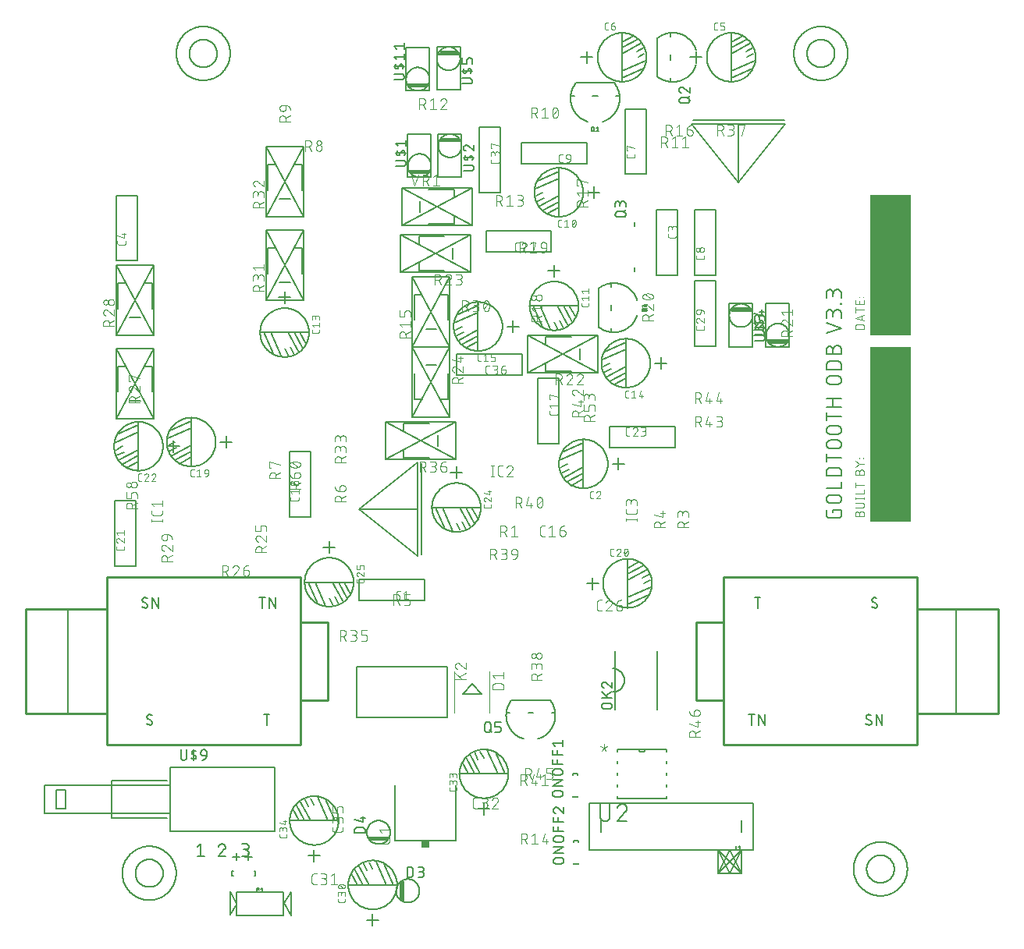
<source format=gbr>
G04 EAGLE Gerber X2 export*
%TF.Part,Single*%
%TF.FileFunction,Legend,Top,1*%
%TF.FilePolarity,Positive*%
%TF.GenerationSoftware,Autodesk,EAGLE,9.2.2*%
%TF.CreationDate,2019-01-08T22:45:00Z*%
G75*
%MOMM*%
%FSLAX34Y34*%
%LPD*%
%INSilkscreen Top*%
%AMOC8*
5,1,8,0,0,1.08239X$1,22.5*%
G01*
%ADD10C,0.152400*%
%ADD11R,4.445000X19.050000*%
%ADD12R,4.445000X15.240000*%
%ADD13C,0.076200*%
%ADD14C,0.127000*%
%ADD15C,0.101600*%
%ADD16C,0.254000*%
%ADD17C,0.203200*%
%ADD18R,0.863600X0.762000*%


D10*
X823327Y461744D02*
X823327Y464453D01*
X832358Y464453D01*
X832358Y459034D01*
X832356Y458916D01*
X832350Y458798D01*
X832341Y458680D01*
X832327Y458563D01*
X832310Y458446D01*
X832289Y458329D01*
X832264Y458214D01*
X832235Y458099D01*
X832202Y457985D01*
X832166Y457873D01*
X832126Y457762D01*
X832083Y457652D01*
X832036Y457543D01*
X831986Y457436D01*
X831931Y457331D01*
X831874Y457228D01*
X831813Y457127D01*
X831749Y457027D01*
X831682Y456930D01*
X831612Y456835D01*
X831538Y456743D01*
X831462Y456652D01*
X831382Y456565D01*
X831300Y456480D01*
X831215Y456398D01*
X831128Y456318D01*
X831037Y456242D01*
X830945Y456168D01*
X830850Y456098D01*
X830753Y456031D01*
X830653Y455967D01*
X830552Y455906D01*
X830449Y455849D01*
X830344Y455794D01*
X830237Y455744D01*
X830128Y455697D01*
X830018Y455654D01*
X829907Y455614D01*
X829795Y455578D01*
X829681Y455545D01*
X829566Y455516D01*
X829451Y455491D01*
X829334Y455470D01*
X829217Y455453D01*
X829100Y455439D01*
X828982Y455430D01*
X828864Y455424D01*
X828746Y455422D01*
X819714Y455422D01*
X819596Y455424D01*
X819478Y455430D01*
X819360Y455439D01*
X819242Y455453D01*
X819125Y455470D01*
X819009Y455491D01*
X818894Y455516D01*
X818779Y455545D01*
X818665Y455578D01*
X818553Y455614D01*
X818441Y455654D01*
X818331Y455697D01*
X818223Y455744D01*
X818116Y455795D01*
X818011Y455849D01*
X817908Y455906D01*
X817806Y455967D01*
X817707Y456031D01*
X817610Y456098D01*
X817515Y456169D01*
X817422Y456242D01*
X817332Y456319D01*
X817244Y456398D01*
X817159Y456480D01*
X817077Y456565D01*
X816998Y456653D01*
X816921Y456743D01*
X816848Y456836D01*
X816777Y456930D01*
X816710Y457028D01*
X816646Y457127D01*
X816585Y457228D01*
X816528Y457332D01*
X816474Y457437D01*
X816423Y457544D01*
X816376Y457652D01*
X816333Y457762D01*
X816293Y457874D01*
X816257Y457986D01*
X816224Y458100D01*
X816195Y458215D01*
X816170Y458330D01*
X816149Y458446D01*
X816132Y458563D01*
X816118Y458681D01*
X816109Y458799D01*
X816103Y458917D01*
X816101Y459035D01*
X816102Y459034D02*
X816102Y464453D01*
X820618Y471574D02*
X827842Y471574D01*
X820618Y471574D02*
X820485Y471576D01*
X820353Y471582D01*
X820221Y471592D01*
X820089Y471605D01*
X819957Y471623D01*
X819827Y471644D01*
X819696Y471669D01*
X819567Y471698D01*
X819439Y471731D01*
X819311Y471767D01*
X819185Y471807D01*
X819060Y471851D01*
X818936Y471899D01*
X818814Y471950D01*
X818693Y472005D01*
X818574Y472063D01*
X818456Y472125D01*
X818341Y472190D01*
X818227Y472259D01*
X818116Y472330D01*
X818007Y472406D01*
X817900Y472484D01*
X817795Y472565D01*
X817693Y472650D01*
X817593Y472737D01*
X817496Y472827D01*
X817401Y472920D01*
X817310Y473016D01*
X817221Y473114D01*
X817135Y473215D01*
X817052Y473319D01*
X816972Y473425D01*
X816896Y473533D01*
X816822Y473643D01*
X816752Y473756D01*
X816685Y473870D01*
X816622Y473987D01*
X816562Y474105D01*
X816505Y474225D01*
X816452Y474347D01*
X816403Y474470D01*
X816357Y474594D01*
X816315Y474720D01*
X816277Y474847D01*
X816242Y474975D01*
X816211Y475104D01*
X816184Y475233D01*
X816161Y475364D01*
X816141Y475495D01*
X816126Y475627D01*
X816114Y475759D01*
X816106Y475891D01*
X816102Y476024D01*
X816102Y476156D01*
X816106Y476289D01*
X816114Y476421D01*
X816126Y476553D01*
X816141Y476685D01*
X816161Y476816D01*
X816184Y476947D01*
X816211Y477076D01*
X816242Y477205D01*
X816277Y477333D01*
X816315Y477460D01*
X816357Y477586D01*
X816403Y477710D01*
X816452Y477833D01*
X816505Y477955D01*
X816562Y478075D01*
X816622Y478193D01*
X816685Y478310D01*
X816752Y478424D01*
X816822Y478537D01*
X816896Y478647D01*
X816972Y478755D01*
X817052Y478861D01*
X817135Y478965D01*
X817221Y479066D01*
X817310Y479164D01*
X817401Y479260D01*
X817496Y479353D01*
X817593Y479443D01*
X817693Y479530D01*
X817795Y479615D01*
X817900Y479696D01*
X818007Y479774D01*
X818116Y479850D01*
X818227Y479921D01*
X818341Y479990D01*
X818456Y480055D01*
X818574Y480117D01*
X818693Y480175D01*
X818814Y480230D01*
X818936Y480281D01*
X819060Y480329D01*
X819185Y480373D01*
X819311Y480413D01*
X819439Y480449D01*
X819567Y480482D01*
X819696Y480511D01*
X819827Y480536D01*
X819957Y480557D01*
X820089Y480575D01*
X820221Y480588D01*
X820353Y480598D01*
X820485Y480604D01*
X820618Y480606D01*
X820618Y480605D02*
X827842Y480605D01*
X827842Y480606D02*
X827975Y480604D01*
X828107Y480598D01*
X828239Y480588D01*
X828371Y480575D01*
X828503Y480557D01*
X828633Y480536D01*
X828764Y480511D01*
X828893Y480482D01*
X829021Y480449D01*
X829149Y480413D01*
X829275Y480373D01*
X829400Y480329D01*
X829524Y480281D01*
X829646Y480230D01*
X829767Y480175D01*
X829886Y480117D01*
X830004Y480055D01*
X830119Y479990D01*
X830233Y479921D01*
X830344Y479850D01*
X830453Y479774D01*
X830560Y479696D01*
X830665Y479615D01*
X830767Y479530D01*
X830867Y479443D01*
X830964Y479353D01*
X831059Y479260D01*
X831150Y479164D01*
X831239Y479066D01*
X831325Y478965D01*
X831408Y478861D01*
X831488Y478755D01*
X831564Y478647D01*
X831638Y478537D01*
X831708Y478424D01*
X831775Y478310D01*
X831838Y478193D01*
X831898Y478075D01*
X831955Y477955D01*
X832008Y477833D01*
X832057Y477710D01*
X832103Y477586D01*
X832145Y477460D01*
X832183Y477333D01*
X832218Y477205D01*
X832249Y477076D01*
X832276Y476947D01*
X832299Y476816D01*
X832319Y476685D01*
X832334Y476553D01*
X832346Y476421D01*
X832354Y476289D01*
X832358Y476156D01*
X832358Y476024D01*
X832354Y475891D01*
X832346Y475759D01*
X832334Y475627D01*
X832319Y475495D01*
X832299Y475364D01*
X832276Y475233D01*
X832249Y475104D01*
X832218Y474975D01*
X832183Y474847D01*
X832145Y474720D01*
X832103Y474594D01*
X832057Y474470D01*
X832008Y474347D01*
X831955Y474225D01*
X831898Y474105D01*
X831838Y473987D01*
X831775Y473870D01*
X831708Y473756D01*
X831638Y473643D01*
X831564Y473533D01*
X831488Y473425D01*
X831408Y473319D01*
X831325Y473215D01*
X831239Y473114D01*
X831150Y473016D01*
X831059Y472920D01*
X830964Y472827D01*
X830867Y472737D01*
X830767Y472650D01*
X830665Y472565D01*
X830560Y472484D01*
X830453Y472406D01*
X830344Y472330D01*
X830233Y472259D01*
X830119Y472190D01*
X830004Y472125D01*
X829886Y472063D01*
X829767Y472005D01*
X829646Y471950D01*
X829524Y471899D01*
X829400Y471851D01*
X829275Y471807D01*
X829149Y471767D01*
X829021Y471731D01*
X828893Y471698D01*
X828764Y471669D01*
X828633Y471644D01*
X828503Y471623D01*
X828371Y471605D01*
X828239Y471592D01*
X828107Y471582D01*
X827975Y471576D01*
X827842Y471574D01*
X832358Y487756D02*
X816102Y487756D01*
X832358Y487756D02*
X832358Y494981D01*
X832358Y501274D02*
X816102Y501274D01*
X816102Y505789D01*
X816104Y505920D01*
X816110Y506052D01*
X816119Y506183D01*
X816133Y506313D01*
X816150Y506444D01*
X816171Y506573D01*
X816195Y506702D01*
X816224Y506830D01*
X816256Y506958D01*
X816292Y507084D01*
X816331Y507209D01*
X816374Y507334D01*
X816421Y507456D01*
X816471Y507578D01*
X816525Y507698D01*
X816582Y507816D01*
X816643Y507932D01*
X816707Y508047D01*
X816774Y508160D01*
X816845Y508271D01*
X816919Y508379D01*
X816996Y508486D01*
X817076Y508590D01*
X817159Y508692D01*
X817244Y508791D01*
X817333Y508888D01*
X817425Y508982D01*
X817519Y509074D01*
X817616Y509163D01*
X817715Y509248D01*
X817817Y509331D01*
X817921Y509411D01*
X818028Y509488D01*
X818136Y509562D01*
X818247Y509633D01*
X818360Y509700D01*
X818475Y509764D01*
X818591Y509825D01*
X818709Y509882D01*
X818829Y509936D01*
X818951Y509986D01*
X819073Y510033D01*
X819198Y510076D01*
X819323Y510115D01*
X819449Y510151D01*
X819577Y510183D01*
X819705Y510212D01*
X819834Y510236D01*
X819963Y510257D01*
X820094Y510274D01*
X820224Y510288D01*
X820355Y510297D01*
X820487Y510303D01*
X820618Y510305D01*
X827842Y510305D01*
X827973Y510303D01*
X828105Y510297D01*
X828236Y510288D01*
X828366Y510274D01*
X828497Y510257D01*
X828626Y510236D01*
X828755Y510212D01*
X828883Y510183D01*
X829011Y510151D01*
X829137Y510115D01*
X829262Y510076D01*
X829387Y510033D01*
X829509Y509986D01*
X829631Y509936D01*
X829751Y509882D01*
X829869Y509825D01*
X829985Y509764D01*
X830100Y509700D01*
X830213Y509633D01*
X830324Y509562D01*
X830432Y509488D01*
X830539Y509411D01*
X830643Y509331D01*
X830745Y509248D01*
X830844Y509163D01*
X830941Y509074D01*
X831035Y508982D01*
X831127Y508888D01*
X831216Y508791D01*
X831301Y508692D01*
X831384Y508590D01*
X831464Y508486D01*
X831541Y508379D01*
X831615Y508271D01*
X831686Y508160D01*
X831753Y508047D01*
X831817Y507932D01*
X831878Y507816D01*
X831935Y507698D01*
X831989Y507578D01*
X832039Y507456D01*
X832086Y507334D01*
X832129Y507209D01*
X832168Y507084D01*
X832204Y506958D01*
X832236Y506830D01*
X832265Y506702D01*
X832289Y506573D01*
X832310Y506443D01*
X832327Y506313D01*
X832341Y506183D01*
X832350Y506052D01*
X832356Y505920D01*
X832358Y505789D01*
X832358Y501274D01*
X832358Y520899D02*
X816102Y520899D01*
X816102Y516384D02*
X816102Y525415D01*
X820618Y530973D02*
X827842Y530973D01*
X820618Y530973D02*
X820485Y530975D01*
X820353Y530981D01*
X820221Y530991D01*
X820089Y531004D01*
X819957Y531022D01*
X819827Y531043D01*
X819696Y531068D01*
X819567Y531097D01*
X819439Y531130D01*
X819311Y531166D01*
X819185Y531206D01*
X819060Y531250D01*
X818936Y531298D01*
X818814Y531349D01*
X818693Y531404D01*
X818574Y531462D01*
X818456Y531524D01*
X818341Y531589D01*
X818227Y531658D01*
X818116Y531729D01*
X818007Y531805D01*
X817900Y531883D01*
X817795Y531964D01*
X817693Y532049D01*
X817593Y532136D01*
X817496Y532226D01*
X817401Y532319D01*
X817310Y532415D01*
X817221Y532513D01*
X817135Y532614D01*
X817052Y532718D01*
X816972Y532824D01*
X816896Y532932D01*
X816822Y533042D01*
X816752Y533155D01*
X816685Y533269D01*
X816622Y533386D01*
X816562Y533504D01*
X816505Y533624D01*
X816452Y533746D01*
X816403Y533869D01*
X816357Y533993D01*
X816315Y534119D01*
X816277Y534246D01*
X816242Y534374D01*
X816211Y534503D01*
X816184Y534632D01*
X816161Y534763D01*
X816141Y534894D01*
X816126Y535026D01*
X816114Y535158D01*
X816106Y535290D01*
X816102Y535423D01*
X816102Y535555D01*
X816106Y535688D01*
X816114Y535820D01*
X816126Y535952D01*
X816141Y536084D01*
X816161Y536215D01*
X816184Y536346D01*
X816211Y536475D01*
X816242Y536604D01*
X816277Y536732D01*
X816315Y536859D01*
X816357Y536985D01*
X816403Y537109D01*
X816452Y537232D01*
X816505Y537354D01*
X816562Y537474D01*
X816622Y537592D01*
X816685Y537709D01*
X816752Y537823D01*
X816822Y537936D01*
X816896Y538046D01*
X816972Y538154D01*
X817052Y538260D01*
X817135Y538364D01*
X817221Y538465D01*
X817310Y538563D01*
X817401Y538659D01*
X817496Y538752D01*
X817593Y538842D01*
X817693Y538929D01*
X817795Y539014D01*
X817900Y539095D01*
X818007Y539173D01*
X818116Y539249D01*
X818227Y539320D01*
X818341Y539389D01*
X818456Y539454D01*
X818574Y539516D01*
X818693Y539574D01*
X818814Y539629D01*
X818936Y539680D01*
X819060Y539728D01*
X819185Y539772D01*
X819311Y539812D01*
X819439Y539848D01*
X819567Y539881D01*
X819696Y539910D01*
X819827Y539935D01*
X819957Y539956D01*
X820089Y539974D01*
X820221Y539987D01*
X820353Y539997D01*
X820485Y540003D01*
X820618Y540005D01*
X820618Y540004D02*
X827842Y540004D01*
X827842Y540005D02*
X827975Y540003D01*
X828107Y539997D01*
X828239Y539987D01*
X828371Y539974D01*
X828503Y539956D01*
X828633Y539935D01*
X828764Y539910D01*
X828893Y539881D01*
X829021Y539848D01*
X829149Y539812D01*
X829275Y539772D01*
X829400Y539728D01*
X829524Y539680D01*
X829646Y539629D01*
X829767Y539574D01*
X829886Y539516D01*
X830004Y539454D01*
X830119Y539389D01*
X830233Y539320D01*
X830344Y539249D01*
X830453Y539173D01*
X830560Y539095D01*
X830665Y539014D01*
X830767Y538929D01*
X830867Y538842D01*
X830964Y538752D01*
X831059Y538659D01*
X831150Y538563D01*
X831239Y538465D01*
X831325Y538364D01*
X831408Y538260D01*
X831488Y538154D01*
X831564Y538046D01*
X831638Y537936D01*
X831708Y537823D01*
X831775Y537709D01*
X831838Y537592D01*
X831898Y537474D01*
X831955Y537354D01*
X832008Y537232D01*
X832057Y537109D01*
X832103Y536985D01*
X832145Y536859D01*
X832183Y536732D01*
X832218Y536604D01*
X832249Y536475D01*
X832276Y536346D01*
X832299Y536215D01*
X832319Y536084D01*
X832334Y535952D01*
X832346Y535820D01*
X832354Y535688D01*
X832358Y535555D01*
X832358Y535423D01*
X832354Y535290D01*
X832346Y535158D01*
X832334Y535026D01*
X832319Y534894D01*
X832299Y534763D01*
X832276Y534632D01*
X832249Y534503D01*
X832218Y534374D01*
X832183Y534246D01*
X832145Y534119D01*
X832103Y533993D01*
X832057Y533869D01*
X832008Y533746D01*
X831955Y533624D01*
X831898Y533504D01*
X831838Y533386D01*
X831775Y533269D01*
X831708Y533155D01*
X831638Y533042D01*
X831564Y532932D01*
X831488Y532824D01*
X831408Y532718D01*
X831325Y532614D01*
X831239Y532513D01*
X831150Y532415D01*
X831059Y532319D01*
X830964Y532226D01*
X830867Y532136D01*
X830767Y532049D01*
X830665Y531964D01*
X830560Y531883D01*
X830453Y531805D01*
X830344Y531729D01*
X830233Y531658D01*
X830119Y531589D01*
X830004Y531524D01*
X829886Y531462D01*
X829767Y531404D01*
X829646Y531349D01*
X829524Y531298D01*
X829400Y531250D01*
X829275Y531206D01*
X829149Y531166D01*
X829021Y531130D01*
X828893Y531097D01*
X828764Y531068D01*
X828633Y531043D01*
X828503Y531022D01*
X828371Y531004D01*
X828239Y530991D01*
X828107Y530981D01*
X827975Y530975D01*
X827842Y530973D01*
X827842Y546604D02*
X820618Y546604D01*
X820485Y546606D01*
X820353Y546612D01*
X820221Y546622D01*
X820089Y546635D01*
X819957Y546653D01*
X819827Y546674D01*
X819696Y546699D01*
X819567Y546728D01*
X819439Y546761D01*
X819311Y546797D01*
X819185Y546837D01*
X819060Y546881D01*
X818936Y546929D01*
X818814Y546980D01*
X818693Y547035D01*
X818574Y547093D01*
X818456Y547155D01*
X818341Y547220D01*
X818227Y547289D01*
X818116Y547360D01*
X818007Y547436D01*
X817900Y547514D01*
X817795Y547595D01*
X817693Y547680D01*
X817593Y547767D01*
X817496Y547857D01*
X817401Y547950D01*
X817310Y548046D01*
X817221Y548144D01*
X817135Y548245D01*
X817052Y548349D01*
X816972Y548455D01*
X816896Y548563D01*
X816822Y548673D01*
X816752Y548786D01*
X816685Y548900D01*
X816622Y549017D01*
X816562Y549135D01*
X816505Y549255D01*
X816452Y549377D01*
X816403Y549500D01*
X816357Y549624D01*
X816315Y549750D01*
X816277Y549877D01*
X816242Y550005D01*
X816211Y550134D01*
X816184Y550263D01*
X816161Y550394D01*
X816141Y550525D01*
X816126Y550657D01*
X816114Y550789D01*
X816106Y550921D01*
X816102Y551054D01*
X816102Y551186D01*
X816106Y551319D01*
X816114Y551451D01*
X816126Y551583D01*
X816141Y551715D01*
X816161Y551846D01*
X816184Y551977D01*
X816211Y552106D01*
X816242Y552235D01*
X816277Y552363D01*
X816315Y552490D01*
X816357Y552616D01*
X816403Y552740D01*
X816452Y552863D01*
X816505Y552985D01*
X816562Y553105D01*
X816622Y553223D01*
X816685Y553340D01*
X816752Y553454D01*
X816822Y553567D01*
X816896Y553677D01*
X816972Y553785D01*
X817052Y553891D01*
X817135Y553995D01*
X817221Y554096D01*
X817310Y554194D01*
X817401Y554290D01*
X817496Y554383D01*
X817593Y554473D01*
X817693Y554560D01*
X817795Y554645D01*
X817900Y554726D01*
X818007Y554804D01*
X818116Y554880D01*
X818227Y554951D01*
X818341Y555020D01*
X818456Y555085D01*
X818574Y555147D01*
X818693Y555205D01*
X818814Y555260D01*
X818936Y555311D01*
X819060Y555359D01*
X819185Y555403D01*
X819311Y555443D01*
X819439Y555479D01*
X819567Y555512D01*
X819696Y555541D01*
X819827Y555566D01*
X819957Y555587D01*
X820089Y555605D01*
X820221Y555618D01*
X820353Y555628D01*
X820485Y555634D01*
X820618Y555636D01*
X820618Y555635D02*
X827842Y555635D01*
X827842Y555636D02*
X827975Y555634D01*
X828107Y555628D01*
X828239Y555618D01*
X828371Y555605D01*
X828503Y555587D01*
X828633Y555566D01*
X828764Y555541D01*
X828893Y555512D01*
X829021Y555479D01*
X829149Y555443D01*
X829275Y555403D01*
X829400Y555359D01*
X829524Y555311D01*
X829646Y555260D01*
X829767Y555205D01*
X829886Y555147D01*
X830004Y555085D01*
X830119Y555020D01*
X830233Y554951D01*
X830344Y554880D01*
X830453Y554804D01*
X830560Y554726D01*
X830665Y554645D01*
X830767Y554560D01*
X830867Y554473D01*
X830964Y554383D01*
X831059Y554290D01*
X831150Y554194D01*
X831239Y554096D01*
X831325Y553995D01*
X831408Y553891D01*
X831488Y553785D01*
X831564Y553677D01*
X831638Y553567D01*
X831708Y553454D01*
X831775Y553340D01*
X831838Y553223D01*
X831898Y553105D01*
X831955Y552985D01*
X832008Y552863D01*
X832057Y552740D01*
X832103Y552616D01*
X832145Y552490D01*
X832183Y552363D01*
X832218Y552235D01*
X832249Y552106D01*
X832276Y551977D01*
X832299Y551846D01*
X832319Y551715D01*
X832334Y551583D01*
X832346Y551451D01*
X832354Y551319D01*
X832358Y551186D01*
X832358Y551054D01*
X832354Y550921D01*
X832346Y550789D01*
X832334Y550657D01*
X832319Y550525D01*
X832299Y550394D01*
X832276Y550263D01*
X832249Y550134D01*
X832218Y550005D01*
X832183Y549877D01*
X832145Y549750D01*
X832103Y549624D01*
X832057Y549500D01*
X832008Y549377D01*
X831955Y549255D01*
X831898Y549135D01*
X831838Y549017D01*
X831775Y548900D01*
X831708Y548786D01*
X831638Y548673D01*
X831564Y548563D01*
X831488Y548455D01*
X831408Y548349D01*
X831325Y548245D01*
X831239Y548144D01*
X831150Y548046D01*
X831059Y547950D01*
X830964Y547857D01*
X830867Y547767D01*
X830767Y547680D01*
X830665Y547595D01*
X830560Y547514D01*
X830453Y547436D01*
X830344Y547360D01*
X830233Y547289D01*
X830119Y547220D01*
X830004Y547155D01*
X829886Y547093D01*
X829767Y547035D01*
X829646Y546980D01*
X829524Y546929D01*
X829400Y546881D01*
X829275Y546837D01*
X829149Y546797D01*
X829021Y546761D01*
X828893Y546728D01*
X828764Y546699D01*
X828633Y546674D01*
X828503Y546653D01*
X828371Y546635D01*
X828239Y546622D01*
X828107Y546612D01*
X827975Y546606D01*
X827842Y546604D01*
X832358Y565709D02*
X816102Y565709D01*
X816102Y570224D02*
X816102Y561193D01*
X816102Y576304D02*
X832358Y576304D01*
X823327Y576304D02*
X823327Y585335D01*
X816102Y585335D02*
X832358Y585335D01*
X827842Y600793D02*
X820618Y600793D01*
X820618Y600792D02*
X820485Y600794D01*
X820353Y600800D01*
X820221Y600810D01*
X820089Y600823D01*
X819957Y600841D01*
X819827Y600862D01*
X819696Y600887D01*
X819567Y600916D01*
X819439Y600949D01*
X819311Y600985D01*
X819185Y601025D01*
X819060Y601069D01*
X818936Y601117D01*
X818814Y601168D01*
X818693Y601223D01*
X818574Y601281D01*
X818456Y601343D01*
X818341Y601408D01*
X818227Y601477D01*
X818116Y601548D01*
X818007Y601624D01*
X817900Y601702D01*
X817795Y601783D01*
X817693Y601868D01*
X817593Y601955D01*
X817496Y602045D01*
X817401Y602138D01*
X817310Y602234D01*
X817221Y602332D01*
X817135Y602433D01*
X817052Y602537D01*
X816972Y602643D01*
X816896Y602751D01*
X816822Y602861D01*
X816752Y602974D01*
X816685Y603088D01*
X816622Y603205D01*
X816562Y603323D01*
X816505Y603443D01*
X816452Y603565D01*
X816403Y603688D01*
X816357Y603812D01*
X816315Y603938D01*
X816277Y604065D01*
X816242Y604193D01*
X816211Y604322D01*
X816184Y604451D01*
X816161Y604582D01*
X816141Y604713D01*
X816126Y604845D01*
X816114Y604977D01*
X816106Y605109D01*
X816102Y605242D01*
X816102Y605374D01*
X816106Y605507D01*
X816114Y605639D01*
X816126Y605771D01*
X816141Y605903D01*
X816161Y606034D01*
X816184Y606165D01*
X816211Y606294D01*
X816242Y606423D01*
X816277Y606551D01*
X816315Y606678D01*
X816357Y606804D01*
X816403Y606928D01*
X816452Y607051D01*
X816505Y607173D01*
X816562Y607293D01*
X816622Y607411D01*
X816685Y607528D01*
X816752Y607642D01*
X816822Y607755D01*
X816896Y607865D01*
X816972Y607973D01*
X817052Y608079D01*
X817135Y608183D01*
X817221Y608284D01*
X817310Y608382D01*
X817401Y608478D01*
X817496Y608571D01*
X817593Y608661D01*
X817693Y608748D01*
X817795Y608833D01*
X817900Y608914D01*
X818007Y608992D01*
X818116Y609068D01*
X818227Y609139D01*
X818341Y609208D01*
X818456Y609273D01*
X818574Y609335D01*
X818693Y609393D01*
X818814Y609448D01*
X818936Y609499D01*
X819060Y609547D01*
X819185Y609591D01*
X819311Y609631D01*
X819439Y609667D01*
X819567Y609700D01*
X819696Y609729D01*
X819827Y609754D01*
X819957Y609775D01*
X820089Y609793D01*
X820221Y609806D01*
X820353Y609816D01*
X820485Y609822D01*
X820618Y609824D01*
X827842Y609824D01*
X827975Y609822D01*
X828107Y609816D01*
X828239Y609806D01*
X828371Y609793D01*
X828503Y609775D01*
X828633Y609754D01*
X828764Y609729D01*
X828893Y609700D01*
X829021Y609667D01*
X829149Y609631D01*
X829275Y609591D01*
X829400Y609547D01*
X829524Y609499D01*
X829646Y609448D01*
X829767Y609393D01*
X829886Y609335D01*
X830004Y609273D01*
X830119Y609208D01*
X830233Y609139D01*
X830344Y609068D01*
X830453Y608992D01*
X830560Y608914D01*
X830665Y608833D01*
X830767Y608748D01*
X830867Y608661D01*
X830964Y608571D01*
X831059Y608478D01*
X831150Y608382D01*
X831239Y608284D01*
X831325Y608183D01*
X831408Y608079D01*
X831488Y607973D01*
X831564Y607865D01*
X831638Y607755D01*
X831708Y607642D01*
X831775Y607528D01*
X831838Y607411D01*
X831898Y607293D01*
X831955Y607173D01*
X832008Y607051D01*
X832057Y606928D01*
X832103Y606804D01*
X832145Y606678D01*
X832183Y606551D01*
X832218Y606423D01*
X832249Y606294D01*
X832276Y606165D01*
X832299Y606034D01*
X832319Y605903D01*
X832334Y605771D01*
X832346Y605639D01*
X832354Y605507D01*
X832358Y605374D01*
X832358Y605242D01*
X832354Y605109D01*
X832346Y604977D01*
X832334Y604845D01*
X832319Y604713D01*
X832299Y604582D01*
X832276Y604451D01*
X832249Y604322D01*
X832218Y604193D01*
X832183Y604065D01*
X832145Y603938D01*
X832103Y603812D01*
X832057Y603688D01*
X832008Y603565D01*
X831955Y603443D01*
X831898Y603323D01*
X831838Y603205D01*
X831775Y603088D01*
X831708Y602974D01*
X831638Y602861D01*
X831564Y602751D01*
X831488Y602643D01*
X831408Y602537D01*
X831325Y602433D01*
X831239Y602332D01*
X831150Y602234D01*
X831059Y602138D01*
X830964Y602045D01*
X830867Y601955D01*
X830767Y601868D01*
X830665Y601783D01*
X830560Y601702D01*
X830453Y601624D01*
X830344Y601548D01*
X830233Y601477D01*
X830119Y601408D01*
X830004Y601343D01*
X829886Y601281D01*
X829767Y601223D01*
X829646Y601168D01*
X829524Y601117D01*
X829400Y601069D01*
X829275Y601025D01*
X829149Y600985D01*
X829021Y600949D01*
X828893Y600916D01*
X828764Y600887D01*
X828633Y600862D01*
X828503Y600841D01*
X828371Y600823D01*
X828239Y600810D01*
X828107Y600800D01*
X827975Y600794D01*
X827842Y600792D01*
X832358Y616945D02*
X816102Y616945D01*
X816102Y621460D01*
X816104Y621591D01*
X816110Y621723D01*
X816119Y621854D01*
X816133Y621984D01*
X816150Y622115D01*
X816171Y622244D01*
X816195Y622373D01*
X816224Y622501D01*
X816256Y622629D01*
X816292Y622755D01*
X816331Y622880D01*
X816374Y623005D01*
X816421Y623127D01*
X816471Y623249D01*
X816525Y623369D01*
X816582Y623487D01*
X816643Y623603D01*
X816707Y623718D01*
X816774Y623831D01*
X816845Y623942D01*
X816919Y624050D01*
X816996Y624157D01*
X817076Y624261D01*
X817159Y624363D01*
X817244Y624462D01*
X817333Y624559D01*
X817425Y624653D01*
X817519Y624745D01*
X817616Y624834D01*
X817715Y624919D01*
X817817Y625002D01*
X817921Y625082D01*
X818028Y625159D01*
X818136Y625233D01*
X818247Y625304D01*
X818360Y625371D01*
X818475Y625435D01*
X818591Y625496D01*
X818709Y625553D01*
X818829Y625607D01*
X818951Y625657D01*
X819073Y625704D01*
X819198Y625747D01*
X819323Y625786D01*
X819449Y625822D01*
X819577Y625854D01*
X819705Y625883D01*
X819834Y625907D01*
X819963Y625928D01*
X820094Y625945D01*
X820224Y625959D01*
X820355Y625968D01*
X820487Y625974D01*
X820618Y625976D01*
X827842Y625976D01*
X827973Y625974D01*
X828105Y625968D01*
X828236Y625959D01*
X828366Y625945D01*
X828497Y625928D01*
X828626Y625907D01*
X828755Y625883D01*
X828883Y625854D01*
X829011Y625822D01*
X829137Y625786D01*
X829262Y625747D01*
X829387Y625704D01*
X829509Y625657D01*
X829631Y625607D01*
X829751Y625553D01*
X829869Y625496D01*
X829985Y625435D01*
X830100Y625371D01*
X830213Y625304D01*
X830324Y625233D01*
X830432Y625159D01*
X830539Y625082D01*
X830643Y625002D01*
X830745Y624919D01*
X830844Y624834D01*
X830941Y624745D01*
X831035Y624653D01*
X831127Y624559D01*
X831216Y624462D01*
X831301Y624363D01*
X831384Y624261D01*
X831464Y624157D01*
X831541Y624050D01*
X831615Y623942D01*
X831686Y623831D01*
X831753Y623718D01*
X831817Y623603D01*
X831878Y623487D01*
X831935Y623369D01*
X831989Y623249D01*
X832039Y623127D01*
X832086Y623005D01*
X832129Y622880D01*
X832168Y622755D01*
X832204Y622629D01*
X832236Y622501D01*
X832265Y622373D01*
X832289Y622244D01*
X832310Y622114D01*
X832327Y621984D01*
X832341Y621854D01*
X832350Y621723D01*
X832356Y621591D01*
X832358Y621460D01*
X832358Y616945D01*
X823327Y633829D02*
X823327Y638345D01*
X823326Y638345D02*
X823328Y638478D01*
X823334Y638610D01*
X823344Y638742D01*
X823357Y638874D01*
X823375Y639006D01*
X823396Y639136D01*
X823421Y639267D01*
X823450Y639396D01*
X823483Y639524D01*
X823519Y639652D01*
X823559Y639778D01*
X823603Y639903D01*
X823651Y640027D01*
X823702Y640149D01*
X823757Y640270D01*
X823815Y640389D01*
X823877Y640507D01*
X823942Y640622D01*
X824011Y640736D01*
X824082Y640847D01*
X824158Y640956D01*
X824236Y641063D01*
X824317Y641168D01*
X824402Y641270D01*
X824489Y641370D01*
X824579Y641467D01*
X824672Y641562D01*
X824768Y641653D01*
X824866Y641742D01*
X824967Y641828D01*
X825071Y641911D01*
X825177Y641991D01*
X825285Y642067D01*
X825395Y642141D01*
X825508Y642211D01*
X825622Y642278D01*
X825739Y642341D01*
X825857Y642401D01*
X825977Y642458D01*
X826099Y642511D01*
X826222Y642560D01*
X826346Y642606D01*
X826472Y642648D01*
X826599Y642686D01*
X826727Y642721D01*
X826856Y642752D01*
X826985Y642779D01*
X827116Y642802D01*
X827247Y642822D01*
X827379Y642837D01*
X827511Y642849D01*
X827643Y642857D01*
X827776Y642861D01*
X827908Y642861D01*
X828041Y642857D01*
X828173Y642849D01*
X828305Y642837D01*
X828437Y642822D01*
X828568Y642802D01*
X828699Y642779D01*
X828828Y642752D01*
X828957Y642721D01*
X829085Y642686D01*
X829212Y642648D01*
X829338Y642606D01*
X829462Y642560D01*
X829585Y642511D01*
X829707Y642458D01*
X829827Y642401D01*
X829945Y642341D01*
X830062Y642278D01*
X830176Y642211D01*
X830289Y642141D01*
X830399Y642067D01*
X830507Y641991D01*
X830613Y641911D01*
X830717Y641828D01*
X830818Y641742D01*
X830916Y641653D01*
X831012Y641562D01*
X831105Y641467D01*
X831195Y641370D01*
X831282Y641270D01*
X831367Y641168D01*
X831448Y641063D01*
X831526Y640956D01*
X831602Y640847D01*
X831673Y640736D01*
X831742Y640622D01*
X831807Y640507D01*
X831869Y640389D01*
X831927Y640270D01*
X831982Y640149D01*
X832033Y640027D01*
X832081Y639903D01*
X832125Y639778D01*
X832165Y639652D01*
X832201Y639524D01*
X832234Y639396D01*
X832263Y639267D01*
X832288Y639136D01*
X832309Y639006D01*
X832327Y638874D01*
X832340Y638742D01*
X832350Y638610D01*
X832356Y638478D01*
X832358Y638345D01*
X832358Y633829D01*
X816102Y633829D01*
X816102Y638345D01*
X816104Y638464D01*
X816110Y638584D01*
X816120Y638703D01*
X816134Y638821D01*
X816151Y638940D01*
X816173Y639057D01*
X816198Y639174D01*
X816228Y639289D01*
X816261Y639404D01*
X816298Y639518D01*
X816338Y639630D01*
X816383Y639741D01*
X816431Y639850D01*
X816482Y639958D01*
X816537Y640064D01*
X816596Y640168D01*
X816658Y640270D01*
X816723Y640370D01*
X816792Y640468D01*
X816864Y640564D01*
X816939Y640657D01*
X817016Y640747D01*
X817097Y640835D01*
X817181Y640920D01*
X817268Y641002D01*
X817357Y641082D01*
X817449Y641158D01*
X817543Y641232D01*
X817640Y641302D01*
X817738Y641369D01*
X817839Y641433D01*
X817943Y641493D01*
X818048Y641550D01*
X818155Y641603D01*
X818263Y641653D01*
X818373Y641699D01*
X818485Y641741D01*
X818598Y641780D01*
X818712Y641815D01*
X818827Y641846D01*
X818944Y641874D01*
X819061Y641897D01*
X819178Y641917D01*
X819297Y641933D01*
X819416Y641945D01*
X819535Y641953D01*
X819654Y641957D01*
X819774Y641957D01*
X819893Y641953D01*
X820012Y641945D01*
X820131Y641933D01*
X820250Y641917D01*
X820367Y641897D01*
X820484Y641874D01*
X820601Y641846D01*
X820716Y641815D01*
X820830Y641780D01*
X820943Y641741D01*
X821055Y641699D01*
X821165Y641653D01*
X821273Y641603D01*
X821380Y641550D01*
X821485Y641493D01*
X821589Y641433D01*
X821690Y641369D01*
X821788Y641302D01*
X821885Y641232D01*
X821979Y641158D01*
X822071Y641082D01*
X822160Y641002D01*
X822247Y640920D01*
X822331Y640835D01*
X822412Y640747D01*
X822489Y640657D01*
X822564Y640564D01*
X822636Y640468D01*
X822705Y640370D01*
X822770Y640270D01*
X822832Y640168D01*
X822891Y640064D01*
X822946Y639958D01*
X822997Y639850D01*
X823045Y639741D01*
X823090Y639630D01*
X823130Y639518D01*
X823167Y639404D01*
X823200Y639289D01*
X823230Y639174D01*
X823255Y639057D01*
X823277Y638940D01*
X823294Y638821D01*
X823308Y638703D01*
X823318Y638584D01*
X823324Y638464D01*
X823326Y638345D01*
X816102Y656162D02*
X832358Y661581D01*
X816102Y666999D01*
X832358Y672696D02*
X832358Y677212D01*
X832356Y677345D01*
X832350Y677477D01*
X832340Y677609D01*
X832327Y677741D01*
X832309Y677873D01*
X832288Y678003D01*
X832263Y678134D01*
X832234Y678263D01*
X832201Y678391D01*
X832165Y678519D01*
X832125Y678645D01*
X832081Y678770D01*
X832033Y678894D01*
X831982Y679016D01*
X831927Y679137D01*
X831869Y679256D01*
X831807Y679374D01*
X831742Y679489D01*
X831673Y679603D01*
X831602Y679714D01*
X831526Y679823D01*
X831448Y679930D01*
X831367Y680035D01*
X831282Y680137D01*
X831195Y680237D01*
X831105Y680334D01*
X831012Y680429D01*
X830916Y680520D01*
X830818Y680609D01*
X830717Y680695D01*
X830613Y680778D01*
X830507Y680858D01*
X830399Y680934D01*
X830289Y681008D01*
X830176Y681078D01*
X830062Y681145D01*
X829945Y681208D01*
X829827Y681268D01*
X829707Y681325D01*
X829585Y681378D01*
X829462Y681427D01*
X829338Y681473D01*
X829212Y681515D01*
X829085Y681553D01*
X828957Y681588D01*
X828828Y681619D01*
X828699Y681646D01*
X828568Y681669D01*
X828437Y681689D01*
X828305Y681704D01*
X828173Y681716D01*
X828041Y681724D01*
X827908Y681728D01*
X827776Y681728D01*
X827643Y681724D01*
X827511Y681716D01*
X827379Y681704D01*
X827247Y681689D01*
X827116Y681669D01*
X826985Y681646D01*
X826856Y681619D01*
X826727Y681588D01*
X826599Y681553D01*
X826472Y681515D01*
X826346Y681473D01*
X826222Y681427D01*
X826099Y681378D01*
X825977Y681325D01*
X825857Y681268D01*
X825739Y681208D01*
X825622Y681145D01*
X825508Y681078D01*
X825395Y681008D01*
X825285Y680934D01*
X825177Y680858D01*
X825071Y680778D01*
X824967Y680695D01*
X824866Y680609D01*
X824768Y680520D01*
X824672Y680429D01*
X824579Y680334D01*
X824489Y680237D01*
X824402Y680137D01*
X824317Y680035D01*
X824236Y679930D01*
X824158Y679823D01*
X824082Y679714D01*
X824011Y679603D01*
X823942Y679489D01*
X823877Y679374D01*
X823815Y679256D01*
X823757Y679137D01*
X823702Y679016D01*
X823651Y678894D01*
X823603Y678770D01*
X823559Y678645D01*
X823519Y678519D01*
X823483Y678391D01*
X823450Y678263D01*
X823421Y678134D01*
X823396Y678003D01*
X823375Y677873D01*
X823357Y677741D01*
X823344Y677609D01*
X823334Y677477D01*
X823328Y677345D01*
X823326Y677212D01*
X816102Y678115D02*
X816102Y672696D01*
X816102Y678115D02*
X816104Y678234D01*
X816110Y678354D01*
X816120Y678473D01*
X816134Y678591D01*
X816151Y678710D01*
X816173Y678827D01*
X816198Y678944D01*
X816228Y679059D01*
X816261Y679174D01*
X816298Y679288D01*
X816338Y679400D01*
X816383Y679511D01*
X816431Y679620D01*
X816482Y679728D01*
X816537Y679834D01*
X816596Y679938D01*
X816658Y680040D01*
X816723Y680140D01*
X816792Y680238D01*
X816864Y680334D01*
X816939Y680427D01*
X817016Y680517D01*
X817097Y680605D01*
X817181Y680690D01*
X817268Y680772D01*
X817357Y680852D01*
X817449Y680928D01*
X817543Y681002D01*
X817640Y681072D01*
X817738Y681139D01*
X817839Y681203D01*
X817943Y681263D01*
X818048Y681320D01*
X818155Y681373D01*
X818263Y681423D01*
X818373Y681469D01*
X818485Y681511D01*
X818598Y681550D01*
X818712Y681585D01*
X818827Y681616D01*
X818944Y681644D01*
X819061Y681667D01*
X819178Y681687D01*
X819297Y681703D01*
X819416Y681715D01*
X819535Y681723D01*
X819654Y681727D01*
X819774Y681727D01*
X819893Y681723D01*
X820012Y681715D01*
X820131Y681703D01*
X820250Y681687D01*
X820367Y681667D01*
X820484Y681644D01*
X820601Y681616D01*
X820716Y681585D01*
X820830Y681550D01*
X820943Y681511D01*
X821055Y681469D01*
X821165Y681423D01*
X821273Y681373D01*
X821380Y681320D01*
X821485Y681263D01*
X821589Y681203D01*
X821690Y681139D01*
X821788Y681072D01*
X821885Y681002D01*
X821979Y680928D01*
X822071Y680852D01*
X822160Y680772D01*
X822247Y680690D01*
X822331Y680605D01*
X822412Y680517D01*
X822489Y680427D01*
X822564Y680334D01*
X822636Y680238D01*
X822705Y680140D01*
X822770Y680040D01*
X822832Y679938D01*
X822891Y679834D01*
X822946Y679728D01*
X822997Y679620D01*
X823045Y679511D01*
X823090Y679400D01*
X823130Y679288D01*
X823167Y679174D01*
X823200Y679059D01*
X823230Y678944D01*
X823255Y678827D01*
X823277Y678710D01*
X823294Y678591D01*
X823308Y678473D01*
X823318Y678354D01*
X823324Y678234D01*
X823326Y678115D01*
X823327Y678115D02*
X823327Y674502D01*
X831455Y687702D02*
X832358Y687702D01*
X831455Y687702D02*
X831455Y688605D01*
X832358Y688605D01*
X832358Y687702D01*
X832358Y694580D02*
X832358Y699095D01*
X832356Y699228D01*
X832350Y699360D01*
X832340Y699492D01*
X832327Y699624D01*
X832309Y699756D01*
X832288Y699886D01*
X832263Y700017D01*
X832234Y700146D01*
X832201Y700274D01*
X832165Y700402D01*
X832125Y700528D01*
X832081Y700653D01*
X832033Y700777D01*
X831982Y700899D01*
X831927Y701020D01*
X831869Y701139D01*
X831807Y701257D01*
X831742Y701372D01*
X831673Y701486D01*
X831602Y701597D01*
X831526Y701706D01*
X831448Y701813D01*
X831367Y701918D01*
X831282Y702020D01*
X831195Y702120D01*
X831105Y702217D01*
X831012Y702312D01*
X830916Y702403D01*
X830818Y702492D01*
X830717Y702578D01*
X830613Y702661D01*
X830507Y702741D01*
X830399Y702817D01*
X830289Y702891D01*
X830176Y702961D01*
X830062Y703028D01*
X829945Y703091D01*
X829827Y703151D01*
X829707Y703208D01*
X829585Y703261D01*
X829462Y703310D01*
X829338Y703356D01*
X829212Y703398D01*
X829085Y703436D01*
X828957Y703471D01*
X828828Y703502D01*
X828699Y703529D01*
X828568Y703552D01*
X828437Y703572D01*
X828305Y703587D01*
X828173Y703599D01*
X828041Y703607D01*
X827908Y703611D01*
X827776Y703611D01*
X827643Y703607D01*
X827511Y703599D01*
X827379Y703587D01*
X827247Y703572D01*
X827116Y703552D01*
X826985Y703529D01*
X826856Y703502D01*
X826727Y703471D01*
X826599Y703436D01*
X826472Y703398D01*
X826346Y703356D01*
X826222Y703310D01*
X826099Y703261D01*
X825977Y703208D01*
X825857Y703151D01*
X825739Y703091D01*
X825622Y703028D01*
X825508Y702961D01*
X825395Y702891D01*
X825285Y702817D01*
X825177Y702741D01*
X825071Y702661D01*
X824967Y702578D01*
X824866Y702492D01*
X824768Y702403D01*
X824672Y702312D01*
X824579Y702217D01*
X824489Y702120D01*
X824402Y702020D01*
X824317Y701918D01*
X824236Y701813D01*
X824158Y701706D01*
X824082Y701597D01*
X824011Y701486D01*
X823942Y701372D01*
X823877Y701257D01*
X823815Y701139D01*
X823757Y701020D01*
X823702Y700899D01*
X823651Y700777D01*
X823603Y700653D01*
X823559Y700528D01*
X823519Y700402D01*
X823483Y700274D01*
X823450Y700146D01*
X823421Y700017D01*
X823396Y699886D01*
X823375Y699756D01*
X823357Y699624D01*
X823344Y699492D01*
X823334Y699360D01*
X823328Y699228D01*
X823326Y699095D01*
X816102Y699999D02*
X816102Y694580D01*
X816102Y699999D02*
X816104Y700118D01*
X816110Y700238D01*
X816120Y700357D01*
X816134Y700475D01*
X816151Y700594D01*
X816173Y700711D01*
X816198Y700828D01*
X816228Y700943D01*
X816261Y701058D01*
X816298Y701172D01*
X816338Y701284D01*
X816383Y701395D01*
X816431Y701504D01*
X816482Y701612D01*
X816537Y701718D01*
X816596Y701822D01*
X816658Y701924D01*
X816723Y702024D01*
X816792Y702122D01*
X816864Y702218D01*
X816939Y702311D01*
X817016Y702401D01*
X817097Y702489D01*
X817181Y702574D01*
X817268Y702656D01*
X817357Y702736D01*
X817449Y702812D01*
X817543Y702886D01*
X817640Y702956D01*
X817738Y703023D01*
X817839Y703087D01*
X817943Y703147D01*
X818048Y703204D01*
X818155Y703257D01*
X818263Y703307D01*
X818373Y703353D01*
X818485Y703395D01*
X818598Y703434D01*
X818712Y703469D01*
X818827Y703500D01*
X818944Y703528D01*
X819061Y703551D01*
X819178Y703571D01*
X819297Y703587D01*
X819416Y703599D01*
X819535Y703607D01*
X819654Y703611D01*
X819774Y703611D01*
X819893Y703607D01*
X820012Y703599D01*
X820131Y703587D01*
X820250Y703571D01*
X820367Y703551D01*
X820484Y703528D01*
X820601Y703500D01*
X820716Y703469D01*
X820830Y703434D01*
X820943Y703395D01*
X821055Y703353D01*
X821165Y703307D01*
X821273Y703257D01*
X821380Y703204D01*
X821485Y703147D01*
X821589Y703087D01*
X821690Y703023D01*
X821788Y702956D01*
X821885Y702886D01*
X821979Y702812D01*
X822071Y702736D01*
X822160Y702656D01*
X822247Y702574D01*
X822331Y702489D01*
X822412Y702401D01*
X822489Y702311D01*
X822564Y702218D01*
X822636Y702122D01*
X822705Y702024D01*
X822770Y701924D01*
X822832Y701822D01*
X822891Y701718D01*
X822946Y701612D01*
X822997Y701504D01*
X823045Y701395D01*
X823090Y701284D01*
X823130Y701172D01*
X823167Y701058D01*
X823200Y700943D01*
X823230Y700828D01*
X823255Y700711D01*
X823277Y700594D01*
X823294Y700475D01*
X823308Y700357D01*
X823318Y700238D01*
X823324Y700118D01*
X823326Y699999D01*
X823327Y699999D02*
X823327Y696386D01*
D11*
X885825Y546100D03*
D12*
X885825Y730250D03*
D13*
X851648Y460192D02*
X851648Y457581D01*
X851647Y460192D02*
X851649Y460293D01*
X851655Y460394D01*
X851665Y460495D01*
X851678Y460595D01*
X851696Y460695D01*
X851717Y460794D01*
X851743Y460892D01*
X851772Y460989D01*
X851804Y461085D01*
X851841Y461179D01*
X851881Y461272D01*
X851925Y461364D01*
X851972Y461453D01*
X852023Y461541D01*
X852077Y461627D01*
X852134Y461710D01*
X852194Y461792D01*
X852258Y461870D01*
X852324Y461947D01*
X852394Y462020D01*
X852466Y462091D01*
X852541Y462159D01*
X852619Y462224D01*
X852699Y462286D01*
X852781Y462345D01*
X852866Y462401D01*
X852953Y462453D01*
X853041Y462502D01*
X853132Y462548D01*
X853224Y462589D01*
X853318Y462628D01*
X853413Y462662D01*
X853509Y462693D01*
X853607Y462720D01*
X853705Y462744D01*
X853805Y462763D01*
X853905Y462779D01*
X854005Y462791D01*
X854106Y462799D01*
X854207Y462803D01*
X854309Y462803D01*
X854410Y462799D01*
X854511Y462791D01*
X854611Y462779D01*
X854711Y462763D01*
X854811Y462744D01*
X854909Y462720D01*
X855007Y462693D01*
X855103Y462662D01*
X855198Y462628D01*
X855292Y462589D01*
X855384Y462548D01*
X855475Y462502D01*
X855564Y462453D01*
X855650Y462401D01*
X855735Y462345D01*
X855817Y462286D01*
X855897Y462224D01*
X855975Y462159D01*
X856050Y462091D01*
X856122Y462020D01*
X856192Y461947D01*
X856258Y461870D01*
X856322Y461792D01*
X856382Y461710D01*
X856439Y461627D01*
X856493Y461541D01*
X856544Y461453D01*
X856591Y461364D01*
X856635Y461272D01*
X856675Y461179D01*
X856712Y461085D01*
X856744Y460989D01*
X856773Y460892D01*
X856799Y460794D01*
X856820Y460695D01*
X856838Y460595D01*
X856851Y460495D01*
X856861Y460394D01*
X856867Y460293D01*
X856869Y460192D01*
X856869Y457581D01*
X847471Y457581D01*
X847471Y460192D01*
X847473Y460282D01*
X847479Y460371D01*
X847488Y460461D01*
X847502Y460550D01*
X847519Y460638D01*
X847540Y460725D01*
X847565Y460812D01*
X847594Y460897D01*
X847626Y460981D01*
X847661Y461063D01*
X847701Y461144D01*
X847743Y461223D01*
X847789Y461300D01*
X847839Y461375D01*
X847891Y461448D01*
X847947Y461519D01*
X848005Y461587D01*
X848067Y461652D01*
X848131Y461715D01*
X848198Y461775D01*
X848267Y461832D01*
X848339Y461886D01*
X848413Y461937D01*
X848489Y461985D01*
X848567Y462029D01*
X848647Y462070D01*
X848729Y462108D01*
X848812Y462142D01*
X848897Y462172D01*
X848983Y462199D01*
X849069Y462222D01*
X849157Y462241D01*
X849246Y462256D01*
X849335Y462268D01*
X849424Y462276D01*
X849514Y462280D01*
X849604Y462280D01*
X849694Y462276D01*
X849783Y462268D01*
X849872Y462256D01*
X849961Y462241D01*
X850049Y462222D01*
X850135Y462199D01*
X850221Y462172D01*
X850306Y462142D01*
X850389Y462108D01*
X850471Y462070D01*
X850551Y462029D01*
X850629Y461985D01*
X850705Y461937D01*
X850779Y461886D01*
X850851Y461832D01*
X850920Y461775D01*
X850987Y461715D01*
X851051Y461652D01*
X851113Y461587D01*
X851171Y461519D01*
X851227Y461448D01*
X851279Y461375D01*
X851329Y461300D01*
X851375Y461223D01*
X851417Y461144D01*
X851457Y461063D01*
X851492Y460981D01*
X851524Y460897D01*
X851553Y460812D01*
X851578Y460725D01*
X851599Y460638D01*
X851616Y460550D01*
X851630Y460461D01*
X851639Y460371D01*
X851645Y460282D01*
X851647Y460192D01*
X854258Y466594D02*
X847471Y466594D01*
X854258Y466593D02*
X854359Y466595D01*
X854460Y466601D01*
X854561Y466611D01*
X854661Y466624D01*
X854761Y466642D01*
X854860Y466663D01*
X854958Y466689D01*
X855055Y466718D01*
X855151Y466750D01*
X855245Y466787D01*
X855338Y466827D01*
X855430Y466871D01*
X855519Y466918D01*
X855607Y466969D01*
X855693Y467023D01*
X855776Y467080D01*
X855858Y467140D01*
X855936Y467204D01*
X856013Y467270D01*
X856086Y467340D01*
X856157Y467412D01*
X856225Y467487D01*
X856290Y467565D01*
X856352Y467645D01*
X856411Y467727D01*
X856467Y467812D01*
X856519Y467899D01*
X856568Y467987D01*
X856614Y468078D01*
X856655Y468170D01*
X856694Y468264D01*
X856728Y468359D01*
X856759Y468455D01*
X856786Y468553D01*
X856810Y468651D01*
X856829Y468751D01*
X856845Y468851D01*
X856857Y468951D01*
X856865Y469052D01*
X856869Y469153D01*
X856869Y469255D01*
X856865Y469356D01*
X856857Y469457D01*
X856845Y469557D01*
X856829Y469657D01*
X856810Y469757D01*
X856786Y469855D01*
X856759Y469953D01*
X856728Y470049D01*
X856694Y470144D01*
X856655Y470238D01*
X856614Y470330D01*
X856568Y470421D01*
X856519Y470509D01*
X856467Y470596D01*
X856411Y470681D01*
X856352Y470763D01*
X856290Y470843D01*
X856225Y470921D01*
X856157Y470996D01*
X856086Y471068D01*
X856013Y471138D01*
X855936Y471204D01*
X855858Y471268D01*
X855776Y471328D01*
X855693Y471385D01*
X855607Y471439D01*
X855519Y471490D01*
X855430Y471537D01*
X855338Y471581D01*
X855245Y471621D01*
X855151Y471658D01*
X855055Y471690D01*
X854958Y471719D01*
X854860Y471745D01*
X854761Y471766D01*
X854661Y471784D01*
X854561Y471797D01*
X854460Y471807D01*
X854359Y471813D01*
X854258Y471815D01*
X847471Y471815D01*
X847471Y476824D02*
X856869Y476824D01*
X856869Y475780D02*
X856869Y477869D01*
X847471Y477869D02*
X847471Y475780D01*
X847471Y481851D02*
X856869Y481851D01*
X856869Y486028D01*
X856869Y491455D02*
X847471Y491455D01*
X847471Y494065D02*
X847471Y488844D01*
X851648Y502691D02*
X851648Y505302D01*
X851647Y505302D02*
X851649Y505403D01*
X851655Y505504D01*
X851665Y505605D01*
X851678Y505705D01*
X851696Y505805D01*
X851717Y505904D01*
X851743Y506002D01*
X851772Y506099D01*
X851804Y506195D01*
X851841Y506289D01*
X851881Y506382D01*
X851925Y506474D01*
X851972Y506563D01*
X852023Y506651D01*
X852077Y506737D01*
X852134Y506820D01*
X852194Y506902D01*
X852258Y506980D01*
X852324Y507057D01*
X852394Y507130D01*
X852466Y507201D01*
X852541Y507269D01*
X852619Y507334D01*
X852699Y507396D01*
X852781Y507455D01*
X852866Y507511D01*
X852953Y507563D01*
X853041Y507612D01*
X853132Y507658D01*
X853224Y507699D01*
X853318Y507738D01*
X853413Y507772D01*
X853509Y507803D01*
X853607Y507830D01*
X853705Y507854D01*
X853805Y507873D01*
X853905Y507889D01*
X854005Y507901D01*
X854106Y507909D01*
X854207Y507913D01*
X854309Y507913D01*
X854410Y507909D01*
X854511Y507901D01*
X854611Y507889D01*
X854711Y507873D01*
X854811Y507854D01*
X854909Y507830D01*
X855007Y507803D01*
X855103Y507772D01*
X855198Y507738D01*
X855292Y507699D01*
X855384Y507658D01*
X855475Y507612D01*
X855564Y507563D01*
X855650Y507511D01*
X855735Y507455D01*
X855817Y507396D01*
X855897Y507334D01*
X855975Y507269D01*
X856050Y507201D01*
X856122Y507130D01*
X856192Y507057D01*
X856258Y506980D01*
X856322Y506902D01*
X856382Y506820D01*
X856439Y506737D01*
X856493Y506651D01*
X856544Y506563D01*
X856591Y506474D01*
X856635Y506382D01*
X856675Y506289D01*
X856712Y506195D01*
X856744Y506099D01*
X856773Y506002D01*
X856799Y505904D01*
X856820Y505805D01*
X856838Y505705D01*
X856851Y505605D01*
X856861Y505504D01*
X856867Y505403D01*
X856869Y505302D01*
X856869Y502691D01*
X847471Y502691D01*
X847471Y505302D01*
X847473Y505392D01*
X847479Y505481D01*
X847488Y505571D01*
X847502Y505660D01*
X847519Y505748D01*
X847540Y505835D01*
X847565Y505922D01*
X847594Y506007D01*
X847626Y506091D01*
X847661Y506173D01*
X847701Y506254D01*
X847743Y506333D01*
X847789Y506410D01*
X847839Y506485D01*
X847891Y506558D01*
X847947Y506629D01*
X848005Y506697D01*
X848067Y506762D01*
X848131Y506825D01*
X848198Y506885D01*
X848267Y506942D01*
X848339Y506996D01*
X848413Y507047D01*
X848489Y507095D01*
X848567Y507139D01*
X848647Y507180D01*
X848729Y507218D01*
X848812Y507252D01*
X848897Y507282D01*
X848983Y507309D01*
X849069Y507332D01*
X849157Y507351D01*
X849246Y507366D01*
X849335Y507378D01*
X849424Y507386D01*
X849514Y507390D01*
X849604Y507390D01*
X849694Y507386D01*
X849783Y507378D01*
X849872Y507366D01*
X849961Y507351D01*
X850049Y507332D01*
X850135Y507309D01*
X850221Y507282D01*
X850306Y507252D01*
X850389Y507218D01*
X850471Y507180D01*
X850551Y507139D01*
X850629Y507095D01*
X850705Y507047D01*
X850779Y506996D01*
X850851Y506942D01*
X850920Y506885D01*
X850987Y506825D01*
X851051Y506762D01*
X851113Y506697D01*
X851171Y506629D01*
X851227Y506558D01*
X851279Y506485D01*
X851329Y506410D01*
X851375Y506333D01*
X851417Y506254D01*
X851457Y506173D01*
X851492Y506091D01*
X851524Y506007D01*
X851553Y505922D01*
X851578Y505835D01*
X851599Y505748D01*
X851616Y505660D01*
X851630Y505571D01*
X851639Y505481D01*
X851645Y505392D01*
X851647Y505302D01*
X847471Y510877D02*
X851909Y514010D01*
X847471Y517142D01*
X851909Y514010D02*
X856869Y514010D01*
X856086Y520454D02*
X855564Y520454D01*
X855564Y520976D01*
X856086Y520976D01*
X856086Y520454D01*
X851909Y520454D02*
X851387Y520454D01*
X851387Y520976D01*
X851909Y520976D01*
X851909Y520454D01*
X847471Y660781D02*
X856869Y660781D01*
X847471Y660781D02*
X847471Y663392D01*
X847473Y663492D01*
X847479Y663592D01*
X847488Y663691D01*
X847502Y663791D01*
X847519Y663889D01*
X847540Y663987D01*
X847564Y664084D01*
X847593Y664180D01*
X847625Y664275D01*
X847660Y664368D01*
X847699Y664460D01*
X847742Y664551D01*
X847788Y664639D01*
X847838Y664726D01*
X847890Y664811D01*
X847946Y664894D01*
X848005Y664975D01*
X848068Y665053D01*
X848133Y665129D01*
X848201Y665203D01*
X848271Y665273D01*
X848345Y665341D01*
X848421Y665406D01*
X848499Y665469D01*
X848580Y665528D01*
X848663Y665584D01*
X848748Y665636D01*
X848835Y665686D01*
X848923Y665732D01*
X849014Y665775D01*
X849106Y665814D01*
X849199Y665849D01*
X849294Y665881D01*
X849390Y665910D01*
X849487Y665934D01*
X849585Y665955D01*
X849683Y665972D01*
X849783Y665986D01*
X849882Y665995D01*
X849982Y666001D01*
X850082Y666003D01*
X850082Y666002D02*
X854258Y666002D01*
X854258Y666003D02*
X854358Y666001D01*
X854458Y665995D01*
X854557Y665986D01*
X854657Y665972D01*
X854755Y665955D01*
X854853Y665934D01*
X854950Y665910D01*
X855046Y665881D01*
X855141Y665849D01*
X855234Y665814D01*
X855326Y665775D01*
X855417Y665732D01*
X855505Y665686D01*
X855592Y665636D01*
X855677Y665584D01*
X855760Y665528D01*
X855841Y665469D01*
X855919Y665406D01*
X855995Y665341D01*
X856069Y665273D01*
X856139Y665203D01*
X856207Y665129D01*
X856272Y665053D01*
X856335Y664975D01*
X856394Y664894D01*
X856450Y664811D01*
X856502Y664726D01*
X856552Y664639D01*
X856598Y664551D01*
X856641Y664460D01*
X856680Y664368D01*
X856715Y664275D01*
X856747Y664180D01*
X856776Y664084D01*
X856800Y663987D01*
X856821Y663889D01*
X856838Y663791D01*
X856852Y663691D01*
X856861Y663592D01*
X856867Y663492D01*
X856869Y663392D01*
X856869Y660781D01*
X856869Y669708D02*
X847471Y672840D01*
X856869Y675973D01*
X854520Y675190D02*
X854520Y670491D01*
X856869Y681375D02*
X847471Y681375D01*
X847471Y683985D02*
X847471Y678764D01*
X856869Y687621D02*
X856869Y691798D01*
X856869Y687621D02*
X847471Y687621D01*
X847471Y691798D01*
X851648Y690753D02*
X851648Y687621D01*
X855564Y695134D02*
X856086Y695134D01*
X855564Y695134D02*
X855564Y695656D01*
X856086Y695656D01*
X856086Y695134D01*
X851909Y695134D02*
X851387Y695134D01*
X851387Y695656D01*
X851909Y695656D01*
X851909Y695134D01*
D14*
X379910Y365780D02*
X309110Y365780D01*
X309110Y388640D01*
X379910Y388640D01*
X379910Y365780D01*
D15*
X353719Y366788D02*
X351687Y366788D01*
X351598Y366790D01*
X351510Y366796D01*
X351422Y366805D01*
X351334Y366819D01*
X351247Y366836D01*
X351161Y366857D01*
X351076Y366882D01*
X350992Y366911D01*
X350909Y366943D01*
X350828Y366978D01*
X350749Y367018D01*
X350671Y367060D01*
X350595Y367106D01*
X350521Y367155D01*
X350450Y367208D01*
X350381Y367263D01*
X350314Y367322D01*
X350250Y367383D01*
X350189Y367447D01*
X350130Y367514D01*
X350075Y367583D01*
X350022Y367654D01*
X349973Y367728D01*
X349927Y367804D01*
X349885Y367882D01*
X349845Y367961D01*
X349810Y368042D01*
X349778Y368125D01*
X349749Y368209D01*
X349724Y368294D01*
X349703Y368380D01*
X349686Y368467D01*
X349672Y368555D01*
X349663Y368643D01*
X349657Y368731D01*
X349655Y368820D01*
X349655Y373900D01*
X349657Y373989D01*
X349663Y374077D01*
X349672Y374165D01*
X349686Y374253D01*
X349703Y374340D01*
X349724Y374426D01*
X349749Y374511D01*
X349778Y374595D01*
X349810Y374678D01*
X349845Y374759D01*
X349885Y374838D01*
X349927Y374916D01*
X349973Y374992D01*
X350022Y375066D01*
X350075Y375137D01*
X350130Y375206D01*
X350189Y375273D01*
X350250Y375337D01*
X350314Y375398D01*
X350381Y375457D01*
X350450Y375512D01*
X350521Y375565D01*
X350595Y375614D01*
X350671Y375660D01*
X350749Y375702D01*
X350828Y375742D01*
X350909Y375777D01*
X350992Y375809D01*
X351076Y375838D01*
X351161Y375863D01*
X351247Y375884D01*
X351334Y375901D01*
X351422Y375915D01*
X351510Y375924D01*
X351598Y375930D01*
X351687Y375932D01*
X353719Y375932D01*
X357304Y373900D02*
X359844Y375932D01*
X359844Y366788D01*
X357304Y366788D02*
X362384Y366788D01*
D14*
X499200Y809150D02*
X499208Y809800D01*
X499232Y810450D01*
X499272Y811099D01*
X499328Y811747D01*
X499399Y812394D01*
X499487Y813038D01*
X499590Y813680D01*
X499709Y814320D01*
X499844Y814956D01*
X499994Y815589D01*
X500160Y816218D01*
X500341Y816843D01*
X500538Y817463D01*
X500749Y818078D01*
X500976Y818687D01*
X501217Y819291D01*
X501473Y819889D01*
X501744Y820480D01*
X502030Y821065D01*
X502329Y821642D01*
X502643Y822212D01*
X502970Y822774D01*
X503311Y823327D01*
X503666Y823873D01*
X504034Y824409D01*
X504415Y824936D01*
X504809Y825454D01*
X505215Y825961D01*
X505634Y826459D01*
X506065Y826946D01*
X506507Y827423D01*
X506962Y827888D01*
X507427Y828343D01*
X507904Y828785D01*
X508391Y829216D01*
X508889Y829635D01*
X509396Y830041D01*
X509914Y830435D01*
X510441Y830816D01*
X510977Y831184D01*
X511523Y831539D01*
X512076Y831880D01*
X512638Y832207D01*
X513208Y832521D01*
X513785Y832820D01*
X514370Y833106D01*
X514961Y833377D01*
X515559Y833633D01*
X516163Y833874D01*
X516772Y834101D01*
X517387Y834312D01*
X518007Y834509D01*
X518632Y834690D01*
X519261Y834856D01*
X519894Y835006D01*
X520530Y835141D01*
X521170Y835260D01*
X521812Y835363D01*
X522456Y835451D01*
X523103Y835522D01*
X523751Y835578D01*
X524400Y835618D01*
X525050Y835642D01*
X525700Y835650D01*
X526350Y835642D01*
X527000Y835618D01*
X527649Y835578D01*
X528297Y835522D01*
X528944Y835451D01*
X529588Y835363D01*
X530230Y835260D01*
X530870Y835141D01*
X531506Y835006D01*
X532139Y834856D01*
X532768Y834690D01*
X533393Y834509D01*
X534013Y834312D01*
X534628Y834101D01*
X535237Y833874D01*
X535841Y833633D01*
X536439Y833377D01*
X537030Y833106D01*
X537615Y832820D01*
X538192Y832521D01*
X538762Y832207D01*
X539324Y831880D01*
X539877Y831539D01*
X540423Y831184D01*
X540959Y830816D01*
X541486Y830435D01*
X542004Y830041D01*
X542511Y829635D01*
X543009Y829216D01*
X543496Y828785D01*
X543973Y828343D01*
X544438Y827888D01*
X544893Y827423D01*
X545335Y826946D01*
X545766Y826459D01*
X546185Y825961D01*
X546591Y825454D01*
X546985Y824936D01*
X547366Y824409D01*
X547734Y823873D01*
X548089Y823327D01*
X548430Y822774D01*
X548757Y822212D01*
X549071Y821642D01*
X549370Y821065D01*
X549656Y820480D01*
X549927Y819889D01*
X550183Y819291D01*
X550424Y818687D01*
X550651Y818078D01*
X550862Y817463D01*
X551059Y816843D01*
X551240Y816218D01*
X551406Y815589D01*
X551556Y814956D01*
X551691Y814320D01*
X551810Y813680D01*
X551913Y813038D01*
X552001Y812394D01*
X552072Y811747D01*
X552128Y811099D01*
X552168Y810450D01*
X552192Y809800D01*
X552200Y809150D01*
X552192Y808500D01*
X552168Y807850D01*
X552128Y807201D01*
X552072Y806553D01*
X552001Y805906D01*
X551913Y805262D01*
X551810Y804620D01*
X551691Y803980D01*
X551556Y803344D01*
X551406Y802711D01*
X551240Y802082D01*
X551059Y801457D01*
X550862Y800837D01*
X550651Y800222D01*
X550424Y799613D01*
X550183Y799009D01*
X549927Y798411D01*
X549656Y797820D01*
X549370Y797235D01*
X549071Y796658D01*
X548757Y796088D01*
X548430Y795526D01*
X548089Y794973D01*
X547734Y794427D01*
X547366Y793891D01*
X546985Y793364D01*
X546591Y792846D01*
X546185Y792339D01*
X545766Y791841D01*
X545335Y791354D01*
X544893Y790877D01*
X544438Y790412D01*
X543973Y789957D01*
X543496Y789515D01*
X543009Y789084D01*
X542511Y788665D01*
X542004Y788259D01*
X541486Y787865D01*
X540959Y787484D01*
X540423Y787116D01*
X539877Y786761D01*
X539324Y786420D01*
X538762Y786093D01*
X538192Y785779D01*
X537615Y785480D01*
X537030Y785194D01*
X536439Y784923D01*
X535841Y784667D01*
X535237Y784426D01*
X534628Y784199D01*
X534013Y783988D01*
X533393Y783791D01*
X532768Y783610D01*
X532139Y783444D01*
X531506Y783294D01*
X530870Y783159D01*
X530230Y783040D01*
X529588Y782937D01*
X528944Y782849D01*
X528297Y782778D01*
X527649Y782722D01*
X527000Y782682D01*
X526350Y782658D01*
X525700Y782650D01*
X525050Y782658D01*
X524400Y782682D01*
X523751Y782722D01*
X523103Y782778D01*
X522456Y782849D01*
X521812Y782937D01*
X521170Y783040D01*
X520530Y783159D01*
X519894Y783294D01*
X519261Y783444D01*
X518632Y783610D01*
X518007Y783791D01*
X517387Y783988D01*
X516772Y784199D01*
X516163Y784426D01*
X515559Y784667D01*
X514961Y784923D01*
X514370Y785194D01*
X513785Y785480D01*
X513208Y785779D01*
X512638Y786093D01*
X512076Y786420D01*
X511523Y786761D01*
X510977Y787116D01*
X510441Y787484D01*
X509914Y787865D01*
X509396Y788259D01*
X508889Y788665D01*
X508391Y789084D01*
X507904Y789515D01*
X507427Y789957D01*
X506962Y790412D01*
X506507Y790877D01*
X506065Y791354D01*
X505634Y791841D01*
X505215Y792339D01*
X504809Y792846D01*
X504415Y793364D01*
X504034Y793891D01*
X503666Y794427D01*
X503311Y794973D01*
X502970Y795526D01*
X502643Y796088D01*
X502329Y796658D01*
X502030Y797235D01*
X501744Y797820D01*
X501473Y798411D01*
X501217Y799009D01*
X500976Y799613D01*
X500749Y800222D01*
X500538Y800837D01*
X500341Y801457D01*
X500160Y802082D01*
X499994Y802711D01*
X499844Y803344D01*
X499709Y803980D01*
X499590Y804620D01*
X499487Y805262D01*
X499399Y805906D01*
X499328Y806553D01*
X499272Y807201D01*
X499232Y807850D01*
X499208Y808500D01*
X499200Y809150D01*
X563800Y809150D02*
X570150Y809150D01*
X563800Y809150D02*
X557450Y809150D01*
X563800Y809150D02*
X563800Y802800D01*
X563800Y809150D02*
X563800Y815500D01*
X525700Y792640D02*
X525700Y782480D01*
X525700Y792640D02*
X525700Y798990D01*
X525700Y805340D01*
X525700Y824390D01*
X525700Y832010D01*
X525700Y835820D01*
X525700Y832010D02*
X502840Y821850D01*
X500300Y812960D02*
X525700Y824390D01*
X509825Y802800D02*
X501570Y798990D01*
X504110Y793910D02*
X525700Y805340D01*
X525700Y798990D02*
X507920Y789465D01*
X513000Y785655D02*
X525700Y792640D01*
X508200Y809150D02*
X501570Y805340D01*
D15*
X526921Y771558D02*
X528670Y771558D01*
X526921Y771558D02*
X526840Y771560D01*
X526760Y771565D01*
X526679Y771575D01*
X526599Y771588D01*
X526520Y771604D01*
X526442Y771625D01*
X526365Y771649D01*
X526289Y771676D01*
X526214Y771707D01*
X526141Y771741D01*
X526069Y771779D01*
X526000Y771820D01*
X525932Y771864D01*
X525866Y771911D01*
X525803Y771962D01*
X525742Y772015D01*
X525684Y772071D01*
X525628Y772129D01*
X525575Y772190D01*
X525524Y772253D01*
X525477Y772319D01*
X525433Y772387D01*
X525392Y772456D01*
X525354Y772528D01*
X525320Y772601D01*
X525289Y772676D01*
X525262Y772752D01*
X525238Y772829D01*
X525217Y772907D01*
X525201Y772986D01*
X525188Y773066D01*
X525178Y773147D01*
X525173Y773227D01*
X525171Y773308D01*
X525171Y777682D01*
X525173Y777765D01*
X525179Y777848D01*
X525189Y777931D01*
X525203Y778013D01*
X525220Y778095D01*
X525242Y778175D01*
X525267Y778254D01*
X525296Y778332D01*
X525329Y778409D01*
X525366Y778484D01*
X525405Y778557D01*
X525449Y778628D01*
X525495Y778697D01*
X525545Y778764D01*
X525598Y778828D01*
X525654Y778890D01*
X525713Y778949D01*
X525775Y779005D01*
X525839Y779058D01*
X525906Y779107D01*
X525975Y779154D01*
X526046Y779198D01*
X526119Y779237D01*
X526194Y779274D01*
X526271Y779307D01*
X526349Y779336D01*
X526428Y779361D01*
X526508Y779383D01*
X526590Y779400D01*
X526672Y779414D01*
X526755Y779424D01*
X526838Y779430D01*
X526921Y779432D01*
X528670Y779432D01*
X531867Y777682D02*
X534054Y779432D01*
X534054Y771558D01*
X531867Y771558D02*
X536241Y771558D01*
X539867Y775495D02*
X539869Y775650D01*
X539874Y775805D01*
X539884Y775959D01*
X539897Y776114D01*
X539913Y776268D01*
X539933Y776421D01*
X539957Y776574D01*
X539985Y776727D01*
X540016Y776879D01*
X540051Y777029D01*
X540089Y777180D01*
X540131Y777329D01*
X540177Y777477D01*
X540226Y777624D01*
X540279Y777769D01*
X540335Y777914D01*
X540394Y778057D01*
X540457Y778198D01*
X540523Y778338D01*
X540524Y778338D02*
X540550Y778411D01*
X540581Y778482D01*
X540614Y778551D01*
X540651Y778619D01*
X540691Y778685D01*
X540734Y778749D01*
X540780Y778811D01*
X540829Y778871D01*
X540881Y778928D01*
X540936Y778983D01*
X540993Y779035D01*
X541052Y779084D01*
X541114Y779130D01*
X541178Y779174D01*
X541244Y779214D01*
X541312Y779251D01*
X541381Y779285D01*
X541452Y779315D01*
X541524Y779343D01*
X541598Y779366D01*
X541672Y779386D01*
X541748Y779403D01*
X541824Y779415D01*
X541901Y779425D01*
X541978Y779430D01*
X542055Y779432D01*
X542132Y779430D01*
X542209Y779425D01*
X542286Y779415D01*
X542362Y779403D01*
X542437Y779386D01*
X542512Y779366D01*
X542585Y779343D01*
X542658Y779316D01*
X542729Y779285D01*
X542798Y779251D01*
X542866Y779214D01*
X542932Y779174D01*
X542995Y779131D01*
X543057Y779084D01*
X543117Y779035D01*
X543174Y778983D01*
X543228Y778928D01*
X543280Y778871D01*
X543329Y778811D01*
X543375Y778750D01*
X543418Y778686D01*
X543458Y778620D01*
X543495Y778552D01*
X543529Y778482D01*
X543559Y778411D01*
X543586Y778339D01*
X543587Y778339D02*
X543653Y778199D01*
X543716Y778057D01*
X543775Y777914D01*
X543831Y777769D01*
X543884Y777624D01*
X543933Y777477D01*
X543979Y777329D01*
X544021Y777180D01*
X544059Y777030D01*
X544094Y776879D01*
X544125Y776727D01*
X544153Y776574D01*
X544177Y776421D01*
X544197Y776268D01*
X544213Y776114D01*
X544226Y775959D01*
X544236Y775805D01*
X544241Y775650D01*
X544243Y775495D01*
X539868Y775495D02*
X539870Y775340D01*
X539875Y775185D01*
X539885Y775031D01*
X539898Y774876D01*
X539914Y774722D01*
X539934Y774569D01*
X539958Y774416D01*
X539986Y774263D01*
X540017Y774112D01*
X540052Y773961D01*
X540090Y773810D01*
X540132Y773661D01*
X540178Y773513D01*
X540227Y773366D01*
X540280Y773221D01*
X540336Y773076D01*
X540395Y772933D01*
X540458Y772792D01*
X540524Y772652D01*
X540550Y772579D01*
X540581Y772508D01*
X540614Y772439D01*
X540651Y772371D01*
X540691Y772305D01*
X540734Y772241D01*
X540780Y772179D01*
X540829Y772119D01*
X540881Y772062D01*
X540936Y772007D01*
X540993Y771955D01*
X541052Y771906D01*
X541114Y771860D01*
X541178Y771816D01*
X541244Y771776D01*
X541312Y771739D01*
X541381Y771705D01*
X541452Y771675D01*
X541524Y771647D01*
X541598Y771624D01*
X541672Y771604D01*
X541748Y771587D01*
X541824Y771575D01*
X541901Y771565D01*
X541978Y771560D01*
X542055Y771558D01*
X543586Y772651D02*
X543652Y772792D01*
X543715Y772933D01*
X543774Y773076D01*
X543830Y773221D01*
X543883Y773366D01*
X543932Y773513D01*
X543978Y773661D01*
X544020Y773810D01*
X544058Y773960D01*
X544093Y774111D01*
X544124Y774263D01*
X544152Y774416D01*
X544176Y774569D01*
X544196Y774722D01*
X544212Y774876D01*
X544225Y775031D01*
X544235Y775185D01*
X544240Y775340D01*
X544242Y775495D01*
X543586Y772651D02*
X543559Y772579D01*
X543529Y772508D01*
X543495Y772438D01*
X543458Y772370D01*
X543418Y772304D01*
X543375Y772240D01*
X543329Y772179D01*
X543280Y772119D01*
X543228Y772062D01*
X543174Y772007D01*
X543117Y771955D01*
X543057Y771906D01*
X542995Y771859D01*
X542932Y771816D01*
X542866Y771776D01*
X542798Y771739D01*
X542729Y771705D01*
X542658Y771674D01*
X542585Y771647D01*
X542512Y771624D01*
X542437Y771604D01*
X542362Y771587D01*
X542286Y771575D01*
X542209Y771565D01*
X542132Y771560D01*
X542055Y771558D01*
X540305Y773308D02*
X543805Y777682D01*
D14*
X494200Y685800D02*
X494208Y686450D01*
X494232Y687100D01*
X494272Y687749D01*
X494328Y688397D01*
X494399Y689044D01*
X494487Y689688D01*
X494590Y690330D01*
X494709Y690970D01*
X494844Y691606D01*
X494994Y692239D01*
X495160Y692868D01*
X495341Y693493D01*
X495538Y694113D01*
X495749Y694728D01*
X495976Y695337D01*
X496217Y695941D01*
X496473Y696539D01*
X496744Y697130D01*
X497030Y697715D01*
X497329Y698292D01*
X497643Y698862D01*
X497970Y699424D01*
X498311Y699977D01*
X498666Y700523D01*
X499034Y701059D01*
X499415Y701586D01*
X499809Y702104D01*
X500215Y702611D01*
X500634Y703109D01*
X501065Y703596D01*
X501507Y704073D01*
X501962Y704538D01*
X502427Y704993D01*
X502904Y705435D01*
X503391Y705866D01*
X503889Y706285D01*
X504396Y706691D01*
X504914Y707085D01*
X505441Y707466D01*
X505977Y707834D01*
X506523Y708189D01*
X507076Y708530D01*
X507638Y708857D01*
X508208Y709171D01*
X508785Y709470D01*
X509370Y709756D01*
X509961Y710027D01*
X510559Y710283D01*
X511163Y710524D01*
X511772Y710751D01*
X512387Y710962D01*
X513007Y711159D01*
X513632Y711340D01*
X514261Y711506D01*
X514894Y711656D01*
X515530Y711791D01*
X516170Y711910D01*
X516812Y712013D01*
X517456Y712101D01*
X518103Y712172D01*
X518751Y712228D01*
X519400Y712268D01*
X520050Y712292D01*
X520700Y712300D01*
X521350Y712292D01*
X522000Y712268D01*
X522649Y712228D01*
X523297Y712172D01*
X523944Y712101D01*
X524588Y712013D01*
X525230Y711910D01*
X525870Y711791D01*
X526506Y711656D01*
X527139Y711506D01*
X527768Y711340D01*
X528393Y711159D01*
X529013Y710962D01*
X529628Y710751D01*
X530237Y710524D01*
X530841Y710283D01*
X531439Y710027D01*
X532030Y709756D01*
X532615Y709470D01*
X533192Y709171D01*
X533762Y708857D01*
X534324Y708530D01*
X534877Y708189D01*
X535423Y707834D01*
X535959Y707466D01*
X536486Y707085D01*
X537004Y706691D01*
X537511Y706285D01*
X538009Y705866D01*
X538496Y705435D01*
X538973Y704993D01*
X539438Y704538D01*
X539893Y704073D01*
X540335Y703596D01*
X540766Y703109D01*
X541185Y702611D01*
X541591Y702104D01*
X541985Y701586D01*
X542366Y701059D01*
X542734Y700523D01*
X543089Y699977D01*
X543430Y699424D01*
X543757Y698862D01*
X544071Y698292D01*
X544370Y697715D01*
X544656Y697130D01*
X544927Y696539D01*
X545183Y695941D01*
X545424Y695337D01*
X545651Y694728D01*
X545862Y694113D01*
X546059Y693493D01*
X546240Y692868D01*
X546406Y692239D01*
X546556Y691606D01*
X546691Y690970D01*
X546810Y690330D01*
X546913Y689688D01*
X547001Y689044D01*
X547072Y688397D01*
X547128Y687749D01*
X547168Y687100D01*
X547192Y686450D01*
X547200Y685800D01*
X547192Y685150D01*
X547168Y684500D01*
X547128Y683851D01*
X547072Y683203D01*
X547001Y682556D01*
X546913Y681912D01*
X546810Y681270D01*
X546691Y680630D01*
X546556Y679994D01*
X546406Y679361D01*
X546240Y678732D01*
X546059Y678107D01*
X545862Y677487D01*
X545651Y676872D01*
X545424Y676263D01*
X545183Y675659D01*
X544927Y675061D01*
X544656Y674470D01*
X544370Y673885D01*
X544071Y673308D01*
X543757Y672738D01*
X543430Y672176D01*
X543089Y671623D01*
X542734Y671077D01*
X542366Y670541D01*
X541985Y670014D01*
X541591Y669496D01*
X541185Y668989D01*
X540766Y668491D01*
X540335Y668004D01*
X539893Y667527D01*
X539438Y667062D01*
X538973Y666607D01*
X538496Y666165D01*
X538009Y665734D01*
X537511Y665315D01*
X537004Y664909D01*
X536486Y664515D01*
X535959Y664134D01*
X535423Y663766D01*
X534877Y663411D01*
X534324Y663070D01*
X533762Y662743D01*
X533192Y662429D01*
X532615Y662130D01*
X532030Y661844D01*
X531439Y661573D01*
X530841Y661317D01*
X530237Y661076D01*
X529628Y660849D01*
X529013Y660638D01*
X528393Y660441D01*
X527768Y660260D01*
X527139Y660094D01*
X526506Y659944D01*
X525870Y659809D01*
X525230Y659690D01*
X524588Y659587D01*
X523944Y659499D01*
X523297Y659428D01*
X522649Y659372D01*
X522000Y659332D01*
X521350Y659308D01*
X520700Y659300D01*
X520050Y659308D01*
X519400Y659332D01*
X518751Y659372D01*
X518103Y659428D01*
X517456Y659499D01*
X516812Y659587D01*
X516170Y659690D01*
X515530Y659809D01*
X514894Y659944D01*
X514261Y660094D01*
X513632Y660260D01*
X513007Y660441D01*
X512387Y660638D01*
X511772Y660849D01*
X511163Y661076D01*
X510559Y661317D01*
X509961Y661573D01*
X509370Y661844D01*
X508785Y662130D01*
X508208Y662429D01*
X507638Y662743D01*
X507076Y663070D01*
X506523Y663411D01*
X505977Y663766D01*
X505441Y664134D01*
X504914Y664515D01*
X504396Y664909D01*
X503889Y665315D01*
X503391Y665734D01*
X502904Y666165D01*
X502427Y666607D01*
X501962Y667062D01*
X501507Y667527D01*
X501065Y668004D01*
X500634Y668491D01*
X500215Y668989D01*
X499809Y669496D01*
X499415Y670014D01*
X499034Y670541D01*
X498666Y671077D01*
X498311Y671623D01*
X497970Y672176D01*
X497643Y672738D01*
X497329Y673308D01*
X497030Y673885D01*
X496744Y674470D01*
X496473Y675061D01*
X496217Y675659D01*
X495976Y676263D01*
X495749Y676872D01*
X495538Y677487D01*
X495341Y678107D01*
X495160Y678732D01*
X494994Y679361D01*
X494844Y679994D01*
X494709Y680630D01*
X494590Y681270D01*
X494487Y681912D01*
X494399Y682556D01*
X494328Y683203D01*
X494272Y683851D01*
X494232Y684500D01*
X494208Y685150D01*
X494200Y685800D01*
X520700Y723900D02*
X520700Y730250D01*
X520700Y723900D02*
X520700Y717550D01*
X520700Y723900D02*
X527050Y723900D01*
X520700Y723900D02*
X514350Y723900D01*
X537210Y685800D02*
X547370Y685800D01*
X537210Y685800D02*
X530860Y685800D01*
X524510Y685800D01*
X505460Y685800D01*
X497840Y685800D01*
X494030Y685800D01*
X497840Y685800D02*
X508000Y662940D01*
X516890Y660400D02*
X505460Y685800D01*
X527050Y669925D02*
X530860Y661670D01*
X535940Y664210D02*
X524510Y685800D01*
X530860Y685800D02*
X540385Y668020D01*
X544195Y673100D02*
X537210Y685800D01*
X520700Y668300D02*
X524510Y661670D01*
D15*
X558292Y687021D02*
X558292Y688770D01*
X558292Y687021D02*
X558290Y686940D01*
X558285Y686860D01*
X558275Y686779D01*
X558262Y686699D01*
X558246Y686620D01*
X558225Y686542D01*
X558201Y686465D01*
X558174Y686389D01*
X558143Y686314D01*
X558109Y686241D01*
X558071Y686169D01*
X558030Y686100D01*
X557986Y686032D01*
X557939Y685966D01*
X557888Y685903D01*
X557835Y685842D01*
X557779Y685784D01*
X557721Y685728D01*
X557660Y685675D01*
X557597Y685624D01*
X557531Y685577D01*
X557463Y685533D01*
X557394Y685492D01*
X557322Y685454D01*
X557249Y685420D01*
X557174Y685389D01*
X557098Y685362D01*
X557021Y685338D01*
X556943Y685317D01*
X556864Y685301D01*
X556784Y685288D01*
X556703Y685278D01*
X556623Y685273D01*
X556542Y685271D01*
X552168Y685271D01*
X552085Y685273D01*
X552002Y685279D01*
X551919Y685289D01*
X551837Y685303D01*
X551755Y685320D01*
X551675Y685342D01*
X551596Y685367D01*
X551518Y685396D01*
X551441Y685429D01*
X551366Y685466D01*
X551293Y685505D01*
X551222Y685549D01*
X551153Y685595D01*
X551086Y685645D01*
X551022Y685698D01*
X550960Y685754D01*
X550901Y685813D01*
X550845Y685875D01*
X550792Y685939D01*
X550743Y686006D01*
X550696Y686075D01*
X550652Y686146D01*
X550613Y686219D01*
X550576Y686294D01*
X550543Y686371D01*
X550514Y686449D01*
X550489Y686528D01*
X550467Y686608D01*
X550450Y686690D01*
X550436Y686772D01*
X550426Y686855D01*
X550420Y686938D01*
X550418Y687021D01*
X550418Y688770D01*
X552168Y691967D02*
X550418Y694154D01*
X558292Y694154D01*
X558292Y691967D02*
X558292Y696341D01*
X552168Y699968D02*
X550418Y702155D01*
X558292Y702155D01*
X558292Y699968D02*
X558292Y704342D01*
D14*
X201790Y656880D02*
X201798Y657530D01*
X201822Y658180D01*
X201862Y658829D01*
X201918Y659477D01*
X201989Y660124D01*
X202077Y660768D01*
X202180Y661410D01*
X202299Y662050D01*
X202434Y662686D01*
X202584Y663319D01*
X202750Y663948D01*
X202931Y664573D01*
X203128Y665193D01*
X203339Y665808D01*
X203566Y666417D01*
X203807Y667021D01*
X204063Y667619D01*
X204334Y668210D01*
X204620Y668795D01*
X204919Y669372D01*
X205233Y669942D01*
X205560Y670504D01*
X205901Y671057D01*
X206256Y671603D01*
X206624Y672139D01*
X207005Y672666D01*
X207399Y673184D01*
X207805Y673691D01*
X208224Y674189D01*
X208655Y674676D01*
X209097Y675153D01*
X209552Y675618D01*
X210017Y676073D01*
X210494Y676515D01*
X210981Y676946D01*
X211479Y677365D01*
X211986Y677771D01*
X212504Y678165D01*
X213031Y678546D01*
X213567Y678914D01*
X214113Y679269D01*
X214666Y679610D01*
X215228Y679937D01*
X215798Y680251D01*
X216375Y680550D01*
X216960Y680836D01*
X217551Y681107D01*
X218149Y681363D01*
X218753Y681604D01*
X219362Y681831D01*
X219977Y682042D01*
X220597Y682239D01*
X221222Y682420D01*
X221851Y682586D01*
X222484Y682736D01*
X223120Y682871D01*
X223760Y682990D01*
X224402Y683093D01*
X225046Y683181D01*
X225693Y683252D01*
X226341Y683308D01*
X226990Y683348D01*
X227640Y683372D01*
X228290Y683380D01*
X228940Y683372D01*
X229590Y683348D01*
X230239Y683308D01*
X230887Y683252D01*
X231534Y683181D01*
X232178Y683093D01*
X232820Y682990D01*
X233460Y682871D01*
X234096Y682736D01*
X234729Y682586D01*
X235358Y682420D01*
X235983Y682239D01*
X236603Y682042D01*
X237218Y681831D01*
X237827Y681604D01*
X238431Y681363D01*
X239029Y681107D01*
X239620Y680836D01*
X240205Y680550D01*
X240782Y680251D01*
X241352Y679937D01*
X241914Y679610D01*
X242467Y679269D01*
X243013Y678914D01*
X243549Y678546D01*
X244076Y678165D01*
X244594Y677771D01*
X245101Y677365D01*
X245599Y676946D01*
X246086Y676515D01*
X246563Y676073D01*
X247028Y675618D01*
X247483Y675153D01*
X247925Y674676D01*
X248356Y674189D01*
X248775Y673691D01*
X249181Y673184D01*
X249575Y672666D01*
X249956Y672139D01*
X250324Y671603D01*
X250679Y671057D01*
X251020Y670504D01*
X251347Y669942D01*
X251661Y669372D01*
X251960Y668795D01*
X252246Y668210D01*
X252517Y667619D01*
X252773Y667021D01*
X253014Y666417D01*
X253241Y665808D01*
X253452Y665193D01*
X253649Y664573D01*
X253830Y663948D01*
X253996Y663319D01*
X254146Y662686D01*
X254281Y662050D01*
X254400Y661410D01*
X254503Y660768D01*
X254591Y660124D01*
X254662Y659477D01*
X254718Y658829D01*
X254758Y658180D01*
X254782Y657530D01*
X254790Y656880D01*
X254782Y656230D01*
X254758Y655580D01*
X254718Y654931D01*
X254662Y654283D01*
X254591Y653636D01*
X254503Y652992D01*
X254400Y652350D01*
X254281Y651710D01*
X254146Y651074D01*
X253996Y650441D01*
X253830Y649812D01*
X253649Y649187D01*
X253452Y648567D01*
X253241Y647952D01*
X253014Y647343D01*
X252773Y646739D01*
X252517Y646141D01*
X252246Y645550D01*
X251960Y644965D01*
X251661Y644388D01*
X251347Y643818D01*
X251020Y643256D01*
X250679Y642703D01*
X250324Y642157D01*
X249956Y641621D01*
X249575Y641094D01*
X249181Y640576D01*
X248775Y640069D01*
X248356Y639571D01*
X247925Y639084D01*
X247483Y638607D01*
X247028Y638142D01*
X246563Y637687D01*
X246086Y637245D01*
X245599Y636814D01*
X245101Y636395D01*
X244594Y635989D01*
X244076Y635595D01*
X243549Y635214D01*
X243013Y634846D01*
X242467Y634491D01*
X241914Y634150D01*
X241352Y633823D01*
X240782Y633509D01*
X240205Y633210D01*
X239620Y632924D01*
X239029Y632653D01*
X238431Y632397D01*
X237827Y632156D01*
X237218Y631929D01*
X236603Y631718D01*
X235983Y631521D01*
X235358Y631340D01*
X234729Y631174D01*
X234096Y631024D01*
X233460Y630889D01*
X232820Y630770D01*
X232178Y630667D01*
X231534Y630579D01*
X230887Y630508D01*
X230239Y630452D01*
X229590Y630412D01*
X228940Y630388D01*
X228290Y630380D01*
X227640Y630388D01*
X226990Y630412D01*
X226341Y630452D01*
X225693Y630508D01*
X225046Y630579D01*
X224402Y630667D01*
X223760Y630770D01*
X223120Y630889D01*
X222484Y631024D01*
X221851Y631174D01*
X221222Y631340D01*
X220597Y631521D01*
X219977Y631718D01*
X219362Y631929D01*
X218753Y632156D01*
X218149Y632397D01*
X217551Y632653D01*
X216960Y632924D01*
X216375Y633210D01*
X215798Y633509D01*
X215228Y633823D01*
X214666Y634150D01*
X214113Y634491D01*
X213567Y634846D01*
X213031Y635214D01*
X212504Y635595D01*
X211986Y635989D01*
X211479Y636395D01*
X210981Y636814D01*
X210494Y637245D01*
X210017Y637687D01*
X209552Y638142D01*
X209097Y638607D01*
X208655Y639084D01*
X208224Y639571D01*
X207805Y640069D01*
X207399Y640576D01*
X207005Y641094D01*
X206624Y641621D01*
X206256Y642157D01*
X205901Y642703D01*
X205560Y643256D01*
X205233Y643818D01*
X204919Y644388D01*
X204620Y644965D01*
X204334Y645550D01*
X204063Y646141D01*
X203807Y646739D01*
X203566Y647343D01*
X203339Y647952D01*
X203128Y648567D01*
X202931Y649187D01*
X202750Y649812D01*
X202584Y650441D01*
X202434Y651074D01*
X202299Y651710D01*
X202180Y652350D01*
X202077Y652992D01*
X201989Y653636D01*
X201918Y654283D01*
X201862Y654931D01*
X201822Y655580D01*
X201798Y656230D01*
X201790Y656880D01*
X228290Y694980D02*
X228290Y701330D01*
X228290Y694980D02*
X228290Y688630D01*
X228290Y694980D02*
X234640Y694980D01*
X228290Y694980D02*
X221940Y694980D01*
X244800Y656880D02*
X254960Y656880D01*
X244800Y656880D02*
X238450Y656880D01*
X232100Y656880D01*
X213050Y656880D01*
X205430Y656880D01*
X201620Y656880D01*
X205430Y656880D02*
X215590Y634020D01*
X224480Y631480D02*
X213050Y656880D01*
X234640Y641005D02*
X238450Y632750D01*
X243530Y635290D02*
X232100Y656880D01*
X238450Y656880D02*
X247975Y639100D01*
X251785Y644180D02*
X244800Y656880D01*
X228290Y639380D02*
X232100Y632750D01*
D15*
X265882Y658101D02*
X265882Y659850D01*
X265882Y658101D02*
X265880Y658020D01*
X265875Y657940D01*
X265865Y657859D01*
X265852Y657779D01*
X265836Y657700D01*
X265815Y657622D01*
X265791Y657545D01*
X265764Y657469D01*
X265733Y657394D01*
X265699Y657321D01*
X265661Y657249D01*
X265620Y657180D01*
X265576Y657112D01*
X265529Y657046D01*
X265478Y656983D01*
X265425Y656922D01*
X265369Y656864D01*
X265311Y656808D01*
X265250Y656755D01*
X265187Y656704D01*
X265121Y656657D01*
X265053Y656613D01*
X264984Y656572D01*
X264912Y656534D01*
X264839Y656500D01*
X264764Y656469D01*
X264688Y656442D01*
X264611Y656418D01*
X264533Y656397D01*
X264454Y656381D01*
X264374Y656368D01*
X264293Y656358D01*
X264213Y656353D01*
X264132Y656351D01*
X259758Y656351D01*
X259675Y656353D01*
X259592Y656359D01*
X259509Y656369D01*
X259427Y656383D01*
X259345Y656400D01*
X259265Y656422D01*
X259186Y656447D01*
X259108Y656476D01*
X259031Y656509D01*
X258956Y656546D01*
X258883Y656585D01*
X258812Y656629D01*
X258743Y656675D01*
X258676Y656725D01*
X258612Y656778D01*
X258550Y656834D01*
X258491Y656893D01*
X258435Y656955D01*
X258382Y657019D01*
X258333Y657086D01*
X258286Y657155D01*
X258242Y657226D01*
X258203Y657299D01*
X258166Y657374D01*
X258133Y657451D01*
X258104Y657529D01*
X258079Y657608D01*
X258057Y657688D01*
X258040Y657770D01*
X258026Y657852D01*
X258016Y657935D01*
X258010Y658018D01*
X258008Y658101D01*
X258008Y659850D01*
X259758Y663047D02*
X258008Y665234D01*
X265882Y665234D01*
X265882Y663047D02*
X265882Y667421D01*
X265882Y671048D02*
X265882Y673235D01*
X265880Y673328D01*
X265874Y673420D01*
X265864Y673513D01*
X265851Y673605D01*
X265833Y673696D01*
X265811Y673786D01*
X265786Y673875D01*
X265757Y673964D01*
X265724Y674050D01*
X265688Y674136D01*
X265648Y674220D01*
X265604Y674302D01*
X265557Y674382D01*
X265507Y674460D01*
X265453Y674535D01*
X265397Y674609D01*
X265337Y674680D01*
X265274Y674748D01*
X265208Y674814D01*
X265140Y674877D01*
X265069Y674937D01*
X264995Y674993D01*
X264920Y675047D01*
X264842Y675097D01*
X264762Y675144D01*
X264680Y675188D01*
X264596Y675228D01*
X264510Y675264D01*
X264424Y675297D01*
X264335Y675326D01*
X264246Y675351D01*
X264156Y675373D01*
X264065Y675391D01*
X263973Y675404D01*
X263880Y675414D01*
X263788Y675420D01*
X263695Y675422D01*
X263602Y675420D01*
X263510Y675414D01*
X263417Y675404D01*
X263325Y675391D01*
X263234Y675373D01*
X263144Y675351D01*
X263055Y675326D01*
X262966Y675297D01*
X262880Y675264D01*
X262794Y675228D01*
X262710Y675188D01*
X262628Y675144D01*
X262548Y675097D01*
X262470Y675047D01*
X262395Y674993D01*
X262321Y674937D01*
X262250Y674877D01*
X262182Y674814D01*
X262116Y674748D01*
X262053Y674680D01*
X261993Y674609D01*
X261937Y674535D01*
X261883Y674460D01*
X261833Y674382D01*
X261786Y674302D01*
X261742Y674220D01*
X261702Y674136D01*
X261666Y674050D01*
X261633Y673964D01*
X261604Y673875D01*
X261579Y673786D01*
X261557Y673696D01*
X261539Y673605D01*
X261526Y673513D01*
X261516Y673420D01*
X261510Y673328D01*
X261508Y673235D01*
X258008Y673672D02*
X258008Y671048D01*
X258008Y673672D02*
X258010Y673754D01*
X258016Y673836D01*
X258025Y673917D01*
X258039Y673998D01*
X258056Y674079D01*
X258077Y674158D01*
X258101Y674236D01*
X258130Y674313D01*
X258162Y674389D01*
X258197Y674463D01*
X258236Y674535D01*
X258278Y674606D01*
X258323Y674674D01*
X258372Y674740D01*
X258423Y674804D01*
X258478Y674865D01*
X258535Y674924D01*
X258595Y674980D01*
X258658Y675033D01*
X258723Y675083D01*
X258790Y675130D01*
X258859Y675174D01*
X258931Y675214D01*
X259004Y675251D01*
X259079Y675285D01*
X259155Y675315D01*
X259233Y675341D01*
X259312Y675364D01*
X259391Y675383D01*
X259472Y675398D01*
X259553Y675410D01*
X259635Y675418D01*
X259717Y675422D01*
X259799Y675422D01*
X259881Y675418D01*
X259963Y675410D01*
X260044Y675398D01*
X260125Y675383D01*
X260204Y675364D01*
X260283Y675341D01*
X260361Y675315D01*
X260437Y675285D01*
X260512Y675251D01*
X260585Y675214D01*
X260657Y675174D01*
X260726Y675130D01*
X260793Y675083D01*
X260858Y675033D01*
X260921Y674980D01*
X260981Y674924D01*
X261038Y674865D01*
X261093Y674804D01*
X261144Y674740D01*
X261193Y674674D01*
X261238Y674606D01*
X261280Y674535D01*
X261319Y674463D01*
X261354Y674389D01*
X261386Y674313D01*
X261415Y674236D01*
X261439Y674158D01*
X261460Y674079D01*
X261477Y673998D01*
X261491Y673917D01*
X261500Y673836D01*
X261506Y673754D01*
X261508Y673672D01*
X261508Y671922D01*
D14*
X571940Y623650D02*
X571948Y624300D01*
X571972Y624950D01*
X572012Y625599D01*
X572068Y626247D01*
X572139Y626894D01*
X572227Y627538D01*
X572330Y628180D01*
X572449Y628820D01*
X572584Y629456D01*
X572734Y630089D01*
X572900Y630718D01*
X573081Y631343D01*
X573278Y631963D01*
X573489Y632578D01*
X573716Y633187D01*
X573957Y633791D01*
X574213Y634389D01*
X574484Y634980D01*
X574770Y635565D01*
X575069Y636142D01*
X575383Y636712D01*
X575710Y637274D01*
X576051Y637827D01*
X576406Y638373D01*
X576774Y638909D01*
X577155Y639436D01*
X577549Y639954D01*
X577955Y640461D01*
X578374Y640959D01*
X578805Y641446D01*
X579247Y641923D01*
X579702Y642388D01*
X580167Y642843D01*
X580644Y643285D01*
X581131Y643716D01*
X581629Y644135D01*
X582136Y644541D01*
X582654Y644935D01*
X583181Y645316D01*
X583717Y645684D01*
X584263Y646039D01*
X584816Y646380D01*
X585378Y646707D01*
X585948Y647021D01*
X586525Y647320D01*
X587110Y647606D01*
X587701Y647877D01*
X588299Y648133D01*
X588903Y648374D01*
X589512Y648601D01*
X590127Y648812D01*
X590747Y649009D01*
X591372Y649190D01*
X592001Y649356D01*
X592634Y649506D01*
X593270Y649641D01*
X593910Y649760D01*
X594552Y649863D01*
X595196Y649951D01*
X595843Y650022D01*
X596491Y650078D01*
X597140Y650118D01*
X597790Y650142D01*
X598440Y650150D01*
X599090Y650142D01*
X599740Y650118D01*
X600389Y650078D01*
X601037Y650022D01*
X601684Y649951D01*
X602328Y649863D01*
X602970Y649760D01*
X603610Y649641D01*
X604246Y649506D01*
X604879Y649356D01*
X605508Y649190D01*
X606133Y649009D01*
X606753Y648812D01*
X607368Y648601D01*
X607977Y648374D01*
X608581Y648133D01*
X609179Y647877D01*
X609770Y647606D01*
X610355Y647320D01*
X610932Y647021D01*
X611502Y646707D01*
X612064Y646380D01*
X612617Y646039D01*
X613163Y645684D01*
X613699Y645316D01*
X614226Y644935D01*
X614744Y644541D01*
X615251Y644135D01*
X615749Y643716D01*
X616236Y643285D01*
X616713Y642843D01*
X617178Y642388D01*
X617633Y641923D01*
X618075Y641446D01*
X618506Y640959D01*
X618925Y640461D01*
X619331Y639954D01*
X619725Y639436D01*
X620106Y638909D01*
X620474Y638373D01*
X620829Y637827D01*
X621170Y637274D01*
X621497Y636712D01*
X621811Y636142D01*
X622110Y635565D01*
X622396Y634980D01*
X622667Y634389D01*
X622923Y633791D01*
X623164Y633187D01*
X623391Y632578D01*
X623602Y631963D01*
X623799Y631343D01*
X623980Y630718D01*
X624146Y630089D01*
X624296Y629456D01*
X624431Y628820D01*
X624550Y628180D01*
X624653Y627538D01*
X624741Y626894D01*
X624812Y626247D01*
X624868Y625599D01*
X624908Y624950D01*
X624932Y624300D01*
X624940Y623650D01*
X624932Y623000D01*
X624908Y622350D01*
X624868Y621701D01*
X624812Y621053D01*
X624741Y620406D01*
X624653Y619762D01*
X624550Y619120D01*
X624431Y618480D01*
X624296Y617844D01*
X624146Y617211D01*
X623980Y616582D01*
X623799Y615957D01*
X623602Y615337D01*
X623391Y614722D01*
X623164Y614113D01*
X622923Y613509D01*
X622667Y612911D01*
X622396Y612320D01*
X622110Y611735D01*
X621811Y611158D01*
X621497Y610588D01*
X621170Y610026D01*
X620829Y609473D01*
X620474Y608927D01*
X620106Y608391D01*
X619725Y607864D01*
X619331Y607346D01*
X618925Y606839D01*
X618506Y606341D01*
X618075Y605854D01*
X617633Y605377D01*
X617178Y604912D01*
X616713Y604457D01*
X616236Y604015D01*
X615749Y603584D01*
X615251Y603165D01*
X614744Y602759D01*
X614226Y602365D01*
X613699Y601984D01*
X613163Y601616D01*
X612617Y601261D01*
X612064Y600920D01*
X611502Y600593D01*
X610932Y600279D01*
X610355Y599980D01*
X609770Y599694D01*
X609179Y599423D01*
X608581Y599167D01*
X607977Y598926D01*
X607368Y598699D01*
X606753Y598488D01*
X606133Y598291D01*
X605508Y598110D01*
X604879Y597944D01*
X604246Y597794D01*
X603610Y597659D01*
X602970Y597540D01*
X602328Y597437D01*
X601684Y597349D01*
X601037Y597278D01*
X600389Y597222D01*
X599740Y597182D01*
X599090Y597158D01*
X598440Y597150D01*
X597790Y597158D01*
X597140Y597182D01*
X596491Y597222D01*
X595843Y597278D01*
X595196Y597349D01*
X594552Y597437D01*
X593910Y597540D01*
X593270Y597659D01*
X592634Y597794D01*
X592001Y597944D01*
X591372Y598110D01*
X590747Y598291D01*
X590127Y598488D01*
X589512Y598699D01*
X588903Y598926D01*
X588299Y599167D01*
X587701Y599423D01*
X587110Y599694D01*
X586525Y599980D01*
X585948Y600279D01*
X585378Y600593D01*
X584816Y600920D01*
X584263Y601261D01*
X583717Y601616D01*
X583181Y601984D01*
X582654Y602365D01*
X582136Y602759D01*
X581629Y603165D01*
X581131Y603584D01*
X580644Y604015D01*
X580167Y604457D01*
X579702Y604912D01*
X579247Y605377D01*
X578805Y605854D01*
X578374Y606341D01*
X577955Y606839D01*
X577549Y607346D01*
X577155Y607864D01*
X576774Y608391D01*
X576406Y608927D01*
X576051Y609473D01*
X575710Y610026D01*
X575383Y610588D01*
X575069Y611158D01*
X574770Y611735D01*
X574484Y612320D01*
X574213Y612911D01*
X573957Y613509D01*
X573716Y614113D01*
X573489Y614722D01*
X573278Y615337D01*
X573081Y615957D01*
X572900Y616582D01*
X572734Y617211D01*
X572584Y617844D01*
X572449Y618480D01*
X572330Y619120D01*
X572227Y619762D01*
X572139Y620406D01*
X572068Y621053D01*
X572012Y621701D01*
X571972Y622350D01*
X571948Y623000D01*
X571940Y623650D01*
X636540Y623650D02*
X642890Y623650D01*
X636540Y623650D02*
X630190Y623650D01*
X636540Y623650D02*
X636540Y617300D01*
X636540Y623650D02*
X636540Y630000D01*
X598440Y607140D02*
X598440Y596980D01*
X598440Y607140D02*
X598440Y613490D01*
X598440Y619840D01*
X598440Y638890D01*
X598440Y646510D01*
X598440Y650320D01*
X598440Y646510D02*
X575580Y636350D01*
X573040Y627460D02*
X598440Y638890D01*
X582565Y617300D02*
X574310Y613490D01*
X576850Y608410D02*
X598440Y619840D01*
X598440Y613490D02*
X580660Y603965D01*
X585740Y600155D02*
X598440Y607140D01*
X580940Y623650D02*
X574310Y619840D01*
D15*
X599661Y586058D02*
X601410Y586058D01*
X599661Y586058D02*
X599580Y586060D01*
X599500Y586065D01*
X599419Y586075D01*
X599339Y586088D01*
X599260Y586104D01*
X599182Y586125D01*
X599105Y586149D01*
X599029Y586176D01*
X598954Y586207D01*
X598881Y586241D01*
X598809Y586279D01*
X598740Y586320D01*
X598672Y586364D01*
X598606Y586411D01*
X598543Y586462D01*
X598482Y586515D01*
X598424Y586571D01*
X598368Y586629D01*
X598315Y586690D01*
X598264Y586753D01*
X598217Y586819D01*
X598173Y586887D01*
X598132Y586956D01*
X598094Y587028D01*
X598060Y587101D01*
X598029Y587176D01*
X598002Y587252D01*
X597978Y587329D01*
X597957Y587407D01*
X597941Y587486D01*
X597928Y587566D01*
X597918Y587647D01*
X597913Y587727D01*
X597911Y587808D01*
X597911Y592182D01*
X597913Y592265D01*
X597919Y592348D01*
X597929Y592431D01*
X597943Y592513D01*
X597960Y592595D01*
X597982Y592675D01*
X598007Y592754D01*
X598036Y592832D01*
X598069Y592909D01*
X598106Y592984D01*
X598145Y593057D01*
X598189Y593128D01*
X598235Y593197D01*
X598285Y593264D01*
X598338Y593328D01*
X598394Y593390D01*
X598453Y593449D01*
X598515Y593505D01*
X598579Y593558D01*
X598646Y593607D01*
X598715Y593654D01*
X598786Y593698D01*
X598859Y593737D01*
X598934Y593774D01*
X599011Y593807D01*
X599089Y593836D01*
X599168Y593861D01*
X599248Y593883D01*
X599330Y593900D01*
X599412Y593914D01*
X599495Y593924D01*
X599578Y593930D01*
X599661Y593932D01*
X601410Y593932D01*
X604607Y592182D02*
X606794Y593932D01*
X606794Y586058D01*
X604607Y586058D02*
X608981Y586058D01*
X612608Y587808D02*
X614357Y593932D01*
X612608Y587808D02*
X616982Y587808D01*
X615670Y589558D02*
X615670Y586058D01*
D14*
X411650Y663480D02*
X411658Y664130D01*
X411682Y664780D01*
X411722Y665429D01*
X411778Y666077D01*
X411849Y666724D01*
X411937Y667368D01*
X412040Y668010D01*
X412159Y668650D01*
X412294Y669286D01*
X412444Y669919D01*
X412610Y670548D01*
X412791Y671173D01*
X412988Y671793D01*
X413199Y672408D01*
X413426Y673017D01*
X413667Y673621D01*
X413923Y674219D01*
X414194Y674810D01*
X414480Y675395D01*
X414779Y675972D01*
X415093Y676542D01*
X415420Y677104D01*
X415761Y677657D01*
X416116Y678203D01*
X416484Y678739D01*
X416865Y679266D01*
X417259Y679784D01*
X417665Y680291D01*
X418084Y680789D01*
X418515Y681276D01*
X418957Y681753D01*
X419412Y682218D01*
X419877Y682673D01*
X420354Y683115D01*
X420841Y683546D01*
X421339Y683965D01*
X421846Y684371D01*
X422364Y684765D01*
X422891Y685146D01*
X423427Y685514D01*
X423973Y685869D01*
X424526Y686210D01*
X425088Y686537D01*
X425658Y686851D01*
X426235Y687150D01*
X426820Y687436D01*
X427411Y687707D01*
X428009Y687963D01*
X428613Y688204D01*
X429222Y688431D01*
X429837Y688642D01*
X430457Y688839D01*
X431082Y689020D01*
X431711Y689186D01*
X432344Y689336D01*
X432980Y689471D01*
X433620Y689590D01*
X434262Y689693D01*
X434906Y689781D01*
X435553Y689852D01*
X436201Y689908D01*
X436850Y689948D01*
X437500Y689972D01*
X438150Y689980D01*
X438800Y689972D01*
X439450Y689948D01*
X440099Y689908D01*
X440747Y689852D01*
X441394Y689781D01*
X442038Y689693D01*
X442680Y689590D01*
X443320Y689471D01*
X443956Y689336D01*
X444589Y689186D01*
X445218Y689020D01*
X445843Y688839D01*
X446463Y688642D01*
X447078Y688431D01*
X447687Y688204D01*
X448291Y687963D01*
X448889Y687707D01*
X449480Y687436D01*
X450065Y687150D01*
X450642Y686851D01*
X451212Y686537D01*
X451774Y686210D01*
X452327Y685869D01*
X452873Y685514D01*
X453409Y685146D01*
X453936Y684765D01*
X454454Y684371D01*
X454961Y683965D01*
X455459Y683546D01*
X455946Y683115D01*
X456423Y682673D01*
X456888Y682218D01*
X457343Y681753D01*
X457785Y681276D01*
X458216Y680789D01*
X458635Y680291D01*
X459041Y679784D01*
X459435Y679266D01*
X459816Y678739D01*
X460184Y678203D01*
X460539Y677657D01*
X460880Y677104D01*
X461207Y676542D01*
X461521Y675972D01*
X461820Y675395D01*
X462106Y674810D01*
X462377Y674219D01*
X462633Y673621D01*
X462874Y673017D01*
X463101Y672408D01*
X463312Y671793D01*
X463509Y671173D01*
X463690Y670548D01*
X463856Y669919D01*
X464006Y669286D01*
X464141Y668650D01*
X464260Y668010D01*
X464363Y667368D01*
X464451Y666724D01*
X464522Y666077D01*
X464578Y665429D01*
X464618Y664780D01*
X464642Y664130D01*
X464650Y663480D01*
X464642Y662830D01*
X464618Y662180D01*
X464578Y661531D01*
X464522Y660883D01*
X464451Y660236D01*
X464363Y659592D01*
X464260Y658950D01*
X464141Y658310D01*
X464006Y657674D01*
X463856Y657041D01*
X463690Y656412D01*
X463509Y655787D01*
X463312Y655167D01*
X463101Y654552D01*
X462874Y653943D01*
X462633Y653339D01*
X462377Y652741D01*
X462106Y652150D01*
X461820Y651565D01*
X461521Y650988D01*
X461207Y650418D01*
X460880Y649856D01*
X460539Y649303D01*
X460184Y648757D01*
X459816Y648221D01*
X459435Y647694D01*
X459041Y647176D01*
X458635Y646669D01*
X458216Y646171D01*
X457785Y645684D01*
X457343Y645207D01*
X456888Y644742D01*
X456423Y644287D01*
X455946Y643845D01*
X455459Y643414D01*
X454961Y642995D01*
X454454Y642589D01*
X453936Y642195D01*
X453409Y641814D01*
X452873Y641446D01*
X452327Y641091D01*
X451774Y640750D01*
X451212Y640423D01*
X450642Y640109D01*
X450065Y639810D01*
X449480Y639524D01*
X448889Y639253D01*
X448291Y638997D01*
X447687Y638756D01*
X447078Y638529D01*
X446463Y638318D01*
X445843Y638121D01*
X445218Y637940D01*
X444589Y637774D01*
X443956Y637624D01*
X443320Y637489D01*
X442680Y637370D01*
X442038Y637267D01*
X441394Y637179D01*
X440747Y637108D01*
X440099Y637052D01*
X439450Y637012D01*
X438800Y636988D01*
X438150Y636980D01*
X437500Y636988D01*
X436850Y637012D01*
X436201Y637052D01*
X435553Y637108D01*
X434906Y637179D01*
X434262Y637267D01*
X433620Y637370D01*
X432980Y637489D01*
X432344Y637624D01*
X431711Y637774D01*
X431082Y637940D01*
X430457Y638121D01*
X429837Y638318D01*
X429222Y638529D01*
X428613Y638756D01*
X428009Y638997D01*
X427411Y639253D01*
X426820Y639524D01*
X426235Y639810D01*
X425658Y640109D01*
X425088Y640423D01*
X424526Y640750D01*
X423973Y641091D01*
X423427Y641446D01*
X422891Y641814D01*
X422364Y642195D01*
X421846Y642589D01*
X421339Y642995D01*
X420841Y643414D01*
X420354Y643845D01*
X419877Y644287D01*
X419412Y644742D01*
X418957Y645207D01*
X418515Y645684D01*
X418084Y646171D01*
X417665Y646669D01*
X417259Y647176D01*
X416865Y647694D01*
X416484Y648221D01*
X416116Y648757D01*
X415761Y649303D01*
X415420Y649856D01*
X415093Y650418D01*
X414779Y650988D01*
X414480Y651565D01*
X414194Y652150D01*
X413923Y652741D01*
X413667Y653339D01*
X413426Y653943D01*
X413199Y654552D01*
X412988Y655167D01*
X412791Y655787D01*
X412610Y656412D01*
X412444Y657041D01*
X412294Y657674D01*
X412159Y658310D01*
X412040Y658950D01*
X411937Y659592D01*
X411849Y660236D01*
X411778Y660883D01*
X411722Y661531D01*
X411682Y662180D01*
X411658Y662830D01*
X411650Y663480D01*
X476250Y663480D02*
X482600Y663480D01*
X476250Y663480D02*
X469900Y663480D01*
X476250Y663480D02*
X476250Y657130D01*
X476250Y663480D02*
X476250Y669830D01*
X438150Y646970D02*
X438150Y636810D01*
X438150Y646970D02*
X438150Y653320D01*
X438150Y659670D01*
X438150Y678720D01*
X438150Y686340D01*
X438150Y690150D01*
X438150Y686340D02*
X415290Y676180D01*
X412750Y667290D02*
X438150Y678720D01*
X422275Y657130D02*
X414020Y653320D01*
X416560Y648240D02*
X438150Y659670D01*
X438150Y653320D02*
X420370Y643795D01*
X425450Y639985D02*
X438150Y646970D01*
X420650Y663480D02*
X414020Y659670D01*
D15*
X439371Y625888D02*
X441120Y625888D01*
X439371Y625888D02*
X439290Y625890D01*
X439210Y625895D01*
X439129Y625905D01*
X439049Y625918D01*
X438970Y625934D01*
X438892Y625955D01*
X438815Y625979D01*
X438739Y626006D01*
X438664Y626037D01*
X438591Y626071D01*
X438519Y626109D01*
X438450Y626150D01*
X438382Y626194D01*
X438316Y626241D01*
X438253Y626292D01*
X438192Y626345D01*
X438134Y626401D01*
X438078Y626459D01*
X438025Y626520D01*
X437974Y626583D01*
X437927Y626649D01*
X437883Y626717D01*
X437842Y626786D01*
X437804Y626858D01*
X437770Y626931D01*
X437739Y627006D01*
X437712Y627082D01*
X437688Y627159D01*
X437667Y627237D01*
X437651Y627316D01*
X437638Y627396D01*
X437628Y627477D01*
X437623Y627557D01*
X437621Y627638D01*
X437621Y632012D01*
X437623Y632095D01*
X437629Y632178D01*
X437639Y632261D01*
X437653Y632343D01*
X437670Y632425D01*
X437692Y632505D01*
X437717Y632584D01*
X437746Y632662D01*
X437779Y632739D01*
X437816Y632814D01*
X437855Y632887D01*
X437899Y632958D01*
X437945Y633027D01*
X437995Y633094D01*
X438048Y633158D01*
X438104Y633220D01*
X438163Y633279D01*
X438225Y633335D01*
X438289Y633388D01*
X438356Y633437D01*
X438425Y633484D01*
X438496Y633528D01*
X438569Y633567D01*
X438644Y633604D01*
X438721Y633637D01*
X438799Y633666D01*
X438878Y633691D01*
X438958Y633713D01*
X439040Y633730D01*
X439122Y633744D01*
X439205Y633754D01*
X439288Y633760D01*
X439371Y633762D01*
X441120Y633762D01*
X444317Y632012D02*
X446504Y633762D01*
X446504Y625888D01*
X444317Y625888D02*
X448691Y625888D01*
X452318Y625888D02*
X454942Y625888D01*
X455023Y625890D01*
X455103Y625895D01*
X455184Y625905D01*
X455264Y625918D01*
X455343Y625934D01*
X455421Y625955D01*
X455498Y625979D01*
X455574Y626006D01*
X455649Y626037D01*
X455722Y626071D01*
X455794Y626109D01*
X455863Y626150D01*
X455931Y626194D01*
X455997Y626241D01*
X456060Y626292D01*
X456121Y626345D01*
X456179Y626401D01*
X456235Y626459D01*
X456288Y626520D01*
X456339Y626583D01*
X456386Y626649D01*
X456430Y626717D01*
X456471Y626786D01*
X456509Y626858D01*
X456543Y626931D01*
X456574Y627006D01*
X456601Y627082D01*
X456625Y627159D01*
X456646Y627237D01*
X456662Y627316D01*
X456675Y627396D01*
X456685Y627477D01*
X456690Y627557D01*
X456692Y627638D01*
X456692Y628513D01*
X456690Y628594D01*
X456685Y628674D01*
X456675Y628755D01*
X456662Y628835D01*
X456646Y628914D01*
X456625Y628992D01*
X456601Y629069D01*
X456574Y629145D01*
X456543Y629220D01*
X456509Y629293D01*
X456471Y629365D01*
X456430Y629434D01*
X456386Y629502D01*
X456339Y629568D01*
X456288Y629631D01*
X456235Y629692D01*
X456179Y629750D01*
X456121Y629806D01*
X456060Y629859D01*
X455997Y629910D01*
X455931Y629957D01*
X455863Y630001D01*
X455794Y630042D01*
X455722Y630080D01*
X455649Y630114D01*
X455574Y630145D01*
X455498Y630172D01*
X455421Y630196D01*
X455343Y630217D01*
X455264Y630233D01*
X455184Y630246D01*
X455103Y630256D01*
X455023Y630261D01*
X454942Y630263D01*
X454942Y630262D02*
X452318Y630262D01*
X452318Y633762D01*
X456692Y633762D01*
X508199Y435578D02*
X510796Y435578D01*
X508199Y435578D02*
X508100Y435580D01*
X508000Y435586D01*
X507901Y435595D01*
X507803Y435608D01*
X507705Y435625D01*
X507607Y435646D01*
X507511Y435671D01*
X507416Y435699D01*
X507322Y435731D01*
X507229Y435766D01*
X507137Y435805D01*
X507047Y435848D01*
X506959Y435893D01*
X506872Y435943D01*
X506788Y435995D01*
X506705Y436051D01*
X506625Y436109D01*
X506547Y436171D01*
X506472Y436236D01*
X506399Y436304D01*
X506329Y436374D01*
X506261Y436447D01*
X506196Y436522D01*
X506134Y436600D01*
X506076Y436680D01*
X506020Y436763D01*
X505968Y436847D01*
X505918Y436934D01*
X505873Y437022D01*
X505830Y437112D01*
X505791Y437204D01*
X505756Y437297D01*
X505724Y437391D01*
X505696Y437486D01*
X505671Y437582D01*
X505650Y437680D01*
X505633Y437778D01*
X505620Y437876D01*
X505611Y437975D01*
X505605Y438075D01*
X505603Y438174D01*
X505603Y444666D01*
X505605Y444765D01*
X505611Y444865D01*
X505620Y444964D01*
X505633Y445062D01*
X505650Y445160D01*
X505671Y445258D01*
X505696Y445354D01*
X505724Y445449D01*
X505756Y445543D01*
X505791Y445636D01*
X505830Y445728D01*
X505873Y445818D01*
X505918Y445906D01*
X505968Y445993D01*
X506020Y446077D01*
X506076Y446160D01*
X506134Y446240D01*
X506196Y446318D01*
X506261Y446393D01*
X506329Y446466D01*
X506399Y446536D01*
X506472Y446604D01*
X506547Y446669D01*
X506625Y446731D01*
X506705Y446789D01*
X506788Y446845D01*
X506872Y446897D01*
X506959Y446947D01*
X507047Y446992D01*
X507137Y447035D01*
X507229Y447074D01*
X507321Y447109D01*
X507416Y447141D01*
X507511Y447169D01*
X507607Y447194D01*
X507705Y447215D01*
X507803Y447232D01*
X507901Y447245D01*
X508000Y447254D01*
X508100Y447260D01*
X508199Y447262D01*
X510796Y447262D01*
X515161Y444666D02*
X518406Y447262D01*
X518406Y435578D01*
X515161Y435578D02*
X521652Y435578D01*
X526591Y442069D02*
X530486Y442069D01*
X530585Y442067D01*
X530685Y442061D01*
X530784Y442052D01*
X530882Y442039D01*
X530980Y442022D01*
X531078Y442001D01*
X531174Y441976D01*
X531269Y441948D01*
X531363Y441916D01*
X531456Y441881D01*
X531548Y441842D01*
X531638Y441799D01*
X531726Y441754D01*
X531813Y441704D01*
X531897Y441652D01*
X531980Y441596D01*
X532060Y441538D01*
X532138Y441476D01*
X532213Y441411D01*
X532286Y441343D01*
X532356Y441273D01*
X532424Y441200D01*
X532489Y441125D01*
X532551Y441047D01*
X532609Y440967D01*
X532665Y440884D01*
X532717Y440800D01*
X532767Y440713D01*
X532812Y440625D01*
X532855Y440535D01*
X532894Y440443D01*
X532929Y440350D01*
X532961Y440256D01*
X532989Y440161D01*
X533014Y440065D01*
X533035Y439967D01*
X533052Y439869D01*
X533065Y439771D01*
X533074Y439672D01*
X533080Y439572D01*
X533082Y439473D01*
X533082Y438824D01*
X533080Y438711D01*
X533074Y438598D01*
X533064Y438485D01*
X533050Y438372D01*
X533033Y438260D01*
X533011Y438149D01*
X532986Y438039D01*
X532956Y437929D01*
X532923Y437821D01*
X532886Y437714D01*
X532846Y437608D01*
X532801Y437504D01*
X532753Y437401D01*
X532702Y437300D01*
X532647Y437201D01*
X532589Y437104D01*
X532527Y437009D01*
X532462Y436916D01*
X532394Y436826D01*
X532323Y436738D01*
X532248Y436652D01*
X532171Y436569D01*
X532091Y436489D01*
X532008Y436412D01*
X531922Y436337D01*
X531834Y436266D01*
X531744Y436198D01*
X531651Y436133D01*
X531556Y436071D01*
X531459Y436013D01*
X531360Y435958D01*
X531259Y435907D01*
X531156Y435859D01*
X531052Y435814D01*
X530946Y435774D01*
X530839Y435737D01*
X530731Y435704D01*
X530621Y435674D01*
X530511Y435649D01*
X530400Y435627D01*
X530288Y435610D01*
X530175Y435596D01*
X530062Y435586D01*
X529949Y435580D01*
X529836Y435578D01*
X529723Y435580D01*
X529610Y435586D01*
X529497Y435596D01*
X529384Y435610D01*
X529272Y435627D01*
X529161Y435649D01*
X529051Y435674D01*
X528941Y435704D01*
X528833Y435737D01*
X528726Y435774D01*
X528620Y435814D01*
X528516Y435859D01*
X528413Y435907D01*
X528312Y435958D01*
X528213Y436013D01*
X528116Y436071D01*
X528021Y436133D01*
X527928Y436198D01*
X527838Y436266D01*
X527750Y436337D01*
X527664Y436412D01*
X527581Y436489D01*
X527501Y436569D01*
X527424Y436652D01*
X527349Y436738D01*
X527278Y436826D01*
X527210Y436916D01*
X527145Y437009D01*
X527083Y437104D01*
X527025Y437201D01*
X526970Y437300D01*
X526919Y437401D01*
X526871Y437504D01*
X526826Y437608D01*
X526786Y437714D01*
X526749Y437821D01*
X526716Y437929D01*
X526686Y438039D01*
X526661Y438149D01*
X526639Y438260D01*
X526622Y438372D01*
X526608Y438485D01*
X526598Y438598D01*
X526592Y438711D01*
X526590Y438824D01*
X526591Y438824D02*
X526591Y442069D01*
X526593Y442212D01*
X526599Y442355D01*
X526609Y442498D01*
X526623Y442640D01*
X526640Y442782D01*
X526662Y442924D01*
X526687Y443065D01*
X526717Y443205D01*
X526750Y443344D01*
X526787Y443482D01*
X526828Y443619D01*
X526872Y443755D01*
X526921Y443890D01*
X526973Y444023D01*
X527028Y444155D01*
X527088Y444285D01*
X527151Y444414D01*
X527217Y444541D01*
X527287Y444665D01*
X527360Y444788D01*
X527437Y444909D01*
X527517Y445028D01*
X527600Y445144D01*
X527686Y445259D01*
X527775Y445370D01*
X527868Y445480D01*
X527963Y445586D01*
X528062Y445690D01*
X528163Y445791D01*
X528267Y445890D01*
X528373Y445985D01*
X528483Y446078D01*
X528594Y446167D01*
X528709Y446253D01*
X528825Y446336D01*
X528944Y446416D01*
X529065Y446493D01*
X529187Y446566D01*
X529312Y446636D01*
X529439Y446702D01*
X529568Y446765D01*
X529698Y446825D01*
X529830Y446880D01*
X529963Y446932D01*
X530098Y446981D01*
X530234Y447025D01*
X530371Y447066D01*
X530509Y447103D01*
X530648Y447136D01*
X530788Y447166D01*
X530929Y447191D01*
X531071Y447213D01*
X531213Y447230D01*
X531355Y447244D01*
X531498Y447254D01*
X531641Y447260D01*
X531784Y447262D01*
D14*
X525780Y536100D02*
X525780Y606900D01*
X525780Y536100D02*
X502920Y536100D01*
X502920Y606900D01*
X525780Y606900D01*
D15*
X524772Y571565D02*
X524772Y569533D01*
X524770Y569444D01*
X524764Y569356D01*
X524755Y569268D01*
X524741Y569180D01*
X524724Y569093D01*
X524703Y569007D01*
X524678Y568922D01*
X524649Y568838D01*
X524617Y568755D01*
X524582Y568674D01*
X524542Y568595D01*
X524500Y568517D01*
X524454Y568441D01*
X524405Y568367D01*
X524352Y568296D01*
X524297Y568227D01*
X524238Y568160D01*
X524177Y568096D01*
X524113Y568035D01*
X524046Y567976D01*
X523977Y567921D01*
X523906Y567868D01*
X523832Y567819D01*
X523756Y567773D01*
X523678Y567731D01*
X523599Y567691D01*
X523518Y567656D01*
X523435Y567624D01*
X523351Y567595D01*
X523266Y567570D01*
X523180Y567549D01*
X523093Y567532D01*
X523005Y567518D01*
X522917Y567509D01*
X522829Y567503D01*
X522740Y567501D01*
X517660Y567501D01*
X517571Y567503D01*
X517483Y567509D01*
X517395Y567518D01*
X517307Y567532D01*
X517220Y567549D01*
X517134Y567570D01*
X517049Y567595D01*
X516965Y567624D01*
X516882Y567656D01*
X516801Y567691D01*
X516722Y567731D01*
X516644Y567773D01*
X516568Y567819D01*
X516494Y567868D01*
X516423Y567921D01*
X516354Y567976D01*
X516287Y568035D01*
X516223Y568096D01*
X516162Y568160D01*
X516103Y568227D01*
X516048Y568296D01*
X515995Y568367D01*
X515946Y568441D01*
X515900Y568517D01*
X515858Y568595D01*
X515818Y568674D01*
X515783Y568755D01*
X515751Y568838D01*
X515722Y568922D01*
X515697Y569007D01*
X515676Y569093D01*
X515659Y569180D01*
X515645Y569268D01*
X515636Y569356D01*
X515630Y569444D01*
X515628Y569533D01*
X515628Y571565D01*
X517660Y575150D02*
X515628Y577690D01*
X524772Y577690D01*
X524772Y575150D02*
X524772Y580230D01*
X516644Y584294D02*
X515628Y584294D01*
X515628Y589374D01*
X524772Y586834D01*
D14*
X233390Y527310D02*
X233390Y456510D01*
X233390Y527310D02*
X256250Y527310D01*
X256250Y456510D01*
X233390Y456510D01*
D15*
X243542Y476068D02*
X243542Y478100D01*
X243542Y476068D02*
X243540Y475979D01*
X243534Y475891D01*
X243525Y475803D01*
X243511Y475715D01*
X243494Y475628D01*
X243473Y475542D01*
X243448Y475457D01*
X243419Y475373D01*
X243387Y475290D01*
X243352Y475209D01*
X243312Y475130D01*
X243270Y475052D01*
X243224Y474976D01*
X243175Y474902D01*
X243122Y474831D01*
X243067Y474762D01*
X243008Y474695D01*
X242947Y474631D01*
X242883Y474570D01*
X242816Y474511D01*
X242747Y474456D01*
X242676Y474403D01*
X242602Y474354D01*
X242526Y474308D01*
X242448Y474266D01*
X242369Y474226D01*
X242288Y474191D01*
X242205Y474159D01*
X242121Y474130D01*
X242036Y474105D01*
X241950Y474084D01*
X241863Y474067D01*
X241775Y474053D01*
X241687Y474044D01*
X241599Y474038D01*
X241510Y474036D01*
X236430Y474036D01*
X236341Y474038D01*
X236253Y474044D01*
X236165Y474053D01*
X236077Y474067D01*
X235990Y474084D01*
X235904Y474105D01*
X235819Y474130D01*
X235735Y474159D01*
X235652Y474191D01*
X235571Y474226D01*
X235492Y474266D01*
X235414Y474308D01*
X235338Y474354D01*
X235264Y474403D01*
X235193Y474456D01*
X235124Y474511D01*
X235057Y474570D01*
X234993Y474631D01*
X234932Y474695D01*
X234873Y474762D01*
X234818Y474831D01*
X234765Y474902D01*
X234716Y474976D01*
X234670Y475052D01*
X234628Y475130D01*
X234588Y475209D01*
X234553Y475290D01*
X234521Y475373D01*
X234492Y475457D01*
X234467Y475542D01*
X234446Y475628D01*
X234429Y475715D01*
X234415Y475803D01*
X234406Y475891D01*
X234400Y475979D01*
X234398Y476068D01*
X234398Y478100D01*
X236430Y481685D02*
X234398Y484225D01*
X243542Y484225D01*
X243542Y481685D02*
X243542Y486765D01*
X241002Y490829D02*
X240902Y490831D01*
X240803Y490837D01*
X240703Y490847D01*
X240605Y490860D01*
X240506Y490878D01*
X240409Y490899D01*
X240313Y490924D01*
X240217Y490953D01*
X240123Y490986D01*
X240030Y491022D01*
X239939Y491062D01*
X239849Y491106D01*
X239761Y491153D01*
X239675Y491203D01*
X239591Y491257D01*
X239509Y491314D01*
X239430Y491374D01*
X239352Y491438D01*
X239278Y491504D01*
X239206Y491573D01*
X239137Y491645D01*
X239071Y491719D01*
X239007Y491797D01*
X238947Y491876D01*
X238890Y491958D01*
X238836Y492042D01*
X238786Y492128D01*
X238739Y492216D01*
X238695Y492306D01*
X238655Y492397D01*
X238619Y492490D01*
X238586Y492584D01*
X238557Y492680D01*
X238532Y492776D01*
X238511Y492873D01*
X238493Y492972D01*
X238480Y493070D01*
X238470Y493170D01*
X238464Y493269D01*
X238462Y493369D01*
X238464Y493469D01*
X238470Y493568D01*
X238480Y493668D01*
X238493Y493766D01*
X238511Y493865D01*
X238532Y493962D01*
X238557Y494058D01*
X238586Y494154D01*
X238619Y494248D01*
X238655Y494341D01*
X238695Y494432D01*
X238739Y494522D01*
X238786Y494610D01*
X238836Y494696D01*
X238890Y494780D01*
X238947Y494862D01*
X239007Y494941D01*
X239071Y495019D01*
X239137Y495093D01*
X239206Y495165D01*
X239278Y495234D01*
X239352Y495300D01*
X239430Y495364D01*
X239509Y495424D01*
X239591Y495481D01*
X239675Y495535D01*
X239761Y495585D01*
X239849Y495632D01*
X239939Y495676D01*
X240030Y495716D01*
X240123Y495752D01*
X240217Y495785D01*
X240313Y495814D01*
X240409Y495839D01*
X240506Y495860D01*
X240605Y495878D01*
X240703Y495891D01*
X240803Y495901D01*
X240902Y495907D01*
X241002Y495909D01*
X241102Y495907D01*
X241201Y495901D01*
X241301Y495891D01*
X241399Y495878D01*
X241498Y495860D01*
X241595Y495839D01*
X241691Y495814D01*
X241787Y495785D01*
X241881Y495752D01*
X241974Y495716D01*
X242065Y495676D01*
X242155Y495632D01*
X242243Y495585D01*
X242329Y495535D01*
X242413Y495481D01*
X242495Y495424D01*
X242574Y495364D01*
X242652Y495300D01*
X242726Y495234D01*
X242798Y495165D01*
X242867Y495093D01*
X242933Y495019D01*
X242997Y494941D01*
X243057Y494862D01*
X243114Y494780D01*
X243168Y494696D01*
X243218Y494610D01*
X243265Y494522D01*
X243309Y494432D01*
X243349Y494341D01*
X243385Y494248D01*
X243418Y494154D01*
X243447Y494058D01*
X243472Y493962D01*
X243493Y493865D01*
X243511Y493766D01*
X243524Y493668D01*
X243534Y493568D01*
X243540Y493469D01*
X243542Y493369D01*
X243540Y493269D01*
X243534Y493170D01*
X243524Y493070D01*
X243511Y492972D01*
X243493Y492873D01*
X243472Y492776D01*
X243447Y492680D01*
X243418Y492584D01*
X243385Y492490D01*
X243349Y492397D01*
X243309Y492306D01*
X243265Y492216D01*
X243218Y492128D01*
X243168Y492042D01*
X243114Y491958D01*
X243057Y491876D01*
X242997Y491797D01*
X242933Y491719D01*
X242867Y491645D01*
X242798Y491573D01*
X242726Y491504D01*
X242652Y491438D01*
X242574Y491374D01*
X242495Y491314D01*
X242413Y491257D01*
X242329Y491203D01*
X242243Y491153D01*
X242155Y491106D01*
X242065Y491062D01*
X241974Y491022D01*
X241881Y490986D01*
X241787Y490953D01*
X241691Y490924D01*
X241595Y490899D01*
X241498Y490878D01*
X241399Y490860D01*
X241301Y490847D01*
X241201Y490837D01*
X241102Y490831D01*
X241002Y490829D01*
X236430Y491337D02*
X236341Y491339D01*
X236253Y491345D01*
X236165Y491354D01*
X236077Y491368D01*
X235990Y491385D01*
X235904Y491406D01*
X235819Y491431D01*
X235735Y491460D01*
X235652Y491492D01*
X235571Y491527D01*
X235492Y491567D01*
X235414Y491609D01*
X235338Y491655D01*
X235264Y491704D01*
X235193Y491757D01*
X235124Y491812D01*
X235057Y491871D01*
X234993Y491932D01*
X234932Y491996D01*
X234873Y492063D01*
X234818Y492132D01*
X234765Y492203D01*
X234716Y492277D01*
X234670Y492353D01*
X234628Y492431D01*
X234588Y492510D01*
X234553Y492591D01*
X234521Y492674D01*
X234492Y492758D01*
X234467Y492843D01*
X234446Y492929D01*
X234429Y493016D01*
X234415Y493104D01*
X234406Y493192D01*
X234400Y493280D01*
X234398Y493369D01*
X234400Y493458D01*
X234406Y493546D01*
X234415Y493634D01*
X234429Y493722D01*
X234446Y493809D01*
X234467Y493895D01*
X234492Y493980D01*
X234521Y494064D01*
X234553Y494147D01*
X234588Y494228D01*
X234628Y494307D01*
X234670Y494385D01*
X234716Y494461D01*
X234765Y494535D01*
X234818Y494606D01*
X234873Y494675D01*
X234932Y494742D01*
X234993Y494806D01*
X235057Y494867D01*
X235124Y494926D01*
X235193Y494981D01*
X235264Y495034D01*
X235338Y495083D01*
X235414Y495129D01*
X235492Y495171D01*
X235571Y495211D01*
X235652Y495246D01*
X235735Y495278D01*
X235819Y495307D01*
X235904Y495332D01*
X235990Y495353D01*
X236077Y495370D01*
X236165Y495384D01*
X236253Y495393D01*
X236341Y495399D01*
X236430Y495401D01*
X236519Y495399D01*
X236607Y495393D01*
X236695Y495384D01*
X236783Y495370D01*
X236870Y495353D01*
X236956Y495332D01*
X237041Y495307D01*
X237125Y495278D01*
X237208Y495246D01*
X237289Y495211D01*
X237368Y495171D01*
X237446Y495129D01*
X237522Y495083D01*
X237596Y495034D01*
X237667Y494981D01*
X237736Y494926D01*
X237803Y494867D01*
X237867Y494806D01*
X237928Y494742D01*
X237987Y494675D01*
X238042Y494606D01*
X238095Y494535D01*
X238144Y494461D01*
X238190Y494385D01*
X238232Y494307D01*
X238272Y494228D01*
X238307Y494147D01*
X238339Y494064D01*
X238368Y493980D01*
X238393Y493895D01*
X238414Y493809D01*
X238431Y493722D01*
X238445Y493634D01*
X238454Y493546D01*
X238460Y493458D01*
X238462Y493369D01*
X238460Y493280D01*
X238454Y493192D01*
X238445Y493104D01*
X238431Y493016D01*
X238414Y492929D01*
X238393Y492843D01*
X238368Y492758D01*
X238339Y492674D01*
X238307Y492591D01*
X238272Y492510D01*
X238232Y492431D01*
X238190Y492353D01*
X238144Y492277D01*
X238095Y492203D01*
X238042Y492132D01*
X237987Y492063D01*
X237928Y491996D01*
X237867Y491932D01*
X237803Y491871D01*
X237736Y491812D01*
X237667Y491757D01*
X237596Y491704D01*
X237522Y491655D01*
X237446Y491609D01*
X237368Y491567D01*
X237289Y491527D01*
X237208Y491492D01*
X237125Y491460D01*
X237041Y491431D01*
X236956Y491406D01*
X236870Y491385D01*
X236783Y491368D01*
X236695Y491354D01*
X236607Y491345D01*
X236519Y491339D01*
X236430Y491337D01*
D14*
X100500Y538020D02*
X100508Y538670D01*
X100532Y539320D01*
X100572Y539969D01*
X100628Y540617D01*
X100699Y541264D01*
X100787Y541908D01*
X100890Y542550D01*
X101009Y543190D01*
X101144Y543826D01*
X101294Y544459D01*
X101460Y545088D01*
X101641Y545713D01*
X101838Y546333D01*
X102049Y546948D01*
X102276Y547557D01*
X102517Y548161D01*
X102773Y548759D01*
X103044Y549350D01*
X103330Y549935D01*
X103629Y550512D01*
X103943Y551082D01*
X104270Y551644D01*
X104611Y552197D01*
X104966Y552743D01*
X105334Y553279D01*
X105715Y553806D01*
X106109Y554324D01*
X106515Y554831D01*
X106934Y555329D01*
X107365Y555816D01*
X107807Y556293D01*
X108262Y556758D01*
X108727Y557213D01*
X109204Y557655D01*
X109691Y558086D01*
X110189Y558505D01*
X110696Y558911D01*
X111214Y559305D01*
X111741Y559686D01*
X112277Y560054D01*
X112823Y560409D01*
X113376Y560750D01*
X113938Y561077D01*
X114508Y561391D01*
X115085Y561690D01*
X115670Y561976D01*
X116261Y562247D01*
X116859Y562503D01*
X117463Y562744D01*
X118072Y562971D01*
X118687Y563182D01*
X119307Y563379D01*
X119932Y563560D01*
X120561Y563726D01*
X121194Y563876D01*
X121830Y564011D01*
X122470Y564130D01*
X123112Y564233D01*
X123756Y564321D01*
X124403Y564392D01*
X125051Y564448D01*
X125700Y564488D01*
X126350Y564512D01*
X127000Y564520D01*
X127650Y564512D01*
X128300Y564488D01*
X128949Y564448D01*
X129597Y564392D01*
X130244Y564321D01*
X130888Y564233D01*
X131530Y564130D01*
X132170Y564011D01*
X132806Y563876D01*
X133439Y563726D01*
X134068Y563560D01*
X134693Y563379D01*
X135313Y563182D01*
X135928Y562971D01*
X136537Y562744D01*
X137141Y562503D01*
X137739Y562247D01*
X138330Y561976D01*
X138915Y561690D01*
X139492Y561391D01*
X140062Y561077D01*
X140624Y560750D01*
X141177Y560409D01*
X141723Y560054D01*
X142259Y559686D01*
X142786Y559305D01*
X143304Y558911D01*
X143811Y558505D01*
X144309Y558086D01*
X144796Y557655D01*
X145273Y557213D01*
X145738Y556758D01*
X146193Y556293D01*
X146635Y555816D01*
X147066Y555329D01*
X147485Y554831D01*
X147891Y554324D01*
X148285Y553806D01*
X148666Y553279D01*
X149034Y552743D01*
X149389Y552197D01*
X149730Y551644D01*
X150057Y551082D01*
X150371Y550512D01*
X150670Y549935D01*
X150956Y549350D01*
X151227Y548759D01*
X151483Y548161D01*
X151724Y547557D01*
X151951Y546948D01*
X152162Y546333D01*
X152359Y545713D01*
X152540Y545088D01*
X152706Y544459D01*
X152856Y543826D01*
X152991Y543190D01*
X153110Y542550D01*
X153213Y541908D01*
X153301Y541264D01*
X153372Y540617D01*
X153428Y539969D01*
X153468Y539320D01*
X153492Y538670D01*
X153500Y538020D01*
X153492Y537370D01*
X153468Y536720D01*
X153428Y536071D01*
X153372Y535423D01*
X153301Y534776D01*
X153213Y534132D01*
X153110Y533490D01*
X152991Y532850D01*
X152856Y532214D01*
X152706Y531581D01*
X152540Y530952D01*
X152359Y530327D01*
X152162Y529707D01*
X151951Y529092D01*
X151724Y528483D01*
X151483Y527879D01*
X151227Y527281D01*
X150956Y526690D01*
X150670Y526105D01*
X150371Y525528D01*
X150057Y524958D01*
X149730Y524396D01*
X149389Y523843D01*
X149034Y523297D01*
X148666Y522761D01*
X148285Y522234D01*
X147891Y521716D01*
X147485Y521209D01*
X147066Y520711D01*
X146635Y520224D01*
X146193Y519747D01*
X145738Y519282D01*
X145273Y518827D01*
X144796Y518385D01*
X144309Y517954D01*
X143811Y517535D01*
X143304Y517129D01*
X142786Y516735D01*
X142259Y516354D01*
X141723Y515986D01*
X141177Y515631D01*
X140624Y515290D01*
X140062Y514963D01*
X139492Y514649D01*
X138915Y514350D01*
X138330Y514064D01*
X137739Y513793D01*
X137141Y513537D01*
X136537Y513296D01*
X135928Y513069D01*
X135313Y512858D01*
X134693Y512661D01*
X134068Y512480D01*
X133439Y512314D01*
X132806Y512164D01*
X132170Y512029D01*
X131530Y511910D01*
X130888Y511807D01*
X130244Y511719D01*
X129597Y511648D01*
X128949Y511592D01*
X128300Y511552D01*
X127650Y511528D01*
X127000Y511520D01*
X126350Y511528D01*
X125700Y511552D01*
X125051Y511592D01*
X124403Y511648D01*
X123756Y511719D01*
X123112Y511807D01*
X122470Y511910D01*
X121830Y512029D01*
X121194Y512164D01*
X120561Y512314D01*
X119932Y512480D01*
X119307Y512661D01*
X118687Y512858D01*
X118072Y513069D01*
X117463Y513296D01*
X116859Y513537D01*
X116261Y513793D01*
X115670Y514064D01*
X115085Y514350D01*
X114508Y514649D01*
X113938Y514963D01*
X113376Y515290D01*
X112823Y515631D01*
X112277Y515986D01*
X111741Y516354D01*
X111214Y516735D01*
X110696Y517129D01*
X110189Y517535D01*
X109691Y517954D01*
X109204Y518385D01*
X108727Y518827D01*
X108262Y519282D01*
X107807Y519747D01*
X107365Y520224D01*
X106934Y520711D01*
X106515Y521209D01*
X106109Y521716D01*
X105715Y522234D01*
X105334Y522761D01*
X104966Y523297D01*
X104611Y523843D01*
X104270Y524396D01*
X103943Y524958D01*
X103629Y525528D01*
X103330Y526105D01*
X103044Y526690D01*
X102773Y527281D01*
X102517Y527879D01*
X102276Y528483D01*
X102049Y529092D01*
X101838Y529707D01*
X101641Y530327D01*
X101460Y530952D01*
X101294Y531581D01*
X101144Y532214D01*
X101009Y532850D01*
X100890Y533490D01*
X100787Y534132D01*
X100699Y534776D01*
X100628Y535423D01*
X100572Y536071D01*
X100532Y536720D01*
X100508Y537370D01*
X100500Y538020D01*
X165100Y538020D02*
X171450Y538020D01*
X165100Y538020D02*
X158750Y538020D01*
X165100Y538020D02*
X165100Y531670D01*
X165100Y538020D02*
X165100Y544370D01*
X127000Y521510D02*
X127000Y511350D01*
X127000Y521510D02*
X127000Y527860D01*
X127000Y534210D01*
X127000Y553260D01*
X127000Y560880D01*
X127000Y564690D01*
X127000Y560880D02*
X104140Y550720D01*
X101600Y541830D02*
X127000Y553260D01*
X111125Y531670D02*
X102870Y527860D01*
X105410Y522780D02*
X127000Y534210D01*
X127000Y527860D02*
X109220Y518335D01*
X114300Y514525D02*
X127000Y521510D01*
X109500Y538020D02*
X102870Y534210D01*
D15*
X128221Y500428D02*
X129970Y500428D01*
X128221Y500428D02*
X128140Y500430D01*
X128060Y500435D01*
X127979Y500445D01*
X127899Y500458D01*
X127820Y500474D01*
X127742Y500495D01*
X127665Y500519D01*
X127589Y500546D01*
X127514Y500577D01*
X127441Y500611D01*
X127369Y500649D01*
X127300Y500690D01*
X127232Y500734D01*
X127166Y500781D01*
X127103Y500832D01*
X127042Y500885D01*
X126984Y500941D01*
X126928Y500999D01*
X126875Y501060D01*
X126824Y501123D01*
X126777Y501189D01*
X126733Y501257D01*
X126692Y501326D01*
X126654Y501398D01*
X126620Y501471D01*
X126589Y501546D01*
X126562Y501622D01*
X126538Y501699D01*
X126517Y501777D01*
X126501Y501856D01*
X126488Y501936D01*
X126478Y502017D01*
X126473Y502097D01*
X126471Y502178D01*
X126471Y506552D01*
X126473Y506635D01*
X126479Y506718D01*
X126489Y506801D01*
X126503Y506883D01*
X126520Y506965D01*
X126542Y507045D01*
X126567Y507124D01*
X126596Y507202D01*
X126629Y507279D01*
X126666Y507354D01*
X126705Y507427D01*
X126749Y507498D01*
X126795Y507567D01*
X126845Y507634D01*
X126898Y507698D01*
X126954Y507760D01*
X127013Y507819D01*
X127075Y507875D01*
X127139Y507928D01*
X127206Y507977D01*
X127275Y508024D01*
X127346Y508068D01*
X127419Y508107D01*
X127494Y508144D01*
X127571Y508177D01*
X127649Y508206D01*
X127728Y508231D01*
X127808Y508253D01*
X127890Y508270D01*
X127972Y508284D01*
X128055Y508294D01*
X128138Y508300D01*
X128221Y508302D01*
X129970Y508302D01*
X133167Y506552D02*
X135354Y508302D01*
X135354Y500428D01*
X133167Y500428D02*
X137541Y500428D01*
X142917Y503928D02*
X145542Y503928D01*
X142917Y503927D02*
X142836Y503929D01*
X142756Y503934D01*
X142675Y503944D01*
X142595Y503957D01*
X142516Y503973D01*
X142438Y503994D01*
X142361Y504018D01*
X142285Y504045D01*
X142210Y504076D01*
X142137Y504110D01*
X142065Y504148D01*
X141996Y504189D01*
X141928Y504233D01*
X141862Y504280D01*
X141799Y504331D01*
X141738Y504384D01*
X141680Y504440D01*
X141624Y504498D01*
X141571Y504559D01*
X141520Y504622D01*
X141473Y504688D01*
X141429Y504756D01*
X141388Y504825D01*
X141350Y504897D01*
X141316Y504970D01*
X141285Y505045D01*
X141258Y505121D01*
X141234Y505198D01*
X141213Y505276D01*
X141197Y505355D01*
X141184Y505435D01*
X141174Y505516D01*
X141169Y505596D01*
X141167Y505677D01*
X141168Y505677D02*
X141168Y506115D01*
X141170Y506208D01*
X141176Y506300D01*
X141186Y506393D01*
X141199Y506485D01*
X141217Y506576D01*
X141239Y506666D01*
X141264Y506755D01*
X141293Y506844D01*
X141326Y506930D01*
X141362Y507016D01*
X141402Y507100D01*
X141446Y507182D01*
X141493Y507262D01*
X141543Y507340D01*
X141597Y507415D01*
X141653Y507489D01*
X141713Y507560D01*
X141776Y507628D01*
X141842Y507694D01*
X141910Y507757D01*
X141981Y507817D01*
X142055Y507873D01*
X142130Y507927D01*
X142208Y507977D01*
X142288Y508024D01*
X142370Y508068D01*
X142454Y508108D01*
X142540Y508144D01*
X142626Y508177D01*
X142715Y508206D01*
X142804Y508231D01*
X142894Y508253D01*
X142985Y508271D01*
X143077Y508284D01*
X143170Y508294D01*
X143262Y508300D01*
X143355Y508302D01*
X143448Y508300D01*
X143540Y508294D01*
X143633Y508284D01*
X143725Y508271D01*
X143816Y508253D01*
X143906Y508231D01*
X143995Y508206D01*
X144084Y508177D01*
X144170Y508144D01*
X144256Y508108D01*
X144340Y508068D01*
X144422Y508024D01*
X144502Y507977D01*
X144580Y507927D01*
X144655Y507873D01*
X144729Y507817D01*
X144800Y507757D01*
X144868Y507694D01*
X144934Y507628D01*
X144997Y507560D01*
X145057Y507489D01*
X145113Y507415D01*
X145167Y507340D01*
X145217Y507262D01*
X145264Y507182D01*
X145308Y507100D01*
X145348Y507016D01*
X145384Y506930D01*
X145417Y506844D01*
X145446Y506755D01*
X145471Y506666D01*
X145493Y506576D01*
X145511Y506485D01*
X145524Y506393D01*
X145534Y506300D01*
X145540Y506208D01*
X145542Y506115D01*
X145542Y503928D01*
X145540Y503811D01*
X145534Y503694D01*
X145524Y503578D01*
X145511Y503461D01*
X145493Y503346D01*
X145472Y503231D01*
X145447Y503117D01*
X145418Y503003D01*
X145385Y502891D01*
X145348Y502780D01*
X145308Y502670D01*
X145264Y502562D01*
X145217Y502455D01*
X145166Y502349D01*
X145111Y502246D01*
X145053Y502144D01*
X144992Y502045D01*
X144928Y501947D01*
X144860Y501852D01*
X144789Y501759D01*
X144715Y501668D01*
X144638Y501580D01*
X144558Y501495D01*
X144475Y501412D01*
X144390Y501332D01*
X144302Y501255D01*
X144211Y501181D01*
X144118Y501110D01*
X144023Y501042D01*
X143925Y500978D01*
X143826Y500917D01*
X143724Y500859D01*
X143621Y500804D01*
X143515Y500753D01*
X143408Y500706D01*
X143300Y500662D01*
X143190Y500622D01*
X143079Y500585D01*
X142967Y500552D01*
X142853Y500523D01*
X142739Y500498D01*
X142624Y500477D01*
X142508Y500459D01*
X142392Y500446D01*
X142276Y500436D01*
X142159Y500430D01*
X142042Y500428D01*
D14*
X525950Y514350D02*
X525958Y515000D01*
X525982Y515650D01*
X526022Y516299D01*
X526078Y516947D01*
X526149Y517594D01*
X526237Y518238D01*
X526340Y518880D01*
X526459Y519520D01*
X526594Y520156D01*
X526744Y520789D01*
X526910Y521418D01*
X527091Y522043D01*
X527288Y522663D01*
X527499Y523278D01*
X527726Y523887D01*
X527967Y524491D01*
X528223Y525089D01*
X528494Y525680D01*
X528780Y526265D01*
X529079Y526842D01*
X529393Y527412D01*
X529720Y527974D01*
X530061Y528527D01*
X530416Y529073D01*
X530784Y529609D01*
X531165Y530136D01*
X531559Y530654D01*
X531965Y531161D01*
X532384Y531659D01*
X532815Y532146D01*
X533257Y532623D01*
X533712Y533088D01*
X534177Y533543D01*
X534654Y533985D01*
X535141Y534416D01*
X535639Y534835D01*
X536146Y535241D01*
X536664Y535635D01*
X537191Y536016D01*
X537727Y536384D01*
X538273Y536739D01*
X538826Y537080D01*
X539388Y537407D01*
X539958Y537721D01*
X540535Y538020D01*
X541120Y538306D01*
X541711Y538577D01*
X542309Y538833D01*
X542913Y539074D01*
X543522Y539301D01*
X544137Y539512D01*
X544757Y539709D01*
X545382Y539890D01*
X546011Y540056D01*
X546644Y540206D01*
X547280Y540341D01*
X547920Y540460D01*
X548562Y540563D01*
X549206Y540651D01*
X549853Y540722D01*
X550501Y540778D01*
X551150Y540818D01*
X551800Y540842D01*
X552450Y540850D01*
X553100Y540842D01*
X553750Y540818D01*
X554399Y540778D01*
X555047Y540722D01*
X555694Y540651D01*
X556338Y540563D01*
X556980Y540460D01*
X557620Y540341D01*
X558256Y540206D01*
X558889Y540056D01*
X559518Y539890D01*
X560143Y539709D01*
X560763Y539512D01*
X561378Y539301D01*
X561987Y539074D01*
X562591Y538833D01*
X563189Y538577D01*
X563780Y538306D01*
X564365Y538020D01*
X564942Y537721D01*
X565512Y537407D01*
X566074Y537080D01*
X566627Y536739D01*
X567173Y536384D01*
X567709Y536016D01*
X568236Y535635D01*
X568754Y535241D01*
X569261Y534835D01*
X569759Y534416D01*
X570246Y533985D01*
X570723Y533543D01*
X571188Y533088D01*
X571643Y532623D01*
X572085Y532146D01*
X572516Y531659D01*
X572935Y531161D01*
X573341Y530654D01*
X573735Y530136D01*
X574116Y529609D01*
X574484Y529073D01*
X574839Y528527D01*
X575180Y527974D01*
X575507Y527412D01*
X575821Y526842D01*
X576120Y526265D01*
X576406Y525680D01*
X576677Y525089D01*
X576933Y524491D01*
X577174Y523887D01*
X577401Y523278D01*
X577612Y522663D01*
X577809Y522043D01*
X577990Y521418D01*
X578156Y520789D01*
X578306Y520156D01*
X578441Y519520D01*
X578560Y518880D01*
X578663Y518238D01*
X578751Y517594D01*
X578822Y516947D01*
X578878Y516299D01*
X578918Y515650D01*
X578942Y515000D01*
X578950Y514350D01*
X578942Y513700D01*
X578918Y513050D01*
X578878Y512401D01*
X578822Y511753D01*
X578751Y511106D01*
X578663Y510462D01*
X578560Y509820D01*
X578441Y509180D01*
X578306Y508544D01*
X578156Y507911D01*
X577990Y507282D01*
X577809Y506657D01*
X577612Y506037D01*
X577401Y505422D01*
X577174Y504813D01*
X576933Y504209D01*
X576677Y503611D01*
X576406Y503020D01*
X576120Y502435D01*
X575821Y501858D01*
X575507Y501288D01*
X575180Y500726D01*
X574839Y500173D01*
X574484Y499627D01*
X574116Y499091D01*
X573735Y498564D01*
X573341Y498046D01*
X572935Y497539D01*
X572516Y497041D01*
X572085Y496554D01*
X571643Y496077D01*
X571188Y495612D01*
X570723Y495157D01*
X570246Y494715D01*
X569759Y494284D01*
X569261Y493865D01*
X568754Y493459D01*
X568236Y493065D01*
X567709Y492684D01*
X567173Y492316D01*
X566627Y491961D01*
X566074Y491620D01*
X565512Y491293D01*
X564942Y490979D01*
X564365Y490680D01*
X563780Y490394D01*
X563189Y490123D01*
X562591Y489867D01*
X561987Y489626D01*
X561378Y489399D01*
X560763Y489188D01*
X560143Y488991D01*
X559518Y488810D01*
X558889Y488644D01*
X558256Y488494D01*
X557620Y488359D01*
X556980Y488240D01*
X556338Y488137D01*
X555694Y488049D01*
X555047Y487978D01*
X554399Y487922D01*
X553750Y487882D01*
X553100Y487858D01*
X552450Y487850D01*
X551800Y487858D01*
X551150Y487882D01*
X550501Y487922D01*
X549853Y487978D01*
X549206Y488049D01*
X548562Y488137D01*
X547920Y488240D01*
X547280Y488359D01*
X546644Y488494D01*
X546011Y488644D01*
X545382Y488810D01*
X544757Y488991D01*
X544137Y489188D01*
X543522Y489399D01*
X542913Y489626D01*
X542309Y489867D01*
X541711Y490123D01*
X541120Y490394D01*
X540535Y490680D01*
X539958Y490979D01*
X539388Y491293D01*
X538826Y491620D01*
X538273Y491961D01*
X537727Y492316D01*
X537191Y492684D01*
X536664Y493065D01*
X536146Y493459D01*
X535639Y493865D01*
X535141Y494284D01*
X534654Y494715D01*
X534177Y495157D01*
X533712Y495612D01*
X533257Y496077D01*
X532815Y496554D01*
X532384Y497041D01*
X531965Y497539D01*
X531559Y498046D01*
X531165Y498564D01*
X530784Y499091D01*
X530416Y499627D01*
X530061Y500173D01*
X529720Y500726D01*
X529393Y501288D01*
X529079Y501858D01*
X528780Y502435D01*
X528494Y503020D01*
X528223Y503611D01*
X527967Y504209D01*
X527726Y504813D01*
X527499Y505422D01*
X527288Y506037D01*
X527091Y506657D01*
X526910Y507282D01*
X526744Y507911D01*
X526594Y508544D01*
X526459Y509180D01*
X526340Y509820D01*
X526237Y510462D01*
X526149Y511106D01*
X526078Y511753D01*
X526022Y512401D01*
X525982Y513050D01*
X525958Y513700D01*
X525950Y514350D01*
X590550Y514350D02*
X596900Y514350D01*
X590550Y514350D02*
X584200Y514350D01*
X590550Y514350D02*
X590550Y508000D01*
X590550Y514350D02*
X590550Y520700D01*
X552450Y497840D02*
X552450Y487680D01*
X552450Y497840D02*
X552450Y504190D01*
X552450Y510540D01*
X552450Y529590D01*
X552450Y537210D01*
X552450Y541020D01*
X552450Y537210D02*
X529590Y527050D01*
X527050Y518160D02*
X552450Y529590D01*
X536575Y508000D02*
X528320Y504190D01*
X530860Y499110D02*
X552450Y510540D01*
X552450Y504190D02*
X534670Y494665D01*
X539750Y490855D02*
X552450Y497840D01*
X534950Y514350D02*
X528320Y510540D01*
D15*
X561672Y476758D02*
X563421Y476758D01*
X561672Y476758D02*
X561591Y476760D01*
X561511Y476765D01*
X561430Y476775D01*
X561350Y476788D01*
X561271Y476804D01*
X561193Y476825D01*
X561116Y476849D01*
X561040Y476876D01*
X560965Y476907D01*
X560892Y476941D01*
X560820Y476979D01*
X560751Y477020D01*
X560683Y477064D01*
X560617Y477111D01*
X560554Y477162D01*
X560493Y477215D01*
X560435Y477271D01*
X560379Y477329D01*
X560326Y477390D01*
X560275Y477453D01*
X560228Y477519D01*
X560184Y477587D01*
X560143Y477656D01*
X560105Y477728D01*
X560071Y477801D01*
X560040Y477876D01*
X560013Y477952D01*
X559989Y478029D01*
X559968Y478107D01*
X559952Y478186D01*
X559939Y478266D01*
X559929Y478347D01*
X559924Y478427D01*
X559922Y478508D01*
X559922Y482882D01*
X559924Y482965D01*
X559930Y483048D01*
X559940Y483131D01*
X559954Y483213D01*
X559971Y483295D01*
X559993Y483375D01*
X560018Y483454D01*
X560047Y483532D01*
X560080Y483609D01*
X560117Y483684D01*
X560156Y483757D01*
X560200Y483828D01*
X560246Y483897D01*
X560296Y483964D01*
X560349Y484028D01*
X560405Y484090D01*
X560464Y484149D01*
X560526Y484205D01*
X560590Y484258D01*
X560657Y484307D01*
X560726Y484354D01*
X560797Y484398D01*
X560870Y484437D01*
X560945Y484474D01*
X561022Y484507D01*
X561100Y484536D01*
X561179Y484561D01*
X561259Y484583D01*
X561341Y484600D01*
X561423Y484614D01*
X561506Y484624D01*
X561589Y484630D01*
X561672Y484632D01*
X563421Y484632D01*
X569024Y484633D02*
X569110Y484631D01*
X569196Y484626D01*
X569281Y484616D01*
X569366Y484603D01*
X569450Y484586D01*
X569534Y484566D01*
X569616Y484542D01*
X569697Y484514D01*
X569778Y484483D01*
X569856Y484449D01*
X569933Y484411D01*
X570009Y484369D01*
X570082Y484325D01*
X570153Y484277D01*
X570223Y484226D01*
X570290Y484172D01*
X570354Y484116D01*
X570416Y484056D01*
X570476Y483994D01*
X570532Y483930D01*
X570586Y483863D01*
X570637Y483793D01*
X570685Y483722D01*
X570729Y483649D01*
X570771Y483573D01*
X570809Y483496D01*
X570843Y483418D01*
X570874Y483337D01*
X570902Y483256D01*
X570926Y483174D01*
X570946Y483090D01*
X570963Y483006D01*
X570976Y482921D01*
X570986Y482836D01*
X570991Y482750D01*
X570993Y482664D01*
X569024Y484632D02*
X568925Y484630D01*
X568825Y484624D01*
X568727Y484614D01*
X568628Y484601D01*
X568530Y484583D01*
X568433Y484562D01*
X568337Y484537D01*
X568242Y484508D01*
X568148Y484475D01*
X568055Y484439D01*
X567964Y484399D01*
X567875Y484356D01*
X567787Y484309D01*
X567702Y484259D01*
X567618Y484205D01*
X567537Y484148D01*
X567457Y484088D01*
X567381Y484025D01*
X567306Y483959D01*
X567235Y483890D01*
X567166Y483819D01*
X567100Y483744D01*
X567037Y483667D01*
X566977Y483588D01*
X566920Y483506D01*
X566867Y483423D01*
X566816Y483337D01*
X566770Y483249D01*
X566726Y483160D01*
X566687Y483069D01*
X566651Y482976D01*
X566618Y482882D01*
X570336Y481133D02*
X570400Y481197D01*
X570461Y481263D01*
X570519Y481332D01*
X570574Y481403D01*
X570627Y481476D01*
X570676Y481552D01*
X570721Y481629D01*
X570764Y481709D01*
X570803Y481790D01*
X570838Y481873D01*
X570870Y481957D01*
X570899Y482043D01*
X570923Y482129D01*
X570944Y482217D01*
X570961Y482305D01*
X570975Y482394D01*
X570984Y482484D01*
X570990Y482574D01*
X570992Y482664D01*
X570336Y481132D02*
X566618Y476758D01*
X570992Y476758D01*
D14*
X573798Y384589D02*
X573806Y385239D01*
X573830Y385889D01*
X573870Y386538D01*
X573926Y387186D01*
X573997Y387833D01*
X574085Y388477D01*
X574188Y389119D01*
X574307Y389759D01*
X574442Y390395D01*
X574592Y391028D01*
X574758Y391657D01*
X574939Y392282D01*
X575136Y392902D01*
X575347Y393517D01*
X575574Y394126D01*
X575815Y394730D01*
X576071Y395328D01*
X576342Y395919D01*
X576628Y396504D01*
X576927Y397081D01*
X577241Y397651D01*
X577568Y398213D01*
X577909Y398766D01*
X578264Y399312D01*
X578632Y399848D01*
X579013Y400375D01*
X579407Y400893D01*
X579813Y401400D01*
X580232Y401898D01*
X580663Y402385D01*
X581105Y402862D01*
X581560Y403327D01*
X582025Y403782D01*
X582502Y404224D01*
X582989Y404655D01*
X583487Y405074D01*
X583994Y405480D01*
X584512Y405874D01*
X585039Y406255D01*
X585575Y406623D01*
X586121Y406978D01*
X586674Y407319D01*
X587236Y407646D01*
X587806Y407960D01*
X588383Y408259D01*
X588968Y408545D01*
X589559Y408816D01*
X590157Y409072D01*
X590761Y409313D01*
X591370Y409540D01*
X591985Y409751D01*
X592605Y409948D01*
X593230Y410129D01*
X593859Y410295D01*
X594492Y410445D01*
X595128Y410580D01*
X595768Y410699D01*
X596410Y410802D01*
X597054Y410890D01*
X597701Y410961D01*
X598349Y411017D01*
X598998Y411057D01*
X599648Y411081D01*
X600298Y411089D01*
X600948Y411081D01*
X601598Y411057D01*
X602247Y411017D01*
X602895Y410961D01*
X603542Y410890D01*
X604186Y410802D01*
X604828Y410699D01*
X605468Y410580D01*
X606104Y410445D01*
X606737Y410295D01*
X607366Y410129D01*
X607991Y409948D01*
X608611Y409751D01*
X609226Y409540D01*
X609835Y409313D01*
X610439Y409072D01*
X611037Y408816D01*
X611628Y408545D01*
X612213Y408259D01*
X612790Y407960D01*
X613360Y407646D01*
X613922Y407319D01*
X614475Y406978D01*
X615021Y406623D01*
X615557Y406255D01*
X616084Y405874D01*
X616602Y405480D01*
X617109Y405074D01*
X617607Y404655D01*
X618094Y404224D01*
X618571Y403782D01*
X619036Y403327D01*
X619491Y402862D01*
X619933Y402385D01*
X620364Y401898D01*
X620783Y401400D01*
X621189Y400893D01*
X621583Y400375D01*
X621964Y399848D01*
X622332Y399312D01*
X622687Y398766D01*
X623028Y398213D01*
X623355Y397651D01*
X623669Y397081D01*
X623968Y396504D01*
X624254Y395919D01*
X624525Y395328D01*
X624781Y394730D01*
X625022Y394126D01*
X625249Y393517D01*
X625460Y392902D01*
X625657Y392282D01*
X625838Y391657D01*
X626004Y391028D01*
X626154Y390395D01*
X626289Y389759D01*
X626408Y389119D01*
X626511Y388477D01*
X626599Y387833D01*
X626670Y387186D01*
X626726Y386538D01*
X626766Y385889D01*
X626790Y385239D01*
X626798Y384589D01*
X626790Y383939D01*
X626766Y383289D01*
X626726Y382640D01*
X626670Y381992D01*
X626599Y381345D01*
X626511Y380701D01*
X626408Y380059D01*
X626289Y379419D01*
X626154Y378783D01*
X626004Y378150D01*
X625838Y377521D01*
X625657Y376896D01*
X625460Y376276D01*
X625249Y375661D01*
X625022Y375052D01*
X624781Y374448D01*
X624525Y373850D01*
X624254Y373259D01*
X623968Y372674D01*
X623669Y372097D01*
X623355Y371527D01*
X623028Y370965D01*
X622687Y370412D01*
X622332Y369866D01*
X621964Y369330D01*
X621583Y368803D01*
X621189Y368285D01*
X620783Y367778D01*
X620364Y367280D01*
X619933Y366793D01*
X619491Y366316D01*
X619036Y365851D01*
X618571Y365396D01*
X618094Y364954D01*
X617607Y364523D01*
X617109Y364104D01*
X616602Y363698D01*
X616084Y363304D01*
X615557Y362923D01*
X615021Y362555D01*
X614475Y362200D01*
X613922Y361859D01*
X613360Y361532D01*
X612790Y361218D01*
X612213Y360919D01*
X611628Y360633D01*
X611037Y360362D01*
X610439Y360106D01*
X609835Y359865D01*
X609226Y359638D01*
X608611Y359427D01*
X607991Y359230D01*
X607366Y359049D01*
X606737Y358883D01*
X606104Y358733D01*
X605468Y358598D01*
X604828Y358479D01*
X604186Y358376D01*
X603542Y358288D01*
X602895Y358217D01*
X602247Y358161D01*
X601598Y358121D01*
X600948Y358097D01*
X600298Y358089D01*
X599648Y358097D01*
X598998Y358121D01*
X598349Y358161D01*
X597701Y358217D01*
X597054Y358288D01*
X596410Y358376D01*
X595768Y358479D01*
X595128Y358598D01*
X594492Y358733D01*
X593859Y358883D01*
X593230Y359049D01*
X592605Y359230D01*
X591985Y359427D01*
X591370Y359638D01*
X590761Y359865D01*
X590157Y360106D01*
X589559Y360362D01*
X588968Y360633D01*
X588383Y360919D01*
X587806Y361218D01*
X587236Y361532D01*
X586674Y361859D01*
X586121Y362200D01*
X585575Y362555D01*
X585039Y362923D01*
X584512Y363304D01*
X583994Y363698D01*
X583487Y364104D01*
X582989Y364523D01*
X582502Y364954D01*
X582025Y365396D01*
X581560Y365851D01*
X581105Y366316D01*
X580663Y366793D01*
X580232Y367280D01*
X579813Y367778D01*
X579407Y368285D01*
X579013Y368803D01*
X578632Y369330D01*
X578264Y369866D01*
X577909Y370412D01*
X577568Y370965D01*
X577241Y371527D01*
X576927Y372097D01*
X576628Y372674D01*
X576342Y373259D01*
X576071Y373850D01*
X575815Y374448D01*
X575574Y375052D01*
X575347Y375661D01*
X575136Y376276D01*
X574939Y376896D01*
X574758Y377521D01*
X574592Y378150D01*
X574442Y378783D01*
X574307Y379419D01*
X574188Y380059D01*
X574085Y380701D01*
X573997Y381345D01*
X573926Y381992D01*
X573870Y382640D01*
X573830Y383289D01*
X573806Y383939D01*
X573798Y384589D01*
X562198Y384589D02*
X555848Y384589D01*
X562198Y384589D02*
X568548Y384589D01*
X562198Y384589D02*
X562198Y390939D01*
X562198Y384589D02*
X562198Y378239D01*
X600298Y401099D02*
X600298Y411259D01*
X600298Y401099D02*
X600298Y394749D01*
X600298Y388399D01*
X600298Y369349D01*
X600298Y361729D01*
X600298Y357919D01*
X600298Y361729D02*
X623158Y371889D01*
X625698Y380779D02*
X600298Y369349D01*
X616173Y390939D02*
X624428Y394749D01*
X621888Y399829D02*
X600298Y388399D01*
X600298Y394749D02*
X618078Y404274D01*
X612998Y408084D02*
X600298Y401099D01*
X617798Y384589D02*
X624428Y388399D01*
D15*
X585256Y414307D02*
X583506Y414307D01*
X583425Y414309D01*
X583345Y414314D01*
X583264Y414324D01*
X583184Y414337D01*
X583105Y414353D01*
X583027Y414374D01*
X582950Y414398D01*
X582874Y414425D01*
X582799Y414456D01*
X582726Y414490D01*
X582654Y414528D01*
X582585Y414569D01*
X582517Y414613D01*
X582451Y414660D01*
X582388Y414711D01*
X582327Y414764D01*
X582269Y414820D01*
X582213Y414878D01*
X582160Y414939D01*
X582109Y415002D01*
X582062Y415068D01*
X582018Y415136D01*
X581977Y415205D01*
X581939Y415277D01*
X581905Y415350D01*
X581874Y415425D01*
X581847Y415501D01*
X581823Y415578D01*
X581802Y415656D01*
X581786Y415735D01*
X581773Y415815D01*
X581763Y415896D01*
X581758Y415976D01*
X581756Y416057D01*
X581756Y420431D01*
X581758Y420514D01*
X581764Y420597D01*
X581774Y420680D01*
X581788Y420762D01*
X581805Y420844D01*
X581827Y420924D01*
X581852Y421003D01*
X581881Y421081D01*
X581914Y421158D01*
X581951Y421233D01*
X581990Y421306D01*
X582034Y421377D01*
X582080Y421446D01*
X582130Y421513D01*
X582183Y421577D01*
X582239Y421639D01*
X582298Y421698D01*
X582360Y421754D01*
X582424Y421807D01*
X582491Y421856D01*
X582560Y421903D01*
X582631Y421947D01*
X582704Y421986D01*
X582779Y422023D01*
X582856Y422056D01*
X582934Y422085D01*
X583013Y422110D01*
X583093Y422132D01*
X583175Y422149D01*
X583257Y422163D01*
X583340Y422173D01*
X583423Y422179D01*
X583506Y422181D01*
X585256Y422181D01*
X590858Y422181D02*
X590944Y422179D01*
X591030Y422174D01*
X591115Y422164D01*
X591200Y422151D01*
X591284Y422134D01*
X591368Y422114D01*
X591450Y422090D01*
X591531Y422062D01*
X591612Y422031D01*
X591690Y421997D01*
X591767Y421959D01*
X591843Y421917D01*
X591916Y421873D01*
X591987Y421825D01*
X592057Y421774D01*
X592124Y421720D01*
X592188Y421664D01*
X592250Y421604D01*
X592310Y421542D01*
X592366Y421478D01*
X592420Y421411D01*
X592471Y421341D01*
X592519Y421270D01*
X592563Y421197D01*
X592605Y421121D01*
X592643Y421044D01*
X592677Y420966D01*
X592708Y420885D01*
X592736Y420804D01*
X592760Y420722D01*
X592780Y420638D01*
X592797Y420554D01*
X592810Y420469D01*
X592820Y420384D01*
X592825Y420298D01*
X592827Y420212D01*
X590858Y422181D02*
X590759Y422179D01*
X590659Y422173D01*
X590561Y422163D01*
X590462Y422150D01*
X590364Y422132D01*
X590267Y422111D01*
X590171Y422086D01*
X590076Y422057D01*
X589982Y422024D01*
X589889Y421988D01*
X589798Y421948D01*
X589709Y421905D01*
X589621Y421858D01*
X589536Y421808D01*
X589452Y421754D01*
X589371Y421697D01*
X589291Y421637D01*
X589215Y421574D01*
X589140Y421508D01*
X589069Y421439D01*
X589000Y421368D01*
X588934Y421293D01*
X588871Y421216D01*
X588811Y421137D01*
X588754Y421055D01*
X588701Y420972D01*
X588650Y420886D01*
X588604Y420798D01*
X588560Y420709D01*
X588521Y420618D01*
X588485Y420525D01*
X588452Y420431D01*
X592170Y418681D02*
X592234Y418745D01*
X592295Y418811D01*
X592353Y418880D01*
X592408Y418951D01*
X592461Y419024D01*
X592510Y419100D01*
X592555Y419177D01*
X592598Y419257D01*
X592637Y419338D01*
X592672Y419421D01*
X592704Y419505D01*
X592733Y419591D01*
X592757Y419677D01*
X592778Y419765D01*
X592795Y419853D01*
X592809Y419942D01*
X592818Y420032D01*
X592824Y420122D01*
X592826Y420212D01*
X592170Y418681D02*
X588452Y414307D01*
X592827Y414307D01*
X596453Y418244D02*
X596455Y418399D01*
X596460Y418554D01*
X596470Y418708D01*
X596483Y418863D01*
X596499Y419017D01*
X596519Y419170D01*
X596543Y419323D01*
X596571Y419476D01*
X596602Y419628D01*
X596637Y419778D01*
X596675Y419929D01*
X596717Y420078D01*
X596763Y420226D01*
X596812Y420373D01*
X596865Y420518D01*
X596921Y420663D01*
X596980Y420806D01*
X597043Y420947D01*
X597109Y421087D01*
X597135Y421160D01*
X597166Y421231D01*
X597199Y421300D01*
X597236Y421368D01*
X597276Y421434D01*
X597319Y421498D01*
X597365Y421560D01*
X597414Y421620D01*
X597466Y421677D01*
X597521Y421732D01*
X597578Y421784D01*
X597637Y421833D01*
X597699Y421879D01*
X597763Y421923D01*
X597829Y421963D01*
X597897Y422000D01*
X597966Y422034D01*
X598037Y422064D01*
X598109Y422092D01*
X598183Y422115D01*
X598257Y422135D01*
X598333Y422152D01*
X598409Y422164D01*
X598486Y422174D01*
X598563Y422179D01*
X598640Y422181D01*
X598640Y422180D02*
X598717Y422178D01*
X598794Y422173D01*
X598871Y422163D01*
X598947Y422151D01*
X599022Y422134D01*
X599097Y422114D01*
X599170Y422091D01*
X599243Y422064D01*
X599314Y422033D01*
X599383Y421999D01*
X599451Y421962D01*
X599517Y421922D01*
X599580Y421879D01*
X599642Y421832D01*
X599702Y421783D01*
X599759Y421731D01*
X599813Y421676D01*
X599865Y421619D01*
X599914Y421559D01*
X599960Y421498D01*
X600003Y421434D01*
X600043Y421368D01*
X600080Y421300D01*
X600114Y421230D01*
X600144Y421159D01*
X600171Y421087D01*
X600172Y421088D02*
X600238Y420948D01*
X600301Y420806D01*
X600360Y420663D01*
X600416Y420518D01*
X600469Y420373D01*
X600518Y420226D01*
X600564Y420078D01*
X600606Y419929D01*
X600644Y419779D01*
X600679Y419628D01*
X600710Y419476D01*
X600738Y419323D01*
X600762Y419170D01*
X600782Y419017D01*
X600798Y418863D01*
X600811Y418708D01*
X600821Y418554D01*
X600826Y418399D01*
X600828Y418244D01*
X596453Y418244D02*
X596455Y418089D01*
X596460Y417934D01*
X596470Y417780D01*
X596483Y417625D01*
X596499Y417471D01*
X596519Y417318D01*
X596543Y417165D01*
X596571Y417012D01*
X596602Y416861D01*
X596637Y416710D01*
X596675Y416559D01*
X596717Y416410D01*
X596763Y416262D01*
X596812Y416115D01*
X596865Y415970D01*
X596921Y415825D01*
X596980Y415682D01*
X597043Y415541D01*
X597109Y415401D01*
X597109Y415400D02*
X597135Y415327D01*
X597166Y415256D01*
X597199Y415187D01*
X597236Y415119D01*
X597276Y415053D01*
X597319Y414989D01*
X597365Y414927D01*
X597414Y414867D01*
X597466Y414810D01*
X597521Y414755D01*
X597578Y414703D01*
X597637Y414654D01*
X597699Y414608D01*
X597763Y414564D01*
X597829Y414524D01*
X597897Y414487D01*
X597966Y414453D01*
X598037Y414423D01*
X598109Y414395D01*
X598183Y414372D01*
X598257Y414352D01*
X598333Y414335D01*
X598409Y414323D01*
X598486Y414313D01*
X598563Y414308D01*
X598640Y414306D01*
X600172Y415400D02*
X600238Y415541D01*
X600301Y415682D01*
X600360Y415825D01*
X600416Y415970D01*
X600469Y416115D01*
X600518Y416262D01*
X600564Y416410D01*
X600606Y416559D01*
X600644Y416709D01*
X600679Y416860D01*
X600710Y417012D01*
X600738Y417165D01*
X600762Y417318D01*
X600782Y417471D01*
X600798Y417625D01*
X600811Y417780D01*
X600821Y417934D01*
X600826Y418089D01*
X600828Y418244D01*
X600171Y415400D02*
X600144Y415328D01*
X600114Y415257D01*
X600080Y415187D01*
X600043Y415119D01*
X600003Y415053D01*
X599960Y414989D01*
X599914Y414928D01*
X599865Y414868D01*
X599813Y414811D01*
X599759Y414756D01*
X599702Y414704D01*
X599642Y414655D01*
X599580Y414608D01*
X599517Y414565D01*
X599451Y414525D01*
X599383Y414488D01*
X599314Y414454D01*
X599243Y414423D01*
X599170Y414396D01*
X599097Y414373D01*
X599022Y414353D01*
X598947Y414336D01*
X598871Y414324D01*
X598794Y414314D01*
X598717Y414309D01*
X598640Y414307D01*
X596891Y416057D02*
X600390Y420431D01*
D14*
X44370Y403130D02*
X44370Y473930D01*
X67230Y473930D01*
X67230Y403130D01*
X44370Y403130D01*
D15*
X54522Y422688D02*
X54522Y424720D01*
X54522Y422688D02*
X54520Y422599D01*
X54514Y422511D01*
X54505Y422423D01*
X54491Y422335D01*
X54474Y422248D01*
X54453Y422162D01*
X54428Y422077D01*
X54399Y421993D01*
X54367Y421910D01*
X54332Y421829D01*
X54292Y421750D01*
X54250Y421672D01*
X54204Y421596D01*
X54155Y421522D01*
X54102Y421451D01*
X54047Y421382D01*
X53988Y421315D01*
X53927Y421251D01*
X53863Y421190D01*
X53796Y421131D01*
X53727Y421076D01*
X53656Y421023D01*
X53582Y420974D01*
X53506Y420928D01*
X53428Y420886D01*
X53349Y420846D01*
X53268Y420811D01*
X53185Y420779D01*
X53101Y420750D01*
X53016Y420725D01*
X52930Y420704D01*
X52843Y420687D01*
X52755Y420673D01*
X52667Y420664D01*
X52579Y420658D01*
X52490Y420656D01*
X47410Y420656D01*
X47321Y420658D01*
X47233Y420664D01*
X47145Y420673D01*
X47057Y420687D01*
X46970Y420704D01*
X46884Y420725D01*
X46799Y420750D01*
X46715Y420779D01*
X46632Y420811D01*
X46551Y420846D01*
X46472Y420886D01*
X46394Y420928D01*
X46318Y420974D01*
X46244Y421023D01*
X46173Y421076D01*
X46104Y421131D01*
X46037Y421190D01*
X45973Y421251D01*
X45912Y421315D01*
X45853Y421382D01*
X45798Y421451D01*
X45745Y421522D01*
X45696Y421596D01*
X45650Y421672D01*
X45608Y421750D01*
X45568Y421829D01*
X45533Y421910D01*
X45501Y421993D01*
X45472Y422077D01*
X45447Y422162D01*
X45426Y422248D01*
X45409Y422335D01*
X45395Y422423D01*
X45386Y422511D01*
X45380Y422599D01*
X45378Y422688D01*
X45378Y424720D01*
X45378Y431099D02*
X45380Y431193D01*
X45386Y431288D01*
X45396Y431382D01*
X45409Y431475D01*
X45427Y431568D01*
X45448Y431660D01*
X45473Y431751D01*
X45502Y431841D01*
X45534Y431930D01*
X45571Y432017D01*
X45610Y432103D01*
X45654Y432187D01*
X45700Y432269D01*
X45750Y432349D01*
X45804Y432427D01*
X45860Y432503D01*
X45920Y432576D01*
X45982Y432647D01*
X46048Y432715D01*
X46116Y432781D01*
X46187Y432843D01*
X46260Y432903D01*
X46336Y432959D01*
X46414Y433013D01*
X46494Y433063D01*
X46576Y433109D01*
X46660Y433153D01*
X46746Y433192D01*
X46833Y433229D01*
X46922Y433261D01*
X47012Y433290D01*
X47103Y433315D01*
X47195Y433336D01*
X47288Y433354D01*
X47381Y433367D01*
X47475Y433377D01*
X47570Y433383D01*
X47664Y433385D01*
X45378Y431099D02*
X45380Y430993D01*
X45386Y430888D01*
X45395Y430783D01*
X45408Y430678D01*
X45425Y430574D01*
X45446Y430471D01*
X45470Y430368D01*
X45499Y430266D01*
X45530Y430166D01*
X45566Y430066D01*
X45604Y429968D01*
X45647Y429872D01*
X45693Y429776D01*
X45742Y429683D01*
X45794Y429592D01*
X45850Y429502D01*
X45909Y429414D01*
X45971Y429329D01*
X46036Y429246D01*
X46104Y429165D01*
X46175Y429087D01*
X46249Y429012D01*
X46325Y428939D01*
X46404Y428869D01*
X46485Y428802D01*
X46569Y428737D01*
X46655Y428676D01*
X46743Y428618D01*
X46833Y428563D01*
X46925Y428512D01*
X47019Y428463D01*
X47115Y428418D01*
X47212Y428377D01*
X47310Y428339D01*
X47410Y428305D01*
X49442Y432623D02*
X49375Y432690D01*
X49306Y432755D01*
X49234Y432817D01*
X49161Y432876D01*
X49084Y432932D01*
X49006Y432986D01*
X48926Y433036D01*
X48844Y433083D01*
X48760Y433127D01*
X48674Y433167D01*
X48587Y433205D01*
X48499Y433239D01*
X48409Y433269D01*
X48319Y433296D01*
X48227Y433320D01*
X48134Y433340D01*
X48041Y433356D01*
X47947Y433369D01*
X47853Y433378D01*
X47759Y433383D01*
X47664Y433385D01*
X49442Y432623D02*
X54522Y428305D01*
X54522Y433385D01*
X47410Y437449D02*
X45378Y439989D01*
X54522Y439989D01*
X54522Y437449D02*
X54522Y442529D01*
D14*
X43350Y533400D02*
X43358Y534050D01*
X43382Y534700D01*
X43422Y535349D01*
X43478Y535997D01*
X43549Y536644D01*
X43637Y537288D01*
X43740Y537930D01*
X43859Y538570D01*
X43994Y539206D01*
X44144Y539839D01*
X44310Y540468D01*
X44491Y541093D01*
X44688Y541713D01*
X44899Y542328D01*
X45126Y542937D01*
X45367Y543541D01*
X45623Y544139D01*
X45894Y544730D01*
X46180Y545315D01*
X46479Y545892D01*
X46793Y546462D01*
X47120Y547024D01*
X47461Y547577D01*
X47816Y548123D01*
X48184Y548659D01*
X48565Y549186D01*
X48959Y549704D01*
X49365Y550211D01*
X49784Y550709D01*
X50215Y551196D01*
X50657Y551673D01*
X51112Y552138D01*
X51577Y552593D01*
X52054Y553035D01*
X52541Y553466D01*
X53039Y553885D01*
X53546Y554291D01*
X54064Y554685D01*
X54591Y555066D01*
X55127Y555434D01*
X55673Y555789D01*
X56226Y556130D01*
X56788Y556457D01*
X57358Y556771D01*
X57935Y557070D01*
X58520Y557356D01*
X59111Y557627D01*
X59709Y557883D01*
X60313Y558124D01*
X60922Y558351D01*
X61537Y558562D01*
X62157Y558759D01*
X62782Y558940D01*
X63411Y559106D01*
X64044Y559256D01*
X64680Y559391D01*
X65320Y559510D01*
X65962Y559613D01*
X66606Y559701D01*
X67253Y559772D01*
X67901Y559828D01*
X68550Y559868D01*
X69200Y559892D01*
X69850Y559900D01*
X70500Y559892D01*
X71150Y559868D01*
X71799Y559828D01*
X72447Y559772D01*
X73094Y559701D01*
X73738Y559613D01*
X74380Y559510D01*
X75020Y559391D01*
X75656Y559256D01*
X76289Y559106D01*
X76918Y558940D01*
X77543Y558759D01*
X78163Y558562D01*
X78778Y558351D01*
X79387Y558124D01*
X79991Y557883D01*
X80589Y557627D01*
X81180Y557356D01*
X81765Y557070D01*
X82342Y556771D01*
X82912Y556457D01*
X83474Y556130D01*
X84027Y555789D01*
X84573Y555434D01*
X85109Y555066D01*
X85636Y554685D01*
X86154Y554291D01*
X86661Y553885D01*
X87159Y553466D01*
X87646Y553035D01*
X88123Y552593D01*
X88588Y552138D01*
X89043Y551673D01*
X89485Y551196D01*
X89916Y550709D01*
X90335Y550211D01*
X90741Y549704D01*
X91135Y549186D01*
X91516Y548659D01*
X91884Y548123D01*
X92239Y547577D01*
X92580Y547024D01*
X92907Y546462D01*
X93221Y545892D01*
X93520Y545315D01*
X93806Y544730D01*
X94077Y544139D01*
X94333Y543541D01*
X94574Y542937D01*
X94801Y542328D01*
X95012Y541713D01*
X95209Y541093D01*
X95390Y540468D01*
X95556Y539839D01*
X95706Y539206D01*
X95841Y538570D01*
X95960Y537930D01*
X96063Y537288D01*
X96151Y536644D01*
X96222Y535997D01*
X96278Y535349D01*
X96318Y534700D01*
X96342Y534050D01*
X96350Y533400D01*
X96342Y532750D01*
X96318Y532100D01*
X96278Y531451D01*
X96222Y530803D01*
X96151Y530156D01*
X96063Y529512D01*
X95960Y528870D01*
X95841Y528230D01*
X95706Y527594D01*
X95556Y526961D01*
X95390Y526332D01*
X95209Y525707D01*
X95012Y525087D01*
X94801Y524472D01*
X94574Y523863D01*
X94333Y523259D01*
X94077Y522661D01*
X93806Y522070D01*
X93520Y521485D01*
X93221Y520908D01*
X92907Y520338D01*
X92580Y519776D01*
X92239Y519223D01*
X91884Y518677D01*
X91516Y518141D01*
X91135Y517614D01*
X90741Y517096D01*
X90335Y516589D01*
X89916Y516091D01*
X89485Y515604D01*
X89043Y515127D01*
X88588Y514662D01*
X88123Y514207D01*
X87646Y513765D01*
X87159Y513334D01*
X86661Y512915D01*
X86154Y512509D01*
X85636Y512115D01*
X85109Y511734D01*
X84573Y511366D01*
X84027Y511011D01*
X83474Y510670D01*
X82912Y510343D01*
X82342Y510029D01*
X81765Y509730D01*
X81180Y509444D01*
X80589Y509173D01*
X79991Y508917D01*
X79387Y508676D01*
X78778Y508449D01*
X78163Y508238D01*
X77543Y508041D01*
X76918Y507860D01*
X76289Y507694D01*
X75656Y507544D01*
X75020Y507409D01*
X74380Y507290D01*
X73738Y507187D01*
X73094Y507099D01*
X72447Y507028D01*
X71799Y506972D01*
X71150Y506932D01*
X70500Y506908D01*
X69850Y506900D01*
X69200Y506908D01*
X68550Y506932D01*
X67901Y506972D01*
X67253Y507028D01*
X66606Y507099D01*
X65962Y507187D01*
X65320Y507290D01*
X64680Y507409D01*
X64044Y507544D01*
X63411Y507694D01*
X62782Y507860D01*
X62157Y508041D01*
X61537Y508238D01*
X60922Y508449D01*
X60313Y508676D01*
X59709Y508917D01*
X59111Y509173D01*
X58520Y509444D01*
X57935Y509730D01*
X57358Y510029D01*
X56788Y510343D01*
X56226Y510670D01*
X55673Y511011D01*
X55127Y511366D01*
X54591Y511734D01*
X54064Y512115D01*
X53546Y512509D01*
X53039Y512915D01*
X52541Y513334D01*
X52054Y513765D01*
X51577Y514207D01*
X51112Y514662D01*
X50657Y515127D01*
X50215Y515604D01*
X49784Y516091D01*
X49365Y516589D01*
X48959Y517096D01*
X48565Y517614D01*
X48184Y518141D01*
X47816Y518677D01*
X47461Y519223D01*
X47120Y519776D01*
X46793Y520338D01*
X46479Y520908D01*
X46180Y521485D01*
X45894Y522070D01*
X45623Y522661D01*
X45367Y523259D01*
X45126Y523863D01*
X44899Y524472D01*
X44688Y525087D01*
X44491Y525707D01*
X44310Y526332D01*
X44144Y526961D01*
X43994Y527594D01*
X43859Y528230D01*
X43740Y528870D01*
X43637Y529512D01*
X43549Y530156D01*
X43478Y530803D01*
X43422Y531451D01*
X43382Y532100D01*
X43358Y532750D01*
X43350Y533400D01*
X107950Y533400D02*
X114300Y533400D01*
X107950Y533400D02*
X101600Y533400D01*
X107950Y533400D02*
X107950Y527050D01*
X107950Y533400D02*
X107950Y539750D01*
X69850Y516890D02*
X69850Y506730D01*
X69850Y516890D02*
X69850Y523240D01*
X69850Y529590D01*
X69850Y548640D01*
X69850Y556260D01*
X69850Y560070D01*
X69850Y556260D02*
X46990Y546100D01*
X44450Y537210D02*
X69850Y548640D01*
X53975Y527050D02*
X45720Y523240D01*
X48260Y518160D02*
X69850Y529590D01*
X69850Y523240D02*
X52070Y513715D01*
X57150Y509905D02*
X69850Y516890D01*
X52350Y533400D02*
X45720Y529590D01*
D15*
X71071Y495808D02*
X72820Y495808D01*
X71071Y495808D02*
X70990Y495810D01*
X70910Y495815D01*
X70829Y495825D01*
X70749Y495838D01*
X70670Y495854D01*
X70592Y495875D01*
X70515Y495899D01*
X70439Y495926D01*
X70364Y495957D01*
X70291Y495991D01*
X70219Y496029D01*
X70150Y496070D01*
X70082Y496114D01*
X70016Y496161D01*
X69953Y496212D01*
X69892Y496265D01*
X69834Y496321D01*
X69778Y496379D01*
X69725Y496440D01*
X69674Y496503D01*
X69627Y496569D01*
X69583Y496637D01*
X69542Y496706D01*
X69504Y496778D01*
X69470Y496851D01*
X69439Y496926D01*
X69412Y497002D01*
X69388Y497079D01*
X69367Y497157D01*
X69351Y497236D01*
X69338Y497316D01*
X69328Y497397D01*
X69323Y497477D01*
X69321Y497558D01*
X69321Y501932D01*
X69323Y502015D01*
X69329Y502098D01*
X69339Y502181D01*
X69353Y502263D01*
X69370Y502345D01*
X69392Y502425D01*
X69417Y502504D01*
X69446Y502582D01*
X69479Y502659D01*
X69516Y502734D01*
X69555Y502807D01*
X69599Y502878D01*
X69645Y502947D01*
X69695Y503014D01*
X69748Y503078D01*
X69804Y503140D01*
X69863Y503199D01*
X69925Y503255D01*
X69989Y503308D01*
X70056Y503357D01*
X70125Y503404D01*
X70196Y503448D01*
X70269Y503487D01*
X70344Y503524D01*
X70421Y503557D01*
X70499Y503586D01*
X70578Y503611D01*
X70658Y503633D01*
X70740Y503650D01*
X70822Y503664D01*
X70905Y503674D01*
X70988Y503680D01*
X71071Y503682D01*
X72820Y503682D01*
X78423Y503683D02*
X78509Y503681D01*
X78595Y503676D01*
X78680Y503666D01*
X78765Y503653D01*
X78849Y503636D01*
X78933Y503616D01*
X79015Y503592D01*
X79096Y503564D01*
X79177Y503533D01*
X79255Y503499D01*
X79332Y503461D01*
X79408Y503419D01*
X79481Y503375D01*
X79552Y503327D01*
X79622Y503276D01*
X79689Y503222D01*
X79753Y503166D01*
X79815Y503106D01*
X79875Y503044D01*
X79931Y502980D01*
X79985Y502913D01*
X80036Y502843D01*
X80084Y502772D01*
X80128Y502699D01*
X80170Y502623D01*
X80208Y502546D01*
X80242Y502468D01*
X80273Y502387D01*
X80301Y502306D01*
X80325Y502224D01*
X80345Y502140D01*
X80362Y502056D01*
X80375Y501971D01*
X80385Y501886D01*
X80390Y501800D01*
X80392Y501714D01*
X78423Y503682D02*
X78324Y503680D01*
X78224Y503674D01*
X78126Y503664D01*
X78027Y503651D01*
X77929Y503633D01*
X77832Y503612D01*
X77736Y503587D01*
X77641Y503558D01*
X77547Y503525D01*
X77454Y503489D01*
X77363Y503449D01*
X77274Y503406D01*
X77186Y503359D01*
X77101Y503309D01*
X77017Y503255D01*
X76936Y503198D01*
X76856Y503138D01*
X76780Y503075D01*
X76705Y503009D01*
X76634Y502940D01*
X76565Y502869D01*
X76499Y502794D01*
X76436Y502717D01*
X76376Y502638D01*
X76319Y502556D01*
X76266Y502473D01*
X76215Y502387D01*
X76169Y502299D01*
X76125Y502210D01*
X76086Y502119D01*
X76050Y502026D01*
X76017Y501932D01*
X79735Y500183D02*
X79799Y500247D01*
X79860Y500313D01*
X79918Y500382D01*
X79973Y500453D01*
X80026Y500526D01*
X80075Y500602D01*
X80120Y500679D01*
X80163Y500759D01*
X80202Y500840D01*
X80237Y500923D01*
X80269Y501007D01*
X80298Y501093D01*
X80322Y501179D01*
X80343Y501267D01*
X80360Y501355D01*
X80374Y501444D01*
X80383Y501534D01*
X80389Y501624D01*
X80391Y501714D01*
X79735Y500182D02*
X76017Y495808D01*
X80391Y495808D01*
X86424Y503683D02*
X86510Y503681D01*
X86596Y503676D01*
X86681Y503666D01*
X86766Y503653D01*
X86850Y503636D01*
X86934Y503616D01*
X87016Y503592D01*
X87097Y503564D01*
X87178Y503533D01*
X87256Y503499D01*
X87333Y503461D01*
X87409Y503419D01*
X87482Y503375D01*
X87553Y503327D01*
X87623Y503276D01*
X87690Y503222D01*
X87754Y503166D01*
X87816Y503106D01*
X87876Y503044D01*
X87932Y502980D01*
X87986Y502913D01*
X88037Y502843D01*
X88085Y502772D01*
X88129Y502699D01*
X88171Y502623D01*
X88209Y502546D01*
X88243Y502468D01*
X88274Y502387D01*
X88302Y502306D01*
X88326Y502224D01*
X88346Y502140D01*
X88363Y502056D01*
X88376Y501971D01*
X88386Y501886D01*
X88391Y501800D01*
X88393Y501714D01*
X86424Y503682D02*
X86325Y503680D01*
X86225Y503674D01*
X86127Y503664D01*
X86028Y503651D01*
X85930Y503633D01*
X85833Y503612D01*
X85737Y503587D01*
X85642Y503558D01*
X85548Y503525D01*
X85455Y503489D01*
X85364Y503449D01*
X85275Y503406D01*
X85187Y503359D01*
X85102Y503309D01*
X85018Y503255D01*
X84937Y503198D01*
X84857Y503138D01*
X84781Y503075D01*
X84706Y503009D01*
X84635Y502940D01*
X84566Y502869D01*
X84500Y502794D01*
X84437Y502717D01*
X84377Y502638D01*
X84320Y502556D01*
X84267Y502473D01*
X84216Y502387D01*
X84170Y502299D01*
X84126Y502210D01*
X84087Y502119D01*
X84051Y502026D01*
X84018Y501932D01*
X87736Y500183D02*
X87800Y500247D01*
X87861Y500313D01*
X87919Y500382D01*
X87974Y500453D01*
X88027Y500526D01*
X88076Y500602D01*
X88121Y500679D01*
X88164Y500759D01*
X88203Y500840D01*
X88238Y500923D01*
X88270Y501007D01*
X88299Y501093D01*
X88323Y501179D01*
X88344Y501267D01*
X88361Y501355D01*
X88375Y501444D01*
X88384Y501534D01*
X88390Y501624D01*
X88392Y501714D01*
X87736Y500182D02*
X84018Y495808D01*
X88392Y495808D01*
D14*
X580773Y555086D02*
X651573Y555086D01*
X651573Y532226D01*
X580773Y532226D01*
X580773Y555086D01*
D15*
X600331Y544935D02*
X602363Y544935D01*
X600331Y544935D02*
X600242Y544937D01*
X600154Y544943D01*
X600066Y544952D01*
X599978Y544966D01*
X599891Y544983D01*
X599805Y545004D01*
X599720Y545029D01*
X599636Y545058D01*
X599553Y545090D01*
X599472Y545125D01*
X599393Y545165D01*
X599315Y545207D01*
X599239Y545253D01*
X599165Y545302D01*
X599094Y545355D01*
X599025Y545410D01*
X598958Y545469D01*
X598894Y545530D01*
X598833Y545594D01*
X598774Y545661D01*
X598719Y545730D01*
X598666Y545801D01*
X598617Y545875D01*
X598571Y545951D01*
X598529Y546029D01*
X598489Y546108D01*
X598454Y546189D01*
X598422Y546272D01*
X598393Y546356D01*
X598368Y546441D01*
X598347Y546527D01*
X598330Y546614D01*
X598316Y546702D01*
X598307Y546790D01*
X598301Y546878D01*
X598299Y546967D01*
X598299Y552047D01*
X598301Y552136D01*
X598307Y552224D01*
X598316Y552312D01*
X598330Y552400D01*
X598347Y552487D01*
X598368Y552573D01*
X598393Y552658D01*
X598422Y552742D01*
X598454Y552825D01*
X598489Y552906D01*
X598529Y552985D01*
X598571Y553063D01*
X598617Y553139D01*
X598666Y553213D01*
X598719Y553284D01*
X598774Y553353D01*
X598833Y553420D01*
X598894Y553484D01*
X598958Y553545D01*
X599025Y553604D01*
X599094Y553659D01*
X599165Y553712D01*
X599239Y553761D01*
X599315Y553807D01*
X599393Y553849D01*
X599472Y553889D01*
X599553Y553924D01*
X599636Y553956D01*
X599720Y553985D01*
X599805Y554010D01*
X599891Y554031D01*
X599978Y554048D01*
X600066Y554062D01*
X600154Y554071D01*
X600242Y554077D01*
X600331Y554079D01*
X602363Y554079D01*
X608742Y554079D02*
X608836Y554077D01*
X608931Y554071D01*
X609025Y554061D01*
X609118Y554048D01*
X609211Y554030D01*
X609303Y554009D01*
X609394Y553984D01*
X609484Y553955D01*
X609573Y553923D01*
X609660Y553886D01*
X609746Y553847D01*
X609830Y553803D01*
X609912Y553757D01*
X609992Y553707D01*
X610070Y553653D01*
X610146Y553597D01*
X610219Y553537D01*
X610290Y553475D01*
X610358Y553409D01*
X610424Y553341D01*
X610486Y553270D01*
X610546Y553197D01*
X610602Y553121D01*
X610656Y553043D01*
X610706Y552963D01*
X610752Y552881D01*
X610796Y552797D01*
X610835Y552711D01*
X610872Y552624D01*
X610904Y552535D01*
X610933Y552445D01*
X610958Y552354D01*
X610979Y552262D01*
X610997Y552169D01*
X611010Y552076D01*
X611020Y551982D01*
X611026Y551887D01*
X611028Y551793D01*
X608742Y554079D02*
X608636Y554077D01*
X608531Y554071D01*
X608426Y554062D01*
X608321Y554049D01*
X608217Y554032D01*
X608114Y554011D01*
X608011Y553987D01*
X607909Y553958D01*
X607809Y553927D01*
X607709Y553891D01*
X607611Y553853D01*
X607515Y553810D01*
X607419Y553764D01*
X607326Y553715D01*
X607235Y553663D01*
X607145Y553607D01*
X607057Y553548D01*
X606972Y553486D01*
X606889Y553421D01*
X606808Y553353D01*
X606730Y553282D01*
X606655Y553208D01*
X606582Y553132D01*
X606512Y553053D01*
X606445Y552972D01*
X606380Y552888D01*
X606319Y552802D01*
X606261Y552714D01*
X606206Y552624D01*
X606155Y552532D01*
X606106Y552438D01*
X606061Y552342D01*
X606020Y552245D01*
X605982Y552147D01*
X605948Y552047D01*
X610266Y550015D02*
X610333Y550082D01*
X610398Y550151D01*
X610460Y550223D01*
X610519Y550296D01*
X610575Y550373D01*
X610629Y550451D01*
X610679Y550531D01*
X610726Y550613D01*
X610770Y550697D01*
X610810Y550783D01*
X610848Y550870D01*
X610882Y550958D01*
X610912Y551048D01*
X610939Y551138D01*
X610963Y551230D01*
X610983Y551323D01*
X610999Y551416D01*
X611012Y551510D01*
X611021Y551604D01*
X611026Y551698D01*
X611028Y551793D01*
X610266Y550015D02*
X605948Y544935D01*
X611028Y544935D01*
X615092Y544935D02*
X617632Y544935D01*
X617732Y544937D01*
X617831Y544943D01*
X617931Y544953D01*
X618029Y544966D01*
X618128Y544984D01*
X618225Y545005D01*
X618321Y545030D01*
X618417Y545059D01*
X618511Y545092D01*
X618604Y545128D01*
X618695Y545168D01*
X618785Y545212D01*
X618873Y545259D01*
X618959Y545309D01*
X619043Y545363D01*
X619125Y545420D01*
X619204Y545480D01*
X619282Y545544D01*
X619356Y545610D01*
X619428Y545679D01*
X619497Y545751D01*
X619563Y545825D01*
X619627Y545903D01*
X619687Y545982D01*
X619744Y546064D01*
X619798Y546148D01*
X619848Y546234D01*
X619895Y546322D01*
X619939Y546412D01*
X619979Y546503D01*
X620015Y546596D01*
X620048Y546690D01*
X620077Y546786D01*
X620102Y546882D01*
X620123Y546979D01*
X620141Y547078D01*
X620154Y547176D01*
X620164Y547276D01*
X620170Y547375D01*
X620172Y547475D01*
X620170Y547575D01*
X620164Y547674D01*
X620154Y547774D01*
X620141Y547872D01*
X620123Y547971D01*
X620102Y548068D01*
X620077Y548164D01*
X620048Y548260D01*
X620015Y548354D01*
X619979Y548447D01*
X619939Y548538D01*
X619895Y548628D01*
X619848Y548716D01*
X619798Y548802D01*
X619744Y548886D01*
X619687Y548968D01*
X619627Y549047D01*
X619563Y549125D01*
X619497Y549199D01*
X619428Y549271D01*
X619356Y549340D01*
X619282Y549406D01*
X619204Y549470D01*
X619125Y549530D01*
X619043Y549587D01*
X618959Y549641D01*
X618873Y549691D01*
X618785Y549738D01*
X618695Y549782D01*
X618604Y549822D01*
X618511Y549858D01*
X618417Y549891D01*
X618321Y549920D01*
X618225Y549945D01*
X618128Y549966D01*
X618029Y549984D01*
X617931Y549997D01*
X617831Y550007D01*
X617732Y550013D01*
X617632Y550015D01*
X618140Y554079D02*
X615092Y554079D01*
X618140Y554079D02*
X618229Y554077D01*
X618317Y554071D01*
X618405Y554062D01*
X618493Y554048D01*
X618580Y554031D01*
X618666Y554010D01*
X618751Y553985D01*
X618835Y553956D01*
X618918Y553924D01*
X618999Y553889D01*
X619078Y553849D01*
X619156Y553807D01*
X619232Y553761D01*
X619306Y553712D01*
X619377Y553659D01*
X619446Y553604D01*
X619513Y553545D01*
X619577Y553484D01*
X619638Y553420D01*
X619697Y553353D01*
X619752Y553284D01*
X619805Y553213D01*
X619854Y553139D01*
X619900Y553063D01*
X619942Y552985D01*
X619982Y552906D01*
X620017Y552825D01*
X620049Y552742D01*
X620078Y552658D01*
X620103Y552573D01*
X620124Y552487D01*
X620141Y552400D01*
X620155Y552312D01*
X620164Y552224D01*
X620170Y552136D01*
X620172Y552047D01*
X620170Y551958D01*
X620164Y551870D01*
X620155Y551782D01*
X620141Y551694D01*
X620124Y551607D01*
X620103Y551521D01*
X620078Y551436D01*
X620049Y551352D01*
X620017Y551269D01*
X619982Y551188D01*
X619942Y551109D01*
X619900Y551031D01*
X619854Y550955D01*
X619805Y550881D01*
X619752Y550810D01*
X619697Y550741D01*
X619638Y550674D01*
X619577Y550610D01*
X619513Y550549D01*
X619446Y550490D01*
X619377Y550435D01*
X619306Y550382D01*
X619232Y550333D01*
X619156Y550287D01*
X619078Y550245D01*
X618999Y550205D01*
X618918Y550170D01*
X618835Y550138D01*
X618751Y550109D01*
X618666Y550084D01*
X618580Y550063D01*
X618493Y550046D01*
X618405Y550032D01*
X618317Y550023D01*
X618229Y550017D01*
X618140Y550015D01*
X616108Y550015D01*
D14*
X388170Y467000D02*
X388178Y467650D01*
X388202Y468300D01*
X388242Y468949D01*
X388298Y469597D01*
X388369Y470244D01*
X388457Y470888D01*
X388560Y471530D01*
X388679Y472170D01*
X388814Y472806D01*
X388964Y473439D01*
X389130Y474068D01*
X389311Y474693D01*
X389508Y475313D01*
X389719Y475928D01*
X389946Y476537D01*
X390187Y477141D01*
X390443Y477739D01*
X390714Y478330D01*
X391000Y478915D01*
X391299Y479492D01*
X391613Y480062D01*
X391940Y480624D01*
X392281Y481177D01*
X392636Y481723D01*
X393004Y482259D01*
X393385Y482786D01*
X393779Y483304D01*
X394185Y483811D01*
X394604Y484309D01*
X395035Y484796D01*
X395477Y485273D01*
X395932Y485738D01*
X396397Y486193D01*
X396874Y486635D01*
X397361Y487066D01*
X397859Y487485D01*
X398366Y487891D01*
X398884Y488285D01*
X399411Y488666D01*
X399947Y489034D01*
X400493Y489389D01*
X401046Y489730D01*
X401608Y490057D01*
X402178Y490371D01*
X402755Y490670D01*
X403340Y490956D01*
X403931Y491227D01*
X404529Y491483D01*
X405133Y491724D01*
X405742Y491951D01*
X406357Y492162D01*
X406977Y492359D01*
X407602Y492540D01*
X408231Y492706D01*
X408864Y492856D01*
X409500Y492991D01*
X410140Y493110D01*
X410782Y493213D01*
X411426Y493301D01*
X412073Y493372D01*
X412721Y493428D01*
X413370Y493468D01*
X414020Y493492D01*
X414670Y493500D01*
X415320Y493492D01*
X415970Y493468D01*
X416619Y493428D01*
X417267Y493372D01*
X417914Y493301D01*
X418558Y493213D01*
X419200Y493110D01*
X419840Y492991D01*
X420476Y492856D01*
X421109Y492706D01*
X421738Y492540D01*
X422363Y492359D01*
X422983Y492162D01*
X423598Y491951D01*
X424207Y491724D01*
X424811Y491483D01*
X425409Y491227D01*
X426000Y490956D01*
X426585Y490670D01*
X427162Y490371D01*
X427732Y490057D01*
X428294Y489730D01*
X428847Y489389D01*
X429393Y489034D01*
X429929Y488666D01*
X430456Y488285D01*
X430974Y487891D01*
X431481Y487485D01*
X431979Y487066D01*
X432466Y486635D01*
X432943Y486193D01*
X433408Y485738D01*
X433863Y485273D01*
X434305Y484796D01*
X434736Y484309D01*
X435155Y483811D01*
X435561Y483304D01*
X435955Y482786D01*
X436336Y482259D01*
X436704Y481723D01*
X437059Y481177D01*
X437400Y480624D01*
X437727Y480062D01*
X438041Y479492D01*
X438340Y478915D01*
X438626Y478330D01*
X438897Y477739D01*
X439153Y477141D01*
X439394Y476537D01*
X439621Y475928D01*
X439832Y475313D01*
X440029Y474693D01*
X440210Y474068D01*
X440376Y473439D01*
X440526Y472806D01*
X440661Y472170D01*
X440780Y471530D01*
X440883Y470888D01*
X440971Y470244D01*
X441042Y469597D01*
X441098Y468949D01*
X441138Y468300D01*
X441162Y467650D01*
X441170Y467000D01*
X441162Y466350D01*
X441138Y465700D01*
X441098Y465051D01*
X441042Y464403D01*
X440971Y463756D01*
X440883Y463112D01*
X440780Y462470D01*
X440661Y461830D01*
X440526Y461194D01*
X440376Y460561D01*
X440210Y459932D01*
X440029Y459307D01*
X439832Y458687D01*
X439621Y458072D01*
X439394Y457463D01*
X439153Y456859D01*
X438897Y456261D01*
X438626Y455670D01*
X438340Y455085D01*
X438041Y454508D01*
X437727Y453938D01*
X437400Y453376D01*
X437059Y452823D01*
X436704Y452277D01*
X436336Y451741D01*
X435955Y451214D01*
X435561Y450696D01*
X435155Y450189D01*
X434736Y449691D01*
X434305Y449204D01*
X433863Y448727D01*
X433408Y448262D01*
X432943Y447807D01*
X432466Y447365D01*
X431979Y446934D01*
X431481Y446515D01*
X430974Y446109D01*
X430456Y445715D01*
X429929Y445334D01*
X429393Y444966D01*
X428847Y444611D01*
X428294Y444270D01*
X427732Y443943D01*
X427162Y443629D01*
X426585Y443330D01*
X426000Y443044D01*
X425409Y442773D01*
X424811Y442517D01*
X424207Y442276D01*
X423598Y442049D01*
X422983Y441838D01*
X422363Y441641D01*
X421738Y441460D01*
X421109Y441294D01*
X420476Y441144D01*
X419840Y441009D01*
X419200Y440890D01*
X418558Y440787D01*
X417914Y440699D01*
X417267Y440628D01*
X416619Y440572D01*
X415970Y440532D01*
X415320Y440508D01*
X414670Y440500D01*
X414020Y440508D01*
X413370Y440532D01*
X412721Y440572D01*
X412073Y440628D01*
X411426Y440699D01*
X410782Y440787D01*
X410140Y440890D01*
X409500Y441009D01*
X408864Y441144D01*
X408231Y441294D01*
X407602Y441460D01*
X406977Y441641D01*
X406357Y441838D01*
X405742Y442049D01*
X405133Y442276D01*
X404529Y442517D01*
X403931Y442773D01*
X403340Y443044D01*
X402755Y443330D01*
X402178Y443629D01*
X401608Y443943D01*
X401046Y444270D01*
X400493Y444611D01*
X399947Y444966D01*
X399411Y445334D01*
X398884Y445715D01*
X398366Y446109D01*
X397859Y446515D01*
X397361Y446934D01*
X396874Y447365D01*
X396397Y447807D01*
X395932Y448262D01*
X395477Y448727D01*
X395035Y449204D01*
X394604Y449691D01*
X394185Y450189D01*
X393779Y450696D01*
X393385Y451214D01*
X393004Y451741D01*
X392636Y452277D01*
X392281Y452823D01*
X391940Y453376D01*
X391613Y453938D01*
X391299Y454508D01*
X391000Y455085D01*
X390714Y455670D01*
X390443Y456261D01*
X390187Y456859D01*
X389946Y457463D01*
X389719Y458072D01*
X389508Y458687D01*
X389311Y459307D01*
X389130Y459932D01*
X388964Y460561D01*
X388814Y461194D01*
X388679Y461830D01*
X388560Y462470D01*
X388457Y463112D01*
X388369Y463756D01*
X388298Y464403D01*
X388242Y465051D01*
X388202Y465700D01*
X388178Y466350D01*
X388170Y467000D01*
X414670Y505100D02*
X414670Y511450D01*
X414670Y505100D02*
X414670Y498750D01*
X414670Y505100D02*
X421020Y505100D01*
X414670Y505100D02*
X408320Y505100D01*
X431180Y467000D02*
X441340Y467000D01*
X431180Y467000D02*
X424830Y467000D01*
X418480Y467000D01*
X399430Y467000D01*
X391810Y467000D01*
X388000Y467000D01*
X391810Y467000D02*
X401970Y444140D01*
X410860Y441600D02*
X399430Y467000D01*
X421020Y451125D02*
X424830Y442870D01*
X429910Y445410D02*
X418480Y467000D01*
X424830Y467000D02*
X434355Y449220D01*
X438165Y454300D02*
X431180Y467000D01*
X414670Y449500D02*
X418480Y442870D01*
D15*
X452262Y468221D02*
X452262Y469970D01*
X452262Y468221D02*
X452260Y468140D01*
X452255Y468060D01*
X452245Y467979D01*
X452232Y467899D01*
X452216Y467820D01*
X452195Y467742D01*
X452171Y467665D01*
X452144Y467589D01*
X452113Y467514D01*
X452079Y467441D01*
X452041Y467369D01*
X452000Y467300D01*
X451956Y467232D01*
X451909Y467166D01*
X451858Y467103D01*
X451805Y467042D01*
X451749Y466984D01*
X451691Y466928D01*
X451630Y466875D01*
X451567Y466824D01*
X451501Y466777D01*
X451433Y466733D01*
X451364Y466692D01*
X451292Y466654D01*
X451219Y466620D01*
X451144Y466589D01*
X451068Y466562D01*
X450991Y466538D01*
X450913Y466517D01*
X450834Y466501D01*
X450754Y466488D01*
X450673Y466478D01*
X450593Y466473D01*
X450512Y466471D01*
X446138Y466471D01*
X446055Y466473D01*
X445972Y466479D01*
X445889Y466489D01*
X445807Y466503D01*
X445725Y466520D01*
X445645Y466542D01*
X445566Y466567D01*
X445488Y466596D01*
X445411Y466629D01*
X445336Y466666D01*
X445263Y466705D01*
X445192Y466749D01*
X445123Y466795D01*
X445056Y466845D01*
X444992Y466898D01*
X444930Y466954D01*
X444871Y467013D01*
X444815Y467075D01*
X444762Y467139D01*
X444713Y467206D01*
X444666Y467275D01*
X444622Y467346D01*
X444583Y467419D01*
X444546Y467494D01*
X444513Y467571D01*
X444484Y467649D01*
X444459Y467728D01*
X444437Y467808D01*
X444420Y467890D01*
X444406Y467972D01*
X444396Y468055D01*
X444390Y468138D01*
X444388Y468221D01*
X444388Y469970D01*
X444388Y475573D02*
X444390Y475659D01*
X444395Y475745D01*
X444405Y475830D01*
X444418Y475915D01*
X444435Y475999D01*
X444455Y476083D01*
X444479Y476165D01*
X444507Y476246D01*
X444538Y476327D01*
X444572Y476405D01*
X444610Y476482D01*
X444652Y476558D01*
X444696Y476631D01*
X444744Y476702D01*
X444795Y476772D01*
X444849Y476839D01*
X444905Y476903D01*
X444965Y476965D01*
X445027Y477025D01*
X445091Y477081D01*
X445158Y477135D01*
X445228Y477186D01*
X445299Y477234D01*
X445373Y477278D01*
X445448Y477320D01*
X445525Y477358D01*
X445603Y477392D01*
X445684Y477423D01*
X445765Y477451D01*
X445847Y477475D01*
X445931Y477495D01*
X446015Y477512D01*
X446100Y477525D01*
X446185Y477535D01*
X446271Y477540D01*
X446357Y477542D01*
X444388Y475573D02*
X444390Y475474D01*
X444396Y475374D01*
X444406Y475276D01*
X444419Y475177D01*
X444437Y475079D01*
X444458Y474982D01*
X444483Y474886D01*
X444512Y474791D01*
X444545Y474697D01*
X444581Y474604D01*
X444621Y474513D01*
X444664Y474424D01*
X444711Y474336D01*
X444761Y474251D01*
X444815Y474167D01*
X444872Y474085D01*
X444932Y474006D01*
X444995Y473929D01*
X445061Y473855D01*
X445130Y473784D01*
X445201Y473715D01*
X445276Y473649D01*
X445353Y473586D01*
X445432Y473526D01*
X445514Y473469D01*
X445597Y473416D01*
X445683Y473365D01*
X445771Y473319D01*
X445860Y473275D01*
X445951Y473236D01*
X446044Y473199D01*
X446138Y473167D01*
X447888Y476885D02*
X447824Y476949D01*
X447758Y477010D01*
X447689Y477068D01*
X447618Y477123D01*
X447545Y477176D01*
X447469Y477225D01*
X447392Y477270D01*
X447312Y477313D01*
X447231Y477352D01*
X447148Y477387D01*
X447064Y477419D01*
X446978Y477448D01*
X446892Y477472D01*
X446804Y477493D01*
X446716Y477510D01*
X446627Y477524D01*
X446537Y477533D01*
X446447Y477539D01*
X446357Y477541D01*
X447888Y476885D02*
X452262Y473167D01*
X452262Y477541D01*
X450512Y481168D02*
X444388Y482917D01*
X450512Y481168D02*
X450512Y485542D01*
X448762Y484230D02*
X452262Y484230D01*
D14*
X250080Y385840D02*
X250088Y386490D01*
X250112Y387140D01*
X250152Y387789D01*
X250208Y388437D01*
X250279Y389084D01*
X250367Y389728D01*
X250470Y390370D01*
X250589Y391010D01*
X250724Y391646D01*
X250874Y392279D01*
X251040Y392908D01*
X251221Y393533D01*
X251418Y394153D01*
X251629Y394768D01*
X251856Y395377D01*
X252097Y395981D01*
X252353Y396579D01*
X252624Y397170D01*
X252910Y397755D01*
X253209Y398332D01*
X253523Y398902D01*
X253850Y399464D01*
X254191Y400017D01*
X254546Y400563D01*
X254914Y401099D01*
X255295Y401626D01*
X255689Y402144D01*
X256095Y402651D01*
X256514Y403149D01*
X256945Y403636D01*
X257387Y404113D01*
X257842Y404578D01*
X258307Y405033D01*
X258784Y405475D01*
X259271Y405906D01*
X259769Y406325D01*
X260276Y406731D01*
X260794Y407125D01*
X261321Y407506D01*
X261857Y407874D01*
X262403Y408229D01*
X262956Y408570D01*
X263518Y408897D01*
X264088Y409211D01*
X264665Y409510D01*
X265250Y409796D01*
X265841Y410067D01*
X266439Y410323D01*
X267043Y410564D01*
X267652Y410791D01*
X268267Y411002D01*
X268887Y411199D01*
X269512Y411380D01*
X270141Y411546D01*
X270774Y411696D01*
X271410Y411831D01*
X272050Y411950D01*
X272692Y412053D01*
X273336Y412141D01*
X273983Y412212D01*
X274631Y412268D01*
X275280Y412308D01*
X275930Y412332D01*
X276580Y412340D01*
X277230Y412332D01*
X277880Y412308D01*
X278529Y412268D01*
X279177Y412212D01*
X279824Y412141D01*
X280468Y412053D01*
X281110Y411950D01*
X281750Y411831D01*
X282386Y411696D01*
X283019Y411546D01*
X283648Y411380D01*
X284273Y411199D01*
X284893Y411002D01*
X285508Y410791D01*
X286117Y410564D01*
X286721Y410323D01*
X287319Y410067D01*
X287910Y409796D01*
X288495Y409510D01*
X289072Y409211D01*
X289642Y408897D01*
X290204Y408570D01*
X290757Y408229D01*
X291303Y407874D01*
X291839Y407506D01*
X292366Y407125D01*
X292884Y406731D01*
X293391Y406325D01*
X293889Y405906D01*
X294376Y405475D01*
X294853Y405033D01*
X295318Y404578D01*
X295773Y404113D01*
X296215Y403636D01*
X296646Y403149D01*
X297065Y402651D01*
X297471Y402144D01*
X297865Y401626D01*
X298246Y401099D01*
X298614Y400563D01*
X298969Y400017D01*
X299310Y399464D01*
X299637Y398902D01*
X299951Y398332D01*
X300250Y397755D01*
X300536Y397170D01*
X300807Y396579D01*
X301063Y395981D01*
X301304Y395377D01*
X301531Y394768D01*
X301742Y394153D01*
X301939Y393533D01*
X302120Y392908D01*
X302286Y392279D01*
X302436Y391646D01*
X302571Y391010D01*
X302690Y390370D01*
X302793Y389728D01*
X302881Y389084D01*
X302952Y388437D01*
X303008Y387789D01*
X303048Y387140D01*
X303072Y386490D01*
X303080Y385840D01*
X303072Y385190D01*
X303048Y384540D01*
X303008Y383891D01*
X302952Y383243D01*
X302881Y382596D01*
X302793Y381952D01*
X302690Y381310D01*
X302571Y380670D01*
X302436Y380034D01*
X302286Y379401D01*
X302120Y378772D01*
X301939Y378147D01*
X301742Y377527D01*
X301531Y376912D01*
X301304Y376303D01*
X301063Y375699D01*
X300807Y375101D01*
X300536Y374510D01*
X300250Y373925D01*
X299951Y373348D01*
X299637Y372778D01*
X299310Y372216D01*
X298969Y371663D01*
X298614Y371117D01*
X298246Y370581D01*
X297865Y370054D01*
X297471Y369536D01*
X297065Y369029D01*
X296646Y368531D01*
X296215Y368044D01*
X295773Y367567D01*
X295318Y367102D01*
X294853Y366647D01*
X294376Y366205D01*
X293889Y365774D01*
X293391Y365355D01*
X292884Y364949D01*
X292366Y364555D01*
X291839Y364174D01*
X291303Y363806D01*
X290757Y363451D01*
X290204Y363110D01*
X289642Y362783D01*
X289072Y362469D01*
X288495Y362170D01*
X287910Y361884D01*
X287319Y361613D01*
X286721Y361357D01*
X286117Y361116D01*
X285508Y360889D01*
X284893Y360678D01*
X284273Y360481D01*
X283648Y360300D01*
X283019Y360134D01*
X282386Y359984D01*
X281750Y359849D01*
X281110Y359730D01*
X280468Y359627D01*
X279824Y359539D01*
X279177Y359468D01*
X278529Y359412D01*
X277880Y359372D01*
X277230Y359348D01*
X276580Y359340D01*
X275930Y359348D01*
X275280Y359372D01*
X274631Y359412D01*
X273983Y359468D01*
X273336Y359539D01*
X272692Y359627D01*
X272050Y359730D01*
X271410Y359849D01*
X270774Y359984D01*
X270141Y360134D01*
X269512Y360300D01*
X268887Y360481D01*
X268267Y360678D01*
X267652Y360889D01*
X267043Y361116D01*
X266439Y361357D01*
X265841Y361613D01*
X265250Y361884D01*
X264665Y362170D01*
X264088Y362469D01*
X263518Y362783D01*
X262956Y363110D01*
X262403Y363451D01*
X261857Y363806D01*
X261321Y364174D01*
X260794Y364555D01*
X260276Y364949D01*
X259769Y365355D01*
X259271Y365774D01*
X258784Y366205D01*
X258307Y366647D01*
X257842Y367102D01*
X257387Y367567D01*
X256945Y368044D01*
X256514Y368531D01*
X256095Y369029D01*
X255689Y369536D01*
X255295Y370054D01*
X254914Y370581D01*
X254546Y371117D01*
X254191Y371663D01*
X253850Y372216D01*
X253523Y372778D01*
X253209Y373348D01*
X252910Y373925D01*
X252624Y374510D01*
X252353Y375101D01*
X252097Y375699D01*
X251856Y376303D01*
X251629Y376912D01*
X251418Y377527D01*
X251221Y378147D01*
X251040Y378772D01*
X250874Y379401D01*
X250724Y380034D01*
X250589Y380670D01*
X250470Y381310D01*
X250367Y381952D01*
X250279Y382596D01*
X250208Y383243D01*
X250152Y383891D01*
X250112Y384540D01*
X250088Y385190D01*
X250080Y385840D01*
X276580Y423940D02*
X276580Y430290D01*
X276580Y423940D02*
X276580Y417590D01*
X276580Y423940D02*
X282930Y423940D01*
X276580Y423940D02*
X270230Y423940D01*
X293090Y385840D02*
X303250Y385840D01*
X293090Y385840D02*
X286740Y385840D01*
X280390Y385840D01*
X261340Y385840D01*
X253720Y385840D01*
X249910Y385840D01*
X253720Y385840D02*
X263880Y362980D01*
X272770Y360440D02*
X261340Y385840D01*
X282930Y369965D02*
X286740Y361710D01*
X291820Y364250D02*
X280390Y385840D01*
X286740Y385840D02*
X296265Y368060D01*
X300075Y373140D02*
X293090Y385840D01*
X276580Y368340D02*
X280390Y361710D01*
D15*
X314172Y387061D02*
X314172Y388810D01*
X314172Y387061D02*
X314170Y386980D01*
X314165Y386900D01*
X314155Y386819D01*
X314142Y386739D01*
X314126Y386660D01*
X314105Y386582D01*
X314081Y386505D01*
X314054Y386429D01*
X314023Y386354D01*
X313989Y386281D01*
X313951Y386209D01*
X313910Y386140D01*
X313866Y386072D01*
X313819Y386006D01*
X313768Y385943D01*
X313715Y385882D01*
X313659Y385824D01*
X313601Y385768D01*
X313540Y385715D01*
X313477Y385664D01*
X313411Y385617D01*
X313343Y385573D01*
X313274Y385532D01*
X313202Y385494D01*
X313129Y385460D01*
X313054Y385429D01*
X312978Y385402D01*
X312901Y385378D01*
X312823Y385357D01*
X312744Y385341D01*
X312664Y385328D01*
X312583Y385318D01*
X312503Y385313D01*
X312422Y385311D01*
X308048Y385311D01*
X307965Y385313D01*
X307882Y385319D01*
X307799Y385329D01*
X307717Y385343D01*
X307635Y385360D01*
X307555Y385382D01*
X307476Y385407D01*
X307398Y385436D01*
X307321Y385469D01*
X307246Y385506D01*
X307173Y385545D01*
X307102Y385589D01*
X307033Y385635D01*
X306966Y385685D01*
X306902Y385738D01*
X306840Y385794D01*
X306781Y385853D01*
X306725Y385915D01*
X306672Y385979D01*
X306623Y386046D01*
X306576Y386115D01*
X306532Y386186D01*
X306493Y386259D01*
X306456Y386334D01*
X306423Y386411D01*
X306394Y386489D01*
X306369Y386568D01*
X306347Y386648D01*
X306330Y386730D01*
X306316Y386812D01*
X306306Y386895D01*
X306300Y386978D01*
X306298Y387061D01*
X306298Y388810D01*
X306298Y394413D02*
X306300Y394499D01*
X306305Y394585D01*
X306315Y394670D01*
X306328Y394755D01*
X306345Y394839D01*
X306365Y394923D01*
X306389Y395005D01*
X306417Y395086D01*
X306448Y395167D01*
X306482Y395245D01*
X306520Y395322D01*
X306562Y395398D01*
X306606Y395471D01*
X306654Y395542D01*
X306705Y395612D01*
X306759Y395679D01*
X306815Y395743D01*
X306875Y395805D01*
X306937Y395865D01*
X307001Y395921D01*
X307068Y395975D01*
X307138Y396026D01*
X307209Y396074D01*
X307283Y396118D01*
X307358Y396160D01*
X307435Y396198D01*
X307513Y396232D01*
X307594Y396263D01*
X307675Y396291D01*
X307757Y396315D01*
X307841Y396335D01*
X307925Y396352D01*
X308010Y396365D01*
X308095Y396375D01*
X308181Y396380D01*
X308267Y396382D01*
X306298Y394413D02*
X306300Y394314D01*
X306306Y394214D01*
X306316Y394116D01*
X306329Y394017D01*
X306347Y393919D01*
X306368Y393822D01*
X306393Y393726D01*
X306422Y393631D01*
X306455Y393537D01*
X306491Y393444D01*
X306531Y393353D01*
X306574Y393264D01*
X306621Y393176D01*
X306671Y393091D01*
X306725Y393007D01*
X306782Y392925D01*
X306842Y392846D01*
X306905Y392769D01*
X306971Y392695D01*
X307040Y392624D01*
X307111Y392555D01*
X307186Y392489D01*
X307263Y392426D01*
X307342Y392366D01*
X307424Y392309D01*
X307507Y392256D01*
X307593Y392205D01*
X307681Y392159D01*
X307770Y392115D01*
X307861Y392076D01*
X307954Y392039D01*
X308048Y392007D01*
X309798Y395725D02*
X309734Y395789D01*
X309668Y395850D01*
X309599Y395908D01*
X309528Y395963D01*
X309455Y396016D01*
X309379Y396065D01*
X309302Y396110D01*
X309222Y396153D01*
X309141Y396192D01*
X309058Y396227D01*
X308974Y396259D01*
X308888Y396288D01*
X308802Y396312D01*
X308714Y396333D01*
X308626Y396350D01*
X308537Y396364D01*
X308447Y396373D01*
X308357Y396379D01*
X308267Y396381D01*
X309798Y395725D02*
X314172Y392007D01*
X314172Y396381D01*
X314172Y400008D02*
X314172Y402632D01*
X314170Y402713D01*
X314165Y402793D01*
X314155Y402874D01*
X314142Y402954D01*
X314126Y403033D01*
X314105Y403111D01*
X314081Y403188D01*
X314054Y403264D01*
X314023Y403339D01*
X313989Y403412D01*
X313951Y403484D01*
X313910Y403553D01*
X313866Y403621D01*
X313819Y403687D01*
X313768Y403750D01*
X313715Y403811D01*
X313659Y403869D01*
X313601Y403925D01*
X313540Y403978D01*
X313477Y404029D01*
X313411Y404076D01*
X313343Y404120D01*
X313274Y404161D01*
X313202Y404199D01*
X313129Y404233D01*
X313054Y404264D01*
X312978Y404291D01*
X312901Y404315D01*
X312823Y404336D01*
X312744Y404352D01*
X312664Y404365D01*
X312583Y404375D01*
X312503Y404380D01*
X312422Y404382D01*
X311547Y404382D01*
X311464Y404380D01*
X311381Y404374D01*
X311298Y404364D01*
X311216Y404350D01*
X311134Y404333D01*
X311054Y404311D01*
X310975Y404286D01*
X310897Y404257D01*
X310820Y404224D01*
X310745Y404187D01*
X310672Y404148D01*
X310601Y404104D01*
X310532Y404058D01*
X310465Y404008D01*
X310401Y403955D01*
X310339Y403899D01*
X310280Y403840D01*
X310224Y403778D01*
X310171Y403714D01*
X310122Y403647D01*
X310075Y403578D01*
X310031Y403507D01*
X309992Y403434D01*
X309955Y403359D01*
X309922Y403282D01*
X309893Y403204D01*
X309868Y403125D01*
X309846Y403045D01*
X309829Y402963D01*
X309815Y402881D01*
X309805Y402798D01*
X309799Y402715D01*
X309797Y402632D01*
X309798Y402632D02*
X309798Y400008D01*
X306298Y400008D01*
X306298Y404382D01*
X569794Y354758D02*
X572391Y354758D01*
X569794Y354758D02*
X569695Y354760D01*
X569595Y354766D01*
X569496Y354775D01*
X569398Y354788D01*
X569300Y354805D01*
X569202Y354826D01*
X569106Y354851D01*
X569011Y354879D01*
X568917Y354911D01*
X568824Y354946D01*
X568732Y354985D01*
X568642Y355028D01*
X568554Y355073D01*
X568467Y355123D01*
X568383Y355175D01*
X568300Y355231D01*
X568220Y355289D01*
X568142Y355351D01*
X568067Y355416D01*
X567994Y355484D01*
X567924Y355554D01*
X567856Y355627D01*
X567791Y355702D01*
X567729Y355780D01*
X567671Y355860D01*
X567615Y355943D01*
X567563Y356027D01*
X567513Y356114D01*
X567468Y356202D01*
X567425Y356292D01*
X567386Y356384D01*
X567351Y356477D01*
X567319Y356571D01*
X567291Y356666D01*
X567266Y356762D01*
X567245Y356860D01*
X567228Y356958D01*
X567215Y357056D01*
X567206Y357155D01*
X567200Y357255D01*
X567198Y357354D01*
X567198Y363846D01*
X567200Y363945D01*
X567206Y364045D01*
X567215Y364144D01*
X567228Y364242D01*
X567245Y364340D01*
X567266Y364438D01*
X567291Y364534D01*
X567319Y364629D01*
X567351Y364723D01*
X567386Y364816D01*
X567425Y364908D01*
X567468Y364998D01*
X567513Y365086D01*
X567563Y365173D01*
X567615Y365257D01*
X567671Y365340D01*
X567729Y365420D01*
X567791Y365498D01*
X567856Y365573D01*
X567924Y365646D01*
X567994Y365716D01*
X568067Y365784D01*
X568142Y365849D01*
X568220Y365911D01*
X568300Y365969D01*
X568383Y366025D01*
X568467Y366077D01*
X568554Y366127D01*
X568642Y366172D01*
X568732Y366215D01*
X568824Y366254D01*
X568916Y366289D01*
X569011Y366321D01*
X569106Y366349D01*
X569202Y366374D01*
X569300Y366395D01*
X569398Y366412D01*
X569496Y366425D01*
X569595Y366434D01*
X569695Y366440D01*
X569794Y366442D01*
X572391Y366442D01*
X580326Y366442D02*
X580433Y366440D01*
X580539Y366434D01*
X580645Y366424D01*
X580751Y366411D01*
X580857Y366393D01*
X580961Y366372D01*
X581065Y366347D01*
X581168Y366318D01*
X581269Y366286D01*
X581369Y366249D01*
X581468Y366209D01*
X581566Y366166D01*
X581662Y366119D01*
X581756Y366068D01*
X581848Y366014D01*
X581938Y365957D01*
X582026Y365897D01*
X582111Y365833D01*
X582194Y365766D01*
X582275Y365696D01*
X582353Y365624D01*
X582429Y365548D01*
X582501Y365470D01*
X582571Y365389D01*
X582638Y365306D01*
X582702Y365221D01*
X582762Y365133D01*
X582819Y365043D01*
X582873Y364951D01*
X582924Y364857D01*
X582971Y364761D01*
X583014Y364663D01*
X583054Y364564D01*
X583091Y364464D01*
X583123Y364363D01*
X583152Y364260D01*
X583177Y364156D01*
X583198Y364052D01*
X583216Y363946D01*
X583229Y363840D01*
X583239Y363734D01*
X583245Y363628D01*
X583247Y363521D01*
X580326Y366442D02*
X580205Y366440D01*
X580084Y366434D01*
X579964Y366424D01*
X579843Y366411D01*
X579724Y366393D01*
X579604Y366372D01*
X579486Y366347D01*
X579369Y366318D01*
X579252Y366285D01*
X579137Y366249D01*
X579023Y366208D01*
X578910Y366165D01*
X578798Y366117D01*
X578689Y366066D01*
X578581Y366011D01*
X578474Y365953D01*
X578370Y365892D01*
X578268Y365827D01*
X578168Y365759D01*
X578070Y365688D01*
X577974Y365614D01*
X577881Y365537D01*
X577791Y365456D01*
X577703Y365373D01*
X577618Y365287D01*
X577535Y365198D01*
X577456Y365107D01*
X577379Y365013D01*
X577306Y364917D01*
X577236Y364819D01*
X577169Y364718D01*
X577105Y364615D01*
X577045Y364510D01*
X576988Y364403D01*
X576934Y364295D01*
X576884Y364185D01*
X576838Y364073D01*
X576795Y363960D01*
X576756Y363845D01*
X582274Y361249D02*
X582353Y361326D01*
X582429Y361407D01*
X582502Y361490D01*
X582572Y361575D01*
X582639Y361663D01*
X582703Y361753D01*
X582763Y361845D01*
X582820Y361940D01*
X582874Y362036D01*
X582925Y362134D01*
X582972Y362234D01*
X583016Y362336D01*
X583056Y362439D01*
X583092Y362543D01*
X583124Y362649D01*
X583153Y362755D01*
X583178Y362863D01*
X583200Y362971D01*
X583217Y363081D01*
X583231Y363190D01*
X583240Y363300D01*
X583246Y363411D01*
X583248Y363521D01*
X582274Y361249D02*
X576756Y354758D01*
X583247Y354758D01*
X588186Y361249D02*
X592081Y361249D01*
X592180Y361247D01*
X592280Y361241D01*
X592379Y361232D01*
X592477Y361219D01*
X592575Y361202D01*
X592673Y361181D01*
X592769Y361156D01*
X592864Y361128D01*
X592958Y361096D01*
X593051Y361061D01*
X593143Y361022D01*
X593233Y360979D01*
X593321Y360934D01*
X593408Y360884D01*
X593492Y360832D01*
X593575Y360776D01*
X593655Y360718D01*
X593733Y360656D01*
X593808Y360591D01*
X593881Y360523D01*
X593951Y360453D01*
X594019Y360380D01*
X594084Y360305D01*
X594146Y360227D01*
X594204Y360147D01*
X594260Y360064D01*
X594312Y359980D01*
X594362Y359893D01*
X594407Y359805D01*
X594450Y359715D01*
X594489Y359623D01*
X594524Y359530D01*
X594556Y359436D01*
X594584Y359341D01*
X594609Y359245D01*
X594630Y359147D01*
X594647Y359049D01*
X594660Y358951D01*
X594669Y358852D01*
X594675Y358752D01*
X594677Y358653D01*
X594677Y358004D01*
X594678Y358004D02*
X594676Y357891D01*
X594670Y357778D01*
X594660Y357665D01*
X594646Y357552D01*
X594629Y357440D01*
X594607Y357329D01*
X594582Y357219D01*
X594552Y357109D01*
X594519Y357001D01*
X594482Y356894D01*
X594442Y356788D01*
X594397Y356684D01*
X594349Y356581D01*
X594298Y356480D01*
X594243Y356381D01*
X594185Y356284D01*
X594123Y356189D01*
X594058Y356096D01*
X593990Y356006D01*
X593919Y355918D01*
X593844Y355832D01*
X593767Y355749D01*
X593687Y355669D01*
X593604Y355592D01*
X593518Y355517D01*
X593430Y355446D01*
X593340Y355378D01*
X593247Y355313D01*
X593152Y355251D01*
X593055Y355193D01*
X592956Y355138D01*
X592855Y355087D01*
X592752Y355039D01*
X592648Y354994D01*
X592542Y354954D01*
X592435Y354917D01*
X592327Y354884D01*
X592217Y354854D01*
X592107Y354829D01*
X591996Y354807D01*
X591884Y354790D01*
X591771Y354776D01*
X591658Y354766D01*
X591545Y354760D01*
X591432Y354758D01*
X591319Y354760D01*
X591206Y354766D01*
X591093Y354776D01*
X590980Y354790D01*
X590868Y354807D01*
X590757Y354829D01*
X590647Y354854D01*
X590537Y354884D01*
X590429Y354917D01*
X590322Y354954D01*
X590216Y354994D01*
X590112Y355039D01*
X590009Y355087D01*
X589908Y355138D01*
X589809Y355193D01*
X589712Y355251D01*
X589617Y355313D01*
X589524Y355378D01*
X589434Y355446D01*
X589346Y355517D01*
X589260Y355592D01*
X589177Y355669D01*
X589097Y355749D01*
X589020Y355832D01*
X588945Y355918D01*
X588874Y356006D01*
X588806Y356096D01*
X588741Y356189D01*
X588679Y356284D01*
X588621Y356381D01*
X588566Y356480D01*
X588515Y356581D01*
X588467Y356684D01*
X588422Y356788D01*
X588382Y356894D01*
X588345Y357001D01*
X588312Y357109D01*
X588282Y357219D01*
X588257Y357329D01*
X588235Y357440D01*
X588218Y357552D01*
X588204Y357665D01*
X588194Y357778D01*
X588188Y357891D01*
X588186Y358004D01*
X588186Y361249D01*
X588188Y361392D01*
X588194Y361535D01*
X588204Y361678D01*
X588218Y361820D01*
X588235Y361962D01*
X588257Y362104D01*
X588282Y362245D01*
X588312Y362385D01*
X588345Y362524D01*
X588382Y362662D01*
X588423Y362799D01*
X588467Y362935D01*
X588516Y363070D01*
X588568Y363203D01*
X588623Y363335D01*
X588683Y363465D01*
X588746Y363594D01*
X588812Y363721D01*
X588882Y363845D01*
X588955Y363968D01*
X589032Y364089D01*
X589112Y364208D01*
X589195Y364324D01*
X589281Y364439D01*
X589370Y364550D01*
X589463Y364660D01*
X589558Y364766D01*
X589657Y364870D01*
X589758Y364971D01*
X589862Y365070D01*
X589968Y365165D01*
X590078Y365258D01*
X590189Y365347D01*
X590304Y365433D01*
X590420Y365516D01*
X590539Y365596D01*
X590660Y365673D01*
X590782Y365746D01*
X590907Y365816D01*
X591034Y365882D01*
X591163Y365945D01*
X591293Y366005D01*
X591425Y366060D01*
X591558Y366112D01*
X591693Y366161D01*
X591829Y366205D01*
X591966Y366246D01*
X592104Y366283D01*
X592243Y366316D01*
X592383Y366346D01*
X592524Y366371D01*
X592666Y366393D01*
X592808Y366410D01*
X592950Y366424D01*
X593093Y366434D01*
X593236Y366440D01*
X593379Y366442D01*
D14*
X673420Y642188D02*
X673420Y712988D01*
X696280Y712988D01*
X696280Y642188D01*
X673420Y642188D01*
D15*
X683572Y661746D02*
X683572Y663778D01*
X683572Y661746D02*
X683570Y661657D01*
X683564Y661569D01*
X683555Y661481D01*
X683541Y661393D01*
X683524Y661306D01*
X683503Y661220D01*
X683478Y661135D01*
X683449Y661051D01*
X683417Y660968D01*
X683382Y660887D01*
X683342Y660808D01*
X683300Y660730D01*
X683254Y660654D01*
X683205Y660580D01*
X683152Y660509D01*
X683097Y660440D01*
X683038Y660373D01*
X682977Y660309D01*
X682913Y660248D01*
X682846Y660189D01*
X682777Y660134D01*
X682706Y660081D01*
X682632Y660032D01*
X682556Y659986D01*
X682478Y659944D01*
X682399Y659904D01*
X682318Y659869D01*
X682235Y659837D01*
X682151Y659808D01*
X682066Y659783D01*
X681980Y659762D01*
X681893Y659745D01*
X681805Y659731D01*
X681717Y659722D01*
X681629Y659716D01*
X681540Y659714D01*
X676460Y659714D01*
X676371Y659716D01*
X676283Y659722D01*
X676195Y659731D01*
X676107Y659745D01*
X676020Y659762D01*
X675934Y659783D01*
X675849Y659808D01*
X675765Y659837D01*
X675682Y659869D01*
X675601Y659904D01*
X675522Y659944D01*
X675444Y659986D01*
X675368Y660032D01*
X675294Y660081D01*
X675223Y660134D01*
X675154Y660189D01*
X675087Y660248D01*
X675023Y660309D01*
X674962Y660373D01*
X674903Y660440D01*
X674848Y660509D01*
X674795Y660580D01*
X674746Y660654D01*
X674700Y660730D01*
X674658Y660808D01*
X674618Y660887D01*
X674583Y660968D01*
X674551Y661051D01*
X674522Y661135D01*
X674497Y661220D01*
X674476Y661306D01*
X674459Y661393D01*
X674445Y661481D01*
X674436Y661569D01*
X674430Y661657D01*
X674428Y661746D01*
X674428Y663778D01*
X674428Y670157D02*
X674430Y670251D01*
X674436Y670346D01*
X674446Y670440D01*
X674459Y670533D01*
X674477Y670626D01*
X674498Y670718D01*
X674523Y670809D01*
X674552Y670899D01*
X674584Y670988D01*
X674621Y671075D01*
X674660Y671161D01*
X674704Y671245D01*
X674750Y671327D01*
X674800Y671407D01*
X674854Y671485D01*
X674910Y671561D01*
X674970Y671634D01*
X675032Y671705D01*
X675098Y671773D01*
X675166Y671839D01*
X675237Y671901D01*
X675310Y671961D01*
X675386Y672017D01*
X675464Y672071D01*
X675544Y672121D01*
X675626Y672167D01*
X675710Y672211D01*
X675796Y672250D01*
X675883Y672287D01*
X675972Y672319D01*
X676062Y672348D01*
X676153Y672373D01*
X676245Y672394D01*
X676338Y672412D01*
X676431Y672425D01*
X676525Y672435D01*
X676620Y672441D01*
X676714Y672443D01*
X674428Y670157D02*
X674430Y670051D01*
X674436Y669946D01*
X674445Y669841D01*
X674458Y669736D01*
X674475Y669632D01*
X674496Y669529D01*
X674520Y669426D01*
X674549Y669324D01*
X674580Y669224D01*
X674616Y669124D01*
X674654Y669026D01*
X674697Y668930D01*
X674743Y668834D01*
X674792Y668741D01*
X674844Y668650D01*
X674900Y668560D01*
X674959Y668472D01*
X675021Y668387D01*
X675086Y668304D01*
X675154Y668223D01*
X675225Y668145D01*
X675299Y668070D01*
X675375Y667997D01*
X675454Y667927D01*
X675535Y667860D01*
X675619Y667795D01*
X675705Y667734D01*
X675793Y667676D01*
X675883Y667621D01*
X675975Y667570D01*
X676069Y667521D01*
X676165Y667476D01*
X676262Y667435D01*
X676360Y667397D01*
X676460Y667363D01*
X678492Y671681D02*
X678425Y671748D01*
X678356Y671813D01*
X678284Y671875D01*
X678211Y671934D01*
X678134Y671990D01*
X678056Y672044D01*
X677976Y672094D01*
X677894Y672141D01*
X677810Y672185D01*
X677724Y672225D01*
X677637Y672263D01*
X677549Y672297D01*
X677459Y672327D01*
X677369Y672354D01*
X677277Y672378D01*
X677184Y672398D01*
X677091Y672414D01*
X676997Y672427D01*
X676903Y672436D01*
X676809Y672441D01*
X676714Y672443D01*
X678492Y671681D02*
X683572Y667363D01*
X683572Y672443D01*
X679508Y678539D02*
X679508Y681587D01*
X679508Y678539D02*
X679506Y678450D01*
X679500Y678362D01*
X679491Y678274D01*
X679477Y678186D01*
X679460Y678099D01*
X679439Y678013D01*
X679414Y677928D01*
X679385Y677844D01*
X679353Y677761D01*
X679318Y677680D01*
X679278Y677601D01*
X679236Y677523D01*
X679190Y677447D01*
X679141Y677373D01*
X679088Y677302D01*
X679033Y677233D01*
X678974Y677166D01*
X678913Y677102D01*
X678849Y677041D01*
X678782Y676982D01*
X678713Y676927D01*
X678642Y676874D01*
X678568Y676825D01*
X678492Y676779D01*
X678414Y676737D01*
X678335Y676697D01*
X678254Y676662D01*
X678171Y676630D01*
X678087Y676601D01*
X678002Y676576D01*
X677916Y676555D01*
X677829Y676538D01*
X677741Y676524D01*
X677653Y676515D01*
X677565Y676509D01*
X677476Y676507D01*
X676968Y676507D01*
X676868Y676509D01*
X676769Y676515D01*
X676669Y676525D01*
X676571Y676538D01*
X676472Y676556D01*
X676375Y676577D01*
X676279Y676602D01*
X676183Y676631D01*
X676089Y676664D01*
X675996Y676700D01*
X675905Y676740D01*
X675815Y676784D01*
X675727Y676831D01*
X675641Y676881D01*
X675557Y676935D01*
X675475Y676992D01*
X675396Y677052D01*
X675318Y677116D01*
X675244Y677182D01*
X675172Y677251D01*
X675103Y677323D01*
X675037Y677397D01*
X674973Y677475D01*
X674913Y677554D01*
X674856Y677636D01*
X674802Y677720D01*
X674752Y677806D01*
X674705Y677894D01*
X674661Y677984D01*
X674621Y678075D01*
X674585Y678168D01*
X674552Y678262D01*
X674523Y678358D01*
X674498Y678454D01*
X674477Y678551D01*
X674459Y678650D01*
X674446Y678748D01*
X674436Y678848D01*
X674430Y678947D01*
X674428Y679047D01*
X674430Y679147D01*
X674436Y679246D01*
X674446Y679346D01*
X674459Y679444D01*
X674477Y679543D01*
X674498Y679640D01*
X674523Y679736D01*
X674552Y679832D01*
X674585Y679926D01*
X674621Y680019D01*
X674661Y680110D01*
X674705Y680200D01*
X674752Y680288D01*
X674802Y680374D01*
X674856Y680458D01*
X674913Y680540D01*
X674973Y680619D01*
X675037Y680697D01*
X675103Y680771D01*
X675172Y680843D01*
X675244Y680912D01*
X675318Y680978D01*
X675396Y681042D01*
X675475Y681102D01*
X675557Y681159D01*
X675641Y681213D01*
X675727Y681263D01*
X675815Y681310D01*
X675905Y681354D01*
X675996Y681394D01*
X676089Y681430D01*
X676183Y681463D01*
X676279Y681492D01*
X676375Y681517D01*
X676472Y681538D01*
X676571Y681556D01*
X676669Y681569D01*
X676769Y681579D01*
X676868Y681585D01*
X676968Y681587D01*
X679508Y681587D01*
X679633Y681585D01*
X679758Y681579D01*
X679883Y681570D01*
X680007Y681556D01*
X680131Y681539D01*
X680255Y681518D01*
X680377Y681493D01*
X680499Y681464D01*
X680620Y681432D01*
X680740Y681396D01*
X680859Y681356D01*
X680976Y681313D01*
X681092Y681266D01*
X681207Y681215D01*
X681319Y681161D01*
X681431Y681103D01*
X681540Y681043D01*
X681647Y680978D01*
X681753Y680911D01*
X681856Y680840D01*
X681957Y680766D01*
X682056Y680689D01*
X682152Y680609D01*
X682246Y680526D01*
X682337Y680441D01*
X682426Y680352D01*
X682511Y680261D01*
X682594Y680167D01*
X682674Y680071D01*
X682751Y679972D01*
X682825Y679871D01*
X682896Y679768D01*
X682963Y679662D01*
X683028Y679555D01*
X683088Y679446D01*
X683146Y679334D01*
X683200Y679222D01*
X683251Y679107D01*
X683298Y678991D01*
X683341Y678874D01*
X683381Y678755D01*
X683417Y678635D01*
X683449Y678514D01*
X683478Y678392D01*
X683503Y678270D01*
X683524Y678146D01*
X683541Y678022D01*
X683555Y677898D01*
X683564Y677773D01*
X683570Y677648D01*
X683572Y677523D01*
D14*
X297350Y57150D02*
X297358Y57800D01*
X297382Y58450D01*
X297422Y59099D01*
X297478Y59747D01*
X297549Y60394D01*
X297637Y61038D01*
X297740Y61680D01*
X297859Y62320D01*
X297994Y62956D01*
X298144Y63589D01*
X298310Y64218D01*
X298491Y64843D01*
X298688Y65463D01*
X298899Y66078D01*
X299126Y66687D01*
X299367Y67291D01*
X299623Y67889D01*
X299894Y68480D01*
X300180Y69065D01*
X300479Y69642D01*
X300793Y70212D01*
X301120Y70774D01*
X301461Y71327D01*
X301816Y71873D01*
X302184Y72409D01*
X302565Y72936D01*
X302959Y73454D01*
X303365Y73961D01*
X303784Y74459D01*
X304215Y74946D01*
X304657Y75423D01*
X305112Y75888D01*
X305577Y76343D01*
X306054Y76785D01*
X306541Y77216D01*
X307039Y77635D01*
X307546Y78041D01*
X308064Y78435D01*
X308591Y78816D01*
X309127Y79184D01*
X309673Y79539D01*
X310226Y79880D01*
X310788Y80207D01*
X311358Y80521D01*
X311935Y80820D01*
X312520Y81106D01*
X313111Y81377D01*
X313709Y81633D01*
X314313Y81874D01*
X314922Y82101D01*
X315537Y82312D01*
X316157Y82509D01*
X316782Y82690D01*
X317411Y82856D01*
X318044Y83006D01*
X318680Y83141D01*
X319320Y83260D01*
X319962Y83363D01*
X320606Y83451D01*
X321253Y83522D01*
X321901Y83578D01*
X322550Y83618D01*
X323200Y83642D01*
X323850Y83650D01*
X324500Y83642D01*
X325150Y83618D01*
X325799Y83578D01*
X326447Y83522D01*
X327094Y83451D01*
X327738Y83363D01*
X328380Y83260D01*
X329020Y83141D01*
X329656Y83006D01*
X330289Y82856D01*
X330918Y82690D01*
X331543Y82509D01*
X332163Y82312D01*
X332778Y82101D01*
X333387Y81874D01*
X333991Y81633D01*
X334589Y81377D01*
X335180Y81106D01*
X335765Y80820D01*
X336342Y80521D01*
X336912Y80207D01*
X337474Y79880D01*
X338027Y79539D01*
X338573Y79184D01*
X339109Y78816D01*
X339636Y78435D01*
X340154Y78041D01*
X340661Y77635D01*
X341159Y77216D01*
X341646Y76785D01*
X342123Y76343D01*
X342588Y75888D01*
X343043Y75423D01*
X343485Y74946D01*
X343916Y74459D01*
X344335Y73961D01*
X344741Y73454D01*
X345135Y72936D01*
X345516Y72409D01*
X345884Y71873D01*
X346239Y71327D01*
X346580Y70774D01*
X346907Y70212D01*
X347221Y69642D01*
X347520Y69065D01*
X347806Y68480D01*
X348077Y67889D01*
X348333Y67291D01*
X348574Y66687D01*
X348801Y66078D01*
X349012Y65463D01*
X349209Y64843D01*
X349390Y64218D01*
X349556Y63589D01*
X349706Y62956D01*
X349841Y62320D01*
X349960Y61680D01*
X350063Y61038D01*
X350151Y60394D01*
X350222Y59747D01*
X350278Y59099D01*
X350318Y58450D01*
X350342Y57800D01*
X350350Y57150D01*
X350342Y56500D01*
X350318Y55850D01*
X350278Y55201D01*
X350222Y54553D01*
X350151Y53906D01*
X350063Y53262D01*
X349960Y52620D01*
X349841Y51980D01*
X349706Y51344D01*
X349556Y50711D01*
X349390Y50082D01*
X349209Y49457D01*
X349012Y48837D01*
X348801Y48222D01*
X348574Y47613D01*
X348333Y47009D01*
X348077Y46411D01*
X347806Y45820D01*
X347520Y45235D01*
X347221Y44658D01*
X346907Y44088D01*
X346580Y43526D01*
X346239Y42973D01*
X345884Y42427D01*
X345516Y41891D01*
X345135Y41364D01*
X344741Y40846D01*
X344335Y40339D01*
X343916Y39841D01*
X343485Y39354D01*
X343043Y38877D01*
X342588Y38412D01*
X342123Y37957D01*
X341646Y37515D01*
X341159Y37084D01*
X340661Y36665D01*
X340154Y36259D01*
X339636Y35865D01*
X339109Y35484D01*
X338573Y35116D01*
X338027Y34761D01*
X337474Y34420D01*
X336912Y34093D01*
X336342Y33779D01*
X335765Y33480D01*
X335180Y33194D01*
X334589Y32923D01*
X333991Y32667D01*
X333387Y32426D01*
X332778Y32199D01*
X332163Y31988D01*
X331543Y31791D01*
X330918Y31610D01*
X330289Y31444D01*
X329656Y31294D01*
X329020Y31159D01*
X328380Y31040D01*
X327738Y30937D01*
X327094Y30849D01*
X326447Y30778D01*
X325799Y30722D01*
X325150Y30682D01*
X324500Y30658D01*
X323850Y30650D01*
X323200Y30658D01*
X322550Y30682D01*
X321901Y30722D01*
X321253Y30778D01*
X320606Y30849D01*
X319962Y30937D01*
X319320Y31040D01*
X318680Y31159D01*
X318044Y31294D01*
X317411Y31444D01*
X316782Y31610D01*
X316157Y31791D01*
X315537Y31988D01*
X314922Y32199D01*
X314313Y32426D01*
X313709Y32667D01*
X313111Y32923D01*
X312520Y33194D01*
X311935Y33480D01*
X311358Y33779D01*
X310788Y34093D01*
X310226Y34420D01*
X309673Y34761D01*
X309127Y35116D01*
X308591Y35484D01*
X308064Y35865D01*
X307546Y36259D01*
X307039Y36665D01*
X306541Y37084D01*
X306054Y37515D01*
X305577Y37957D01*
X305112Y38412D01*
X304657Y38877D01*
X304215Y39354D01*
X303784Y39841D01*
X303365Y40339D01*
X302959Y40846D01*
X302565Y41364D01*
X302184Y41891D01*
X301816Y42427D01*
X301461Y42973D01*
X301120Y43526D01*
X300793Y44088D01*
X300479Y44658D01*
X300180Y45235D01*
X299894Y45820D01*
X299623Y46411D01*
X299367Y47009D01*
X299126Y47613D01*
X298899Y48222D01*
X298688Y48837D01*
X298491Y49457D01*
X298310Y50082D01*
X298144Y50711D01*
X297994Y51344D01*
X297859Y51980D01*
X297740Y52620D01*
X297637Y53262D01*
X297549Y53906D01*
X297478Y54553D01*
X297422Y55201D01*
X297382Y55850D01*
X297358Y56500D01*
X297350Y57150D01*
X323850Y19050D02*
X323850Y12700D01*
X323850Y19050D02*
X323850Y25400D01*
X323850Y19050D02*
X317500Y19050D01*
X323850Y19050D02*
X330200Y19050D01*
X307340Y57150D02*
X297180Y57150D01*
X307340Y57150D02*
X313690Y57150D01*
X320040Y57150D01*
X339090Y57150D01*
X346710Y57150D01*
X350520Y57150D01*
X346710Y57150D02*
X336550Y80010D01*
X327660Y82550D02*
X339090Y57150D01*
X317500Y73025D02*
X313690Y81280D01*
X308610Y78740D02*
X320040Y57150D01*
X313690Y57150D02*
X304165Y74930D01*
X300355Y69850D02*
X307340Y57150D01*
X323850Y74650D02*
X320040Y81280D01*
D15*
X294132Y42108D02*
X294132Y40358D01*
X294130Y40277D01*
X294125Y40197D01*
X294115Y40116D01*
X294102Y40036D01*
X294086Y39957D01*
X294065Y39879D01*
X294041Y39802D01*
X294014Y39726D01*
X293983Y39651D01*
X293949Y39578D01*
X293911Y39506D01*
X293870Y39437D01*
X293826Y39369D01*
X293779Y39303D01*
X293728Y39240D01*
X293675Y39179D01*
X293619Y39121D01*
X293561Y39065D01*
X293500Y39012D01*
X293437Y38961D01*
X293371Y38914D01*
X293303Y38870D01*
X293234Y38829D01*
X293162Y38791D01*
X293089Y38757D01*
X293014Y38726D01*
X292938Y38699D01*
X292861Y38675D01*
X292783Y38654D01*
X292704Y38638D01*
X292624Y38625D01*
X292543Y38615D01*
X292463Y38610D01*
X292382Y38608D01*
X288008Y38608D01*
X287925Y38610D01*
X287842Y38616D01*
X287759Y38626D01*
X287677Y38640D01*
X287595Y38657D01*
X287515Y38679D01*
X287436Y38704D01*
X287358Y38733D01*
X287281Y38766D01*
X287206Y38803D01*
X287133Y38842D01*
X287062Y38886D01*
X286993Y38932D01*
X286926Y38982D01*
X286862Y39035D01*
X286800Y39091D01*
X286741Y39150D01*
X286685Y39212D01*
X286632Y39276D01*
X286583Y39343D01*
X286536Y39412D01*
X286492Y39483D01*
X286453Y39556D01*
X286416Y39631D01*
X286383Y39708D01*
X286354Y39786D01*
X286329Y39865D01*
X286307Y39945D01*
X286290Y40027D01*
X286276Y40109D01*
X286266Y40192D01*
X286260Y40275D01*
X286258Y40358D01*
X286258Y42108D01*
X294132Y45304D02*
X294132Y47491D01*
X294130Y47584D01*
X294124Y47676D01*
X294114Y47769D01*
X294101Y47861D01*
X294083Y47952D01*
X294061Y48042D01*
X294036Y48131D01*
X294007Y48220D01*
X293974Y48306D01*
X293938Y48392D01*
X293898Y48476D01*
X293854Y48558D01*
X293807Y48638D01*
X293757Y48716D01*
X293703Y48791D01*
X293647Y48865D01*
X293587Y48936D01*
X293524Y49004D01*
X293458Y49070D01*
X293390Y49133D01*
X293319Y49193D01*
X293245Y49249D01*
X293170Y49303D01*
X293092Y49353D01*
X293012Y49400D01*
X292930Y49444D01*
X292846Y49484D01*
X292760Y49520D01*
X292674Y49553D01*
X292585Y49582D01*
X292496Y49607D01*
X292406Y49629D01*
X292315Y49647D01*
X292223Y49660D01*
X292130Y49670D01*
X292038Y49676D01*
X291945Y49678D01*
X291852Y49676D01*
X291760Y49670D01*
X291667Y49660D01*
X291575Y49647D01*
X291484Y49629D01*
X291394Y49607D01*
X291305Y49582D01*
X291216Y49553D01*
X291130Y49520D01*
X291044Y49484D01*
X290960Y49444D01*
X290878Y49400D01*
X290798Y49353D01*
X290720Y49303D01*
X290645Y49249D01*
X290571Y49193D01*
X290500Y49133D01*
X290432Y49070D01*
X290366Y49004D01*
X290303Y48936D01*
X290243Y48865D01*
X290187Y48791D01*
X290133Y48716D01*
X290083Y48638D01*
X290036Y48558D01*
X289992Y48476D01*
X289952Y48392D01*
X289916Y48306D01*
X289883Y48220D01*
X289854Y48131D01*
X289829Y48042D01*
X289807Y47952D01*
X289789Y47861D01*
X289776Y47769D01*
X289766Y47676D01*
X289760Y47584D01*
X289758Y47491D01*
X286258Y47928D02*
X286258Y45304D01*
X286258Y47928D02*
X286260Y48010D01*
X286266Y48092D01*
X286275Y48173D01*
X286289Y48254D01*
X286306Y48335D01*
X286327Y48414D01*
X286351Y48492D01*
X286380Y48569D01*
X286412Y48645D01*
X286447Y48719D01*
X286486Y48791D01*
X286528Y48862D01*
X286573Y48930D01*
X286622Y48996D01*
X286673Y49060D01*
X286728Y49121D01*
X286785Y49180D01*
X286845Y49236D01*
X286908Y49289D01*
X286973Y49339D01*
X287040Y49386D01*
X287109Y49430D01*
X287181Y49470D01*
X287254Y49507D01*
X287329Y49541D01*
X287405Y49571D01*
X287483Y49597D01*
X287562Y49620D01*
X287641Y49639D01*
X287722Y49654D01*
X287803Y49666D01*
X287885Y49674D01*
X287967Y49678D01*
X288049Y49678D01*
X288131Y49674D01*
X288213Y49666D01*
X288294Y49654D01*
X288375Y49639D01*
X288454Y49620D01*
X288533Y49597D01*
X288611Y49571D01*
X288687Y49541D01*
X288762Y49507D01*
X288835Y49470D01*
X288907Y49430D01*
X288976Y49386D01*
X289043Y49339D01*
X289108Y49289D01*
X289171Y49236D01*
X289231Y49180D01*
X289288Y49121D01*
X289343Y49060D01*
X289394Y48996D01*
X289443Y48930D01*
X289488Y48862D01*
X289530Y48791D01*
X289569Y48719D01*
X289604Y48645D01*
X289636Y48569D01*
X289665Y48492D01*
X289689Y48414D01*
X289710Y48335D01*
X289727Y48254D01*
X289741Y48173D01*
X289750Y48092D01*
X289756Y48010D01*
X289758Y47928D01*
X289758Y46179D01*
X290195Y53304D02*
X290040Y53306D01*
X289885Y53311D01*
X289731Y53321D01*
X289576Y53334D01*
X289422Y53350D01*
X289269Y53370D01*
X289116Y53394D01*
X288963Y53422D01*
X288811Y53453D01*
X288661Y53488D01*
X288510Y53526D01*
X288361Y53568D01*
X288213Y53614D01*
X288066Y53663D01*
X287921Y53716D01*
X287776Y53772D01*
X287633Y53831D01*
X287492Y53894D01*
X287352Y53960D01*
X287352Y53961D02*
X287279Y53987D01*
X287208Y54018D01*
X287139Y54051D01*
X287071Y54088D01*
X287005Y54128D01*
X286941Y54171D01*
X286879Y54217D01*
X286819Y54266D01*
X286762Y54318D01*
X286707Y54373D01*
X286655Y54430D01*
X286606Y54489D01*
X286560Y54551D01*
X286516Y54615D01*
X286476Y54681D01*
X286439Y54749D01*
X286405Y54818D01*
X286375Y54889D01*
X286347Y54961D01*
X286324Y55035D01*
X286304Y55109D01*
X286287Y55185D01*
X286275Y55261D01*
X286265Y55338D01*
X286260Y55415D01*
X286258Y55492D01*
X286260Y55569D01*
X286265Y55646D01*
X286275Y55723D01*
X286287Y55799D01*
X286304Y55874D01*
X286324Y55949D01*
X286347Y56022D01*
X286374Y56095D01*
X286405Y56166D01*
X286439Y56235D01*
X286476Y56303D01*
X286516Y56369D01*
X286559Y56432D01*
X286606Y56494D01*
X286655Y56554D01*
X286707Y56611D01*
X286762Y56665D01*
X286819Y56717D01*
X286879Y56766D01*
X286940Y56812D01*
X287004Y56855D01*
X287070Y56895D01*
X287138Y56932D01*
X287208Y56966D01*
X287279Y56996D01*
X287351Y57023D01*
X287351Y57024D02*
X287491Y57090D01*
X287633Y57153D01*
X287776Y57212D01*
X287921Y57268D01*
X288066Y57321D01*
X288213Y57370D01*
X288361Y57416D01*
X288510Y57458D01*
X288660Y57496D01*
X288811Y57531D01*
X288963Y57562D01*
X289116Y57590D01*
X289269Y57614D01*
X289422Y57634D01*
X289576Y57650D01*
X289731Y57663D01*
X289885Y57673D01*
X290040Y57678D01*
X290195Y57680D01*
X290195Y53305D02*
X290350Y53307D01*
X290505Y53312D01*
X290659Y53322D01*
X290814Y53335D01*
X290968Y53351D01*
X291121Y53371D01*
X291274Y53395D01*
X291427Y53423D01*
X291579Y53454D01*
X291729Y53489D01*
X291880Y53527D01*
X292029Y53569D01*
X292177Y53615D01*
X292324Y53664D01*
X292469Y53717D01*
X292614Y53773D01*
X292757Y53832D01*
X292898Y53895D01*
X293038Y53961D01*
X293111Y53987D01*
X293182Y54018D01*
X293251Y54051D01*
X293319Y54088D01*
X293385Y54128D01*
X293449Y54171D01*
X293511Y54217D01*
X293571Y54266D01*
X293628Y54318D01*
X293683Y54373D01*
X293735Y54430D01*
X293784Y54489D01*
X293830Y54551D01*
X293874Y54615D01*
X293914Y54681D01*
X293951Y54749D01*
X293985Y54818D01*
X294015Y548
... [612736 chars truncated]
</source>
